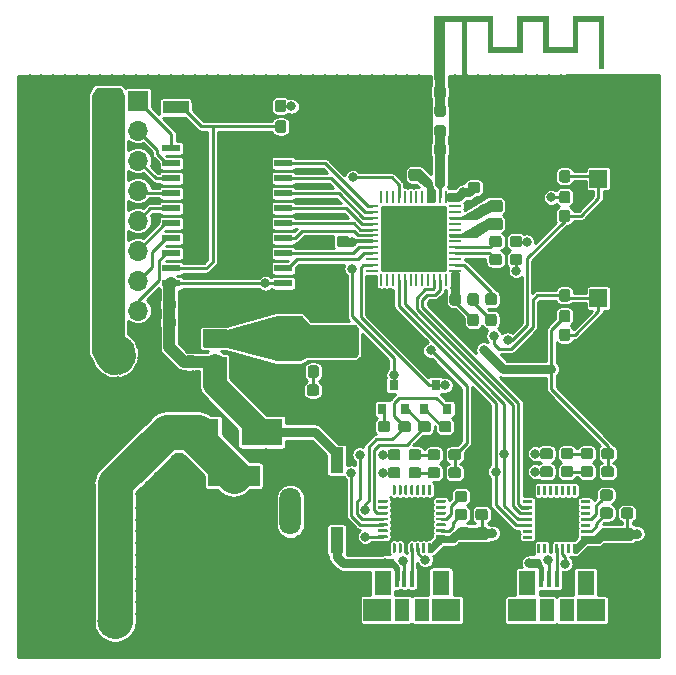
<source format=gbr>
G04 #@! TF.GenerationSoftware,KiCad,Pcbnew,5.1.1-8be2ce7~80~ubuntu18.04.1*
G04 #@! TF.CreationDate,2019-04-21T11:51:28+07:00*
G04 #@! TF.ProjectId,driver-servo-esp32,64726976-6572-42d7-9365-72766f2d6573,rev?*
G04 #@! TF.SameCoordinates,Original*
G04 #@! TF.FileFunction,Copper,L1,Top*
G04 #@! TF.FilePolarity,Positive*
%FSLAX46Y46*%
G04 Gerber Fmt 4.6, Leading zero omitted, Abs format (unit mm)*
G04 Created by KiCad (PCBNEW 5.1.1-8be2ce7~80~ubuntu18.04.1) date 2019-04-21 11:51:28*
%MOMM*%
%LPD*%
G04 APERTURE LIST*
%ADD10C,0.100000*%
%ADD11O,1.700000X1.700000*%
%ADD12R,1.700000X1.700000*%
%ADD13C,0.950000*%
%ADD14R,0.500000X0.500000*%
%ADD15R,0.900000X0.500000*%
%ADD16C,3.000000*%
%ADD17R,4.400000X1.800000*%
%ADD18O,4.000000X1.800000*%
%ADD19O,1.800000X4.000000*%
%ADD20R,3.500000X2.300000*%
%ADD21R,1.175000X1.900000*%
%ADD22R,2.375000X1.900000*%
%ADD23R,1.475000X2.100000*%
%ADD24R,0.450000X1.380000*%
%ADD25R,0.800000X0.900000*%
%ADD26R,1.500000X1.500000*%
%ADD27R,1.120000X2.160000*%
%ADD28R,2.160000X1.120000*%
%ADD29R,2.400000X2.400000*%
%ADD30R,1.200000X1.200000*%
%ADD31R,1.000000X0.250000*%
%ADD32R,0.250000X1.000000*%
%ADD33C,0.800000*%
%ADD34C,0.250000*%
%ADD35C,3.350000*%
%ADD36R,2.000000X1.500000*%
%ADD37R,2.000000X3.800000*%
%ADD38R,1.500000X0.600000*%
%ADD39C,0.800000*%
%ADD40C,0.250000*%
%ADD41C,0.350000*%
%ADD42C,0.860000*%
%ADD43C,1.000000*%
%ADD44C,2.000000*%
%ADD45C,3.000000*%
%ADD46C,0.450000*%
%ADD47C,0.254000*%
G04 APERTURE END LIST*
D10*
G36*
X132637700Y-95495900D02*
G01*
X134637700Y-95495900D01*
X134637700Y-92855900D01*
X137337700Y-92855900D01*
X137337700Y-95495900D01*
X139337700Y-95495900D01*
X139337700Y-92855900D01*
X142037700Y-92855900D01*
X142037700Y-97295900D01*
X141537700Y-97295900D01*
X141537700Y-93355900D01*
X139837700Y-93355900D01*
X139837700Y-95995900D01*
X136837700Y-95995900D01*
X136837700Y-93355900D01*
X135137700Y-93355900D01*
X135137700Y-95995900D01*
X132137700Y-95995900D01*
X132137700Y-93355900D01*
X130437700Y-93355900D01*
X130437700Y-98255900D01*
X129937700Y-98255900D01*
X129937700Y-93355900D01*
X128537700Y-93355900D01*
X128537700Y-98255900D01*
X127637700Y-98255900D01*
X127637700Y-98012685D01*
X127940117Y-98012685D01*
X127949958Y-98060295D01*
X127974026Y-98102697D01*
X128011969Y-98135481D01*
X128019881Y-98139835D01*
X128062544Y-98151943D01*
X128111063Y-98151200D01*
X128156578Y-98138300D01*
X128175189Y-98127687D01*
X128208832Y-98092453D01*
X128229391Y-98047268D01*
X128235922Y-97997742D01*
X128227482Y-97949483D01*
X128210588Y-97917257D01*
X128175328Y-97884587D01*
X128130018Y-97864492D01*
X128080433Y-97857918D01*
X128032347Y-97865808D01*
X127999455Y-97882714D01*
X127964515Y-97919484D01*
X127944853Y-97964278D01*
X127940117Y-98012685D01*
X127637700Y-98012685D01*
X127637700Y-92855900D01*
X132637700Y-92855900D01*
X132637700Y-95495900D01*
X132637700Y-95495900D01*
G37*
D11*
X100000000Y-117780000D03*
X100000000Y-115240000D03*
X100000000Y-112700000D03*
X100000000Y-110160000D03*
X100000000Y-107620000D03*
X100000000Y-105080000D03*
X100000000Y-102540000D03*
D12*
X100000000Y-100000000D03*
D10*
G36*
X134891379Y-108415944D02*
G01*
X134914434Y-108419363D01*
X134937043Y-108425027D01*
X134958987Y-108432879D01*
X134980057Y-108442844D01*
X135000048Y-108454826D01*
X135018768Y-108468710D01*
X135036038Y-108484362D01*
X135051690Y-108501632D01*
X135065574Y-108520352D01*
X135077556Y-108540343D01*
X135087521Y-108561413D01*
X135095373Y-108583357D01*
X135101037Y-108605966D01*
X135104456Y-108629021D01*
X135105600Y-108652300D01*
X135105600Y-109127300D01*
X135104456Y-109150579D01*
X135101037Y-109173634D01*
X135095373Y-109196243D01*
X135087521Y-109218187D01*
X135077556Y-109239257D01*
X135065574Y-109259248D01*
X135051690Y-109277968D01*
X135036038Y-109295238D01*
X135018768Y-109310890D01*
X135000048Y-109324774D01*
X134980057Y-109336756D01*
X134958987Y-109346721D01*
X134937043Y-109354573D01*
X134914434Y-109360237D01*
X134891379Y-109363656D01*
X134868100Y-109364800D01*
X134293100Y-109364800D01*
X134269821Y-109363656D01*
X134246766Y-109360237D01*
X134224157Y-109354573D01*
X134202213Y-109346721D01*
X134181143Y-109336756D01*
X134161152Y-109324774D01*
X134142432Y-109310890D01*
X134125162Y-109295238D01*
X134109510Y-109277968D01*
X134095626Y-109259248D01*
X134083644Y-109239257D01*
X134073679Y-109218187D01*
X134065827Y-109196243D01*
X134060163Y-109173634D01*
X134056744Y-109150579D01*
X134055600Y-109127300D01*
X134055600Y-108652300D01*
X134056744Y-108629021D01*
X134060163Y-108605966D01*
X134065827Y-108583357D01*
X134073679Y-108561413D01*
X134083644Y-108540343D01*
X134095626Y-108520352D01*
X134109510Y-108501632D01*
X134125162Y-108484362D01*
X134142432Y-108468710D01*
X134161152Y-108454826D01*
X134181143Y-108442844D01*
X134202213Y-108432879D01*
X134224157Y-108425027D01*
X134246766Y-108419363D01*
X134269821Y-108415944D01*
X134293100Y-108414800D01*
X134868100Y-108414800D01*
X134891379Y-108415944D01*
X134891379Y-108415944D01*
G37*
D13*
X134580600Y-108889800D03*
D10*
G36*
X133141379Y-108415944D02*
G01*
X133164434Y-108419363D01*
X133187043Y-108425027D01*
X133208987Y-108432879D01*
X133230057Y-108442844D01*
X133250048Y-108454826D01*
X133268768Y-108468710D01*
X133286038Y-108484362D01*
X133301690Y-108501632D01*
X133315574Y-108520352D01*
X133327556Y-108540343D01*
X133337521Y-108561413D01*
X133345373Y-108583357D01*
X133351037Y-108605966D01*
X133354456Y-108629021D01*
X133355600Y-108652300D01*
X133355600Y-109127300D01*
X133354456Y-109150579D01*
X133351037Y-109173634D01*
X133345373Y-109196243D01*
X133337521Y-109218187D01*
X133327556Y-109239257D01*
X133315574Y-109259248D01*
X133301690Y-109277968D01*
X133286038Y-109295238D01*
X133268768Y-109310890D01*
X133250048Y-109324774D01*
X133230057Y-109336756D01*
X133208987Y-109346721D01*
X133187043Y-109354573D01*
X133164434Y-109360237D01*
X133141379Y-109363656D01*
X133118100Y-109364800D01*
X132543100Y-109364800D01*
X132519821Y-109363656D01*
X132496766Y-109360237D01*
X132474157Y-109354573D01*
X132452213Y-109346721D01*
X132431143Y-109336756D01*
X132411152Y-109324774D01*
X132392432Y-109310890D01*
X132375162Y-109295238D01*
X132359510Y-109277968D01*
X132345626Y-109259248D01*
X132333644Y-109239257D01*
X132323679Y-109218187D01*
X132315827Y-109196243D01*
X132310163Y-109173634D01*
X132306744Y-109150579D01*
X132305600Y-109127300D01*
X132305600Y-108652300D01*
X132306744Y-108629021D01*
X132310163Y-108605966D01*
X132315827Y-108583357D01*
X132323679Y-108561413D01*
X132333644Y-108540343D01*
X132345626Y-108520352D01*
X132359510Y-108501632D01*
X132375162Y-108484362D01*
X132392432Y-108468710D01*
X132411152Y-108454826D01*
X132431143Y-108442844D01*
X132452213Y-108432879D01*
X132474157Y-108425027D01*
X132496766Y-108419363D01*
X132519821Y-108415944D01*
X132543100Y-108414800D01*
X133118100Y-108414800D01*
X133141379Y-108415944D01*
X133141379Y-108415944D01*
G37*
D13*
X132830600Y-108889800D03*
D14*
X130187700Y-98005900D03*
D15*
X128087700Y-98005900D03*
D16*
X100609400Y-144088200D03*
X100609400Y-121488200D03*
D17*
X110642400Y-131775200D03*
D18*
X110642400Y-137575200D03*
D19*
X115442400Y-134775200D03*
D10*
G36*
X119310579Y-117269944D02*
G01*
X119333634Y-117273363D01*
X119356243Y-117279027D01*
X119378187Y-117286879D01*
X119399257Y-117296844D01*
X119419248Y-117308826D01*
X119437968Y-117322710D01*
X119455238Y-117338362D01*
X119470890Y-117355632D01*
X119484774Y-117374352D01*
X119496756Y-117394343D01*
X119506721Y-117415413D01*
X119514573Y-117437357D01*
X119520237Y-117459966D01*
X119523656Y-117483021D01*
X119524800Y-117506300D01*
X119524800Y-118081300D01*
X119523656Y-118104579D01*
X119520237Y-118127634D01*
X119514573Y-118150243D01*
X119506721Y-118172187D01*
X119496756Y-118193257D01*
X119484774Y-118213248D01*
X119470890Y-118231968D01*
X119455238Y-118249238D01*
X119437968Y-118264890D01*
X119419248Y-118278774D01*
X119399257Y-118290756D01*
X119378187Y-118300721D01*
X119356243Y-118308573D01*
X119333634Y-118314237D01*
X119310579Y-118317656D01*
X119287300Y-118318800D01*
X118812300Y-118318800D01*
X118789021Y-118317656D01*
X118765966Y-118314237D01*
X118743357Y-118308573D01*
X118721413Y-118300721D01*
X118700343Y-118290756D01*
X118680352Y-118278774D01*
X118661632Y-118264890D01*
X118644362Y-118249238D01*
X118628710Y-118231968D01*
X118614826Y-118213248D01*
X118602844Y-118193257D01*
X118592879Y-118172187D01*
X118585027Y-118150243D01*
X118579363Y-118127634D01*
X118575944Y-118104579D01*
X118574800Y-118081300D01*
X118574800Y-117506300D01*
X118575944Y-117483021D01*
X118579363Y-117459966D01*
X118585027Y-117437357D01*
X118592879Y-117415413D01*
X118602844Y-117394343D01*
X118614826Y-117374352D01*
X118628710Y-117355632D01*
X118644362Y-117338362D01*
X118661632Y-117322710D01*
X118680352Y-117308826D01*
X118700343Y-117296844D01*
X118721413Y-117286879D01*
X118743357Y-117279027D01*
X118765966Y-117273363D01*
X118789021Y-117269944D01*
X118812300Y-117268800D01*
X119287300Y-117268800D01*
X119310579Y-117269944D01*
X119310579Y-117269944D01*
G37*
D13*
X119049800Y-117793800D03*
D10*
G36*
X119310579Y-119019944D02*
G01*
X119333634Y-119023363D01*
X119356243Y-119029027D01*
X119378187Y-119036879D01*
X119399257Y-119046844D01*
X119419248Y-119058826D01*
X119437968Y-119072710D01*
X119455238Y-119088362D01*
X119470890Y-119105632D01*
X119484774Y-119124352D01*
X119496756Y-119144343D01*
X119506721Y-119165413D01*
X119514573Y-119187357D01*
X119520237Y-119209966D01*
X119523656Y-119233021D01*
X119524800Y-119256300D01*
X119524800Y-119831300D01*
X119523656Y-119854579D01*
X119520237Y-119877634D01*
X119514573Y-119900243D01*
X119506721Y-119922187D01*
X119496756Y-119943257D01*
X119484774Y-119963248D01*
X119470890Y-119981968D01*
X119455238Y-119999238D01*
X119437968Y-120014890D01*
X119419248Y-120028774D01*
X119399257Y-120040756D01*
X119378187Y-120050721D01*
X119356243Y-120058573D01*
X119333634Y-120064237D01*
X119310579Y-120067656D01*
X119287300Y-120068800D01*
X118812300Y-120068800D01*
X118789021Y-120067656D01*
X118765966Y-120064237D01*
X118743357Y-120058573D01*
X118721413Y-120050721D01*
X118700343Y-120040756D01*
X118680352Y-120028774D01*
X118661632Y-120014890D01*
X118644362Y-119999238D01*
X118628710Y-119981968D01*
X118614826Y-119963248D01*
X118602844Y-119943257D01*
X118592879Y-119922187D01*
X118585027Y-119900243D01*
X118579363Y-119877634D01*
X118575944Y-119854579D01*
X118574800Y-119831300D01*
X118574800Y-119256300D01*
X118575944Y-119233021D01*
X118579363Y-119209966D01*
X118585027Y-119187357D01*
X118592879Y-119165413D01*
X118602844Y-119144343D01*
X118614826Y-119124352D01*
X118628710Y-119105632D01*
X118644362Y-119088362D01*
X118661632Y-119072710D01*
X118680352Y-119058826D01*
X118700343Y-119046844D01*
X118721413Y-119036879D01*
X118743357Y-119029027D01*
X118765966Y-119023363D01*
X118789021Y-119019944D01*
X118812300Y-119018800D01*
X119287300Y-119018800D01*
X119310579Y-119019944D01*
X119310579Y-119019944D01*
G37*
D13*
X119049800Y-119543800D03*
D10*
G36*
X138944779Y-121051944D02*
G01*
X138967834Y-121055363D01*
X138990443Y-121061027D01*
X139012387Y-121068879D01*
X139033457Y-121078844D01*
X139053448Y-121090826D01*
X139072168Y-121104710D01*
X139089438Y-121120362D01*
X139105090Y-121137632D01*
X139118974Y-121156352D01*
X139130956Y-121176343D01*
X139140921Y-121197413D01*
X139148773Y-121219357D01*
X139154437Y-121241966D01*
X139157856Y-121265021D01*
X139159000Y-121288300D01*
X139159000Y-121863300D01*
X139157856Y-121886579D01*
X139154437Y-121909634D01*
X139148773Y-121932243D01*
X139140921Y-121954187D01*
X139130956Y-121975257D01*
X139118974Y-121995248D01*
X139105090Y-122013968D01*
X139089438Y-122031238D01*
X139072168Y-122046890D01*
X139053448Y-122060774D01*
X139033457Y-122072756D01*
X139012387Y-122082721D01*
X138990443Y-122090573D01*
X138967834Y-122096237D01*
X138944779Y-122099656D01*
X138921500Y-122100800D01*
X138446500Y-122100800D01*
X138423221Y-122099656D01*
X138400166Y-122096237D01*
X138377557Y-122090573D01*
X138355613Y-122082721D01*
X138334543Y-122072756D01*
X138314552Y-122060774D01*
X138295832Y-122046890D01*
X138278562Y-122031238D01*
X138262910Y-122013968D01*
X138249026Y-121995248D01*
X138237044Y-121975257D01*
X138227079Y-121954187D01*
X138219227Y-121932243D01*
X138213563Y-121909634D01*
X138210144Y-121886579D01*
X138209000Y-121863300D01*
X138209000Y-121288300D01*
X138210144Y-121265021D01*
X138213563Y-121241966D01*
X138219227Y-121219357D01*
X138227079Y-121197413D01*
X138237044Y-121176343D01*
X138249026Y-121156352D01*
X138262910Y-121137632D01*
X138278562Y-121120362D01*
X138295832Y-121104710D01*
X138314552Y-121090826D01*
X138334543Y-121078844D01*
X138355613Y-121068879D01*
X138377557Y-121061027D01*
X138400166Y-121055363D01*
X138423221Y-121051944D01*
X138446500Y-121050800D01*
X138921500Y-121050800D01*
X138944779Y-121051944D01*
X138944779Y-121051944D01*
G37*
D13*
X138684000Y-121575800D03*
D10*
G36*
X138944779Y-119301944D02*
G01*
X138967834Y-119305363D01*
X138990443Y-119311027D01*
X139012387Y-119318879D01*
X139033457Y-119328844D01*
X139053448Y-119340826D01*
X139072168Y-119354710D01*
X139089438Y-119370362D01*
X139105090Y-119387632D01*
X139118974Y-119406352D01*
X139130956Y-119426343D01*
X139140921Y-119447413D01*
X139148773Y-119469357D01*
X139154437Y-119491966D01*
X139157856Y-119515021D01*
X139159000Y-119538300D01*
X139159000Y-120113300D01*
X139157856Y-120136579D01*
X139154437Y-120159634D01*
X139148773Y-120182243D01*
X139140921Y-120204187D01*
X139130956Y-120225257D01*
X139118974Y-120245248D01*
X139105090Y-120263968D01*
X139089438Y-120281238D01*
X139072168Y-120296890D01*
X139053448Y-120310774D01*
X139033457Y-120322756D01*
X139012387Y-120332721D01*
X138990443Y-120340573D01*
X138967834Y-120346237D01*
X138944779Y-120349656D01*
X138921500Y-120350800D01*
X138446500Y-120350800D01*
X138423221Y-120349656D01*
X138400166Y-120346237D01*
X138377557Y-120340573D01*
X138355613Y-120332721D01*
X138334543Y-120322756D01*
X138314552Y-120310774D01*
X138295832Y-120296890D01*
X138278562Y-120281238D01*
X138262910Y-120263968D01*
X138249026Y-120245248D01*
X138237044Y-120225257D01*
X138227079Y-120204187D01*
X138219227Y-120182243D01*
X138213563Y-120159634D01*
X138210144Y-120136579D01*
X138209000Y-120113300D01*
X138209000Y-119538300D01*
X138210144Y-119515021D01*
X138213563Y-119491966D01*
X138219227Y-119469357D01*
X138227079Y-119447413D01*
X138237044Y-119426343D01*
X138249026Y-119406352D01*
X138262910Y-119387632D01*
X138278562Y-119370362D01*
X138295832Y-119354710D01*
X138314552Y-119340826D01*
X138334543Y-119328844D01*
X138355613Y-119318879D01*
X138377557Y-119311027D01*
X138400166Y-119305363D01*
X138423221Y-119301944D01*
X138446500Y-119300800D01*
X138921500Y-119300800D01*
X138944779Y-119301944D01*
X138944779Y-119301944D01*
G37*
D13*
X138684000Y-119825800D03*
D10*
G36*
X130166979Y-98802044D02*
G01*
X130190034Y-98805463D01*
X130212643Y-98811127D01*
X130234587Y-98818979D01*
X130255657Y-98828944D01*
X130275648Y-98840926D01*
X130294368Y-98854810D01*
X130311638Y-98870462D01*
X130327290Y-98887732D01*
X130341174Y-98906452D01*
X130353156Y-98926443D01*
X130363121Y-98947513D01*
X130370973Y-98969457D01*
X130376637Y-98992066D01*
X130380056Y-99015121D01*
X130381200Y-99038400D01*
X130381200Y-99513400D01*
X130380056Y-99536679D01*
X130376637Y-99559734D01*
X130370973Y-99582343D01*
X130363121Y-99604287D01*
X130353156Y-99625357D01*
X130341174Y-99645348D01*
X130327290Y-99664068D01*
X130311638Y-99681338D01*
X130294368Y-99696990D01*
X130275648Y-99710874D01*
X130255657Y-99722856D01*
X130234587Y-99732821D01*
X130212643Y-99740673D01*
X130190034Y-99746337D01*
X130166979Y-99749756D01*
X130143700Y-99750900D01*
X129568700Y-99750900D01*
X129545421Y-99749756D01*
X129522366Y-99746337D01*
X129499757Y-99740673D01*
X129477813Y-99732821D01*
X129456743Y-99722856D01*
X129436752Y-99710874D01*
X129418032Y-99696990D01*
X129400762Y-99681338D01*
X129385110Y-99664068D01*
X129371226Y-99645348D01*
X129359244Y-99625357D01*
X129349279Y-99604287D01*
X129341427Y-99582343D01*
X129335763Y-99559734D01*
X129332344Y-99536679D01*
X129331200Y-99513400D01*
X129331200Y-99038400D01*
X129332344Y-99015121D01*
X129335763Y-98992066D01*
X129341427Y-98969457D01*
X129349279Y-98947513D01*
X129359244Y-98926443D01*
X129371226Y-98906452D01*
X129385110Y-98887732D01*
X129400762Y-98870462D01*
X129418032Y-98854810D01*
X129436752Y-98840926D01*
X129456743Y-98828944D01*
X129477813Y-98818979D01*
X129499757Y-98811127D01*
X129522366Y-98805463D01*
X129545421Y-98802044D01*
X129568700Y-98800900D01*
X130143700Y-98800900D01*
X130166979Y-98802044D01*
X130166979Y-98802044D01*
G37*
D13*
X129856200Y-99275900D03*
D10*
G36*
X128416979Y-98802044D02*
G01*
X128440034Y-98805463D01*
X128462643Y-98811127D01*
X128484587Y-98818979D01*
X128505657Y-98828944D01*
X128525648Y-98840926D01*
X128544368Y-98854810D01*
X128561638Y-98870462D01*
X128577290Y-98887732D01*
X128591174Y-98906452D01*
X128603156Y-98926443D01*
X128613121Y-98947513D01*
X128620973Y-98969457D01*
X128626637Y-98992066D01*
X128630056Y-99015121D01*
X128631200Y-99038400D01*
X128631200Y-99513400D01*
X128630056Y-99536679D01*
X128626637Y-99559734D01*
X128620973Y-99582343D01*
X128613121Y-99604287D01*
X128603156Y-99625357D01*
X128591174Y-99645348D01*
X128577290Y-99664068D01*
X128561638Y-99681338D01*
X128544368Y-99696990D01*
X128525648Y-99710874D01*
X128505657Y-99722856D01*
X128484587Y-99732821D01*
X128462643Y-99740673D01*
X128440034Y-99746337D01*
X128416979Y-99749756D01*
X128393700Y-99750900D01*
X127818700Y-99750900D01*
X127795421Y-99749756D01*
X127772366Y-99746337D01*
X127749757Y-99740673D01*
X127727813Y-99732821D01*
X127706743Y-99722856D01*
X127686752Y-99710874D01*
X127668032Y-99696990D01*
X127650762Y-99681338D01*
X127635110Y-99664068D01*
X127621226Y-99645348D01*
X127609244Y-99625357D01*
X127599279Y-99604287D01*
X127591427Y-99582343D01*
X127585763Y-99559734D01*
X127582344Y-99536679D01*
X127581200Y-99513400D01*
X127581200Y-99038400D01*
X127582344Y-99015121D01*
X127585763Y-98992066D01*
X127591427Y-98969457D01*
X127599279Y-98947513D01*
X127609244Y-98926443D01*
X127621226Y-98906452D01*
X127635110Y-98887732D01*
X127650762Y-98870462D01*
X127668032Y-98854810D01*
X127686752Y-98840926D01*
X127706743Y-98828944D01*
X127727813Y-98818979D01*
X127749757Y-98811127D01*
X127772366Y-98805463D01*
X127795421Y-98802044D01*
X127818700Y-98800900D01*
X128393700Y-98800900D01*
X128416979Y-98802044D01*
X128416979Y-98802044D01*
G37*
D13*
X128106200Y-99275900D03*
D10*
G36*
X126181279Y-104011144D02*
G01*
X126204334Y-104014563D01*
X126226943Y-104020227D01*
X126248887Y-104028079D01*
X126269957Y-104038044D01*
X126289948Y-104050026D01*
X126308668Y-104063910D01*
X126325938Y-104079562D01*
X126341590Y-104096832D01*
X126355474Y-104115552D01*
X126367456Y-104135543D01*
X126377421Y-104156613D01*
X126385273Y-104178557D01*
X126390937Y-104201166D01*
X126394356Y-104224221D01*
X126395500Y-104247500D01*
X126395500Y-104822500D01*
X126394356Y-104845779D01*
X126390937Y-104868834D01*
X126385273Y-104891443D01*
X126377421Y-104913387D01*
X126367456Y-104934457D01*
X126355474Y-104954448D01*
X126341590Y-104973168D01*
X126325938Y-104990438D01*
X126308668Y-105006090D01*
X126289948Y-105019974D01*
X126269957Y-105031956D01*
X126248887Y-105041921D01*
X126226943Y-105049773D01*
X126204334Y-105055437D01*
X126181279Y-105058856D01*
X126158000Y-105060000D01*
X125683000Y-105060000D01*
X125659721Y-105058856D01*
X125636666Y-105055437D01*
X125614057Y-105049773D01*
X125592113Y-105041921D01*
X125571043Y-105031956D01*
X125551052Y-105019974D01*
X125532332Y-105006090D01*
X125515062Y-104990438D01*
X125499410Y-104973168D01*
X125485526Y-104954448D01*
X125473544Y-104934457D01*
X125463579Y-104913387D01*
X125455727Y-104891443D01*
X125450063Y-104868834D01*
X125446644Y-104845779D01*
X125445500Y-104822500D01*
X125445500Y-104247500D01*
X125446644Y-104224221D01*
X125450063Y-104201166D01*
X125455727Y-104178557D01*
X125463579Y-104156613D01*
X125473544Y-104135543D01*
X125485526Y-104115552D01*
X125499410Y-104096832D01*
X125515062Y-104079562D01*
X125532332Y-104063910D01*
X125551052Y-104050026D01*
X125571043Y-104038044D01*
X125592113Y-104028079D01*
X125614057Y-104020227D01*
X125636666Y-104014563D01*
X125659721Y-104011144D01*
X125683000Y-104010000D01*
X126158000Y-104010000D01*
X126181279Y-104011144D01*
X126181279Y-104011144D01*
G37*
D13*
X125920500Y-104535000D03*
D10*
G36*
X126181279Y-105761144D02*
G01*
X126204334Y-105764563D01*
X126226943Y-105770227D01*
X126248887Y-105778079D01*
X126269957Y-105788044D01*
X126289948Y-105800026D01*
X126308668Y-105813910D01*
X126325938Y-105829562D01*
X126341590Y-105846832D01*
X126355474Y-105865552D01*
X126367456Y-105885543D01*
X126377421Y-105906613D01*
X126385273Y-105928557D01*
X126390937Y-105951166D01*
X126394356Y-105974221D01*
X126395500Y-105997500D01*
X126395500Y-106572500D01*
X126394356Y-106595779D01*
X126390937Y-106618834D01*
X126385273Y-106641443D01*
X126377421Y-106663387D01*
X126367456Y-106684457D01*
X126355474Y-106704448D01*
X126341590Y-106723168D01*
X126325938Y-106740438D01*
X126308668Y-106756090D01*
X126289948Y-106769974D01*
X126269957Y-106781956D01*
X126248887Y-106791921D01*
X126226943Y-106799773D01*
X126204334Y-106805437D01*
X126181279Y-106808856D01*
X126158000Y-106810000D01*
X125683000Y-106810000D01*
X125659721Y-106808856D01*
X125636666Y-106805437D01*
X125614057Y-106799773D01*
X125592113Y-106791921D01*
X125571043Y-106781956D01*
X125551052Y-106769974D01*
X125532332Y-106756090D01*
X125515062Y-106740438D01*
X125499410Y-106723168D01*
X125485526Y-106704448D01*
X125473544Y-106684457D01*
X125463579Y-106663387D01*
X125455727Y-106641443D01*
X125450063Y-106618834D01*
X125446644Y-106595779D01*
X125445500Y-106572500D01*
X125445500Y-105997500D01*
X125446644Y-105974221D01*
X125450063Y-105951166D01*
X125455727Y-105928557D01*
X125463579Y-105906613D01*
X125473544Y-105885543D01*
X125485526Y-105865552D01*
X125499410Y-105846832D01*
X125515062Y-105829562D01*
X125532332Y-105813910D01*
X125551052Y-105800026D01*
X125571043Y-105788044D01*
X125592113Y-105778079D01*
X125614057Y-105770227D01*
X125636666Y-105764563D01*
X125659721Y-105761144D01*
X125683000Y-105760000D01*
X126158000Y-105760000D01*
X126181279Y-105761144D01*
X126181279Y-105761144D01*
G37*
D13*
X125920500Y-106285000D03*
D10*
G36*
X130166979Y-103678844D02*
G01*
X130190034Y-103682263D01*
X130212643Y-103687927D01*
X130234587Y-103695779D01*
X130255657Y-103705744D01*
X130275648Y-103717726D01*
X130294368Y-103731610D01*
X130311638Y-103747262D01*
X130327290Y-103764532D01*
X130341174Y-103783252D01*
X130353156Y-103803243D01*
X130363121Y-103824313D01*
X130370973Y-103846257D01*
X130376637Y-103868866D01*
X130380056Y-103891921D01*
X130381200Y-103915200D01*
X130381200Y-104390200D01*
X130380056Y-104413479D01*
X130376637Y-104436534D01*
X130370973Y-104459143D01*
X130363121Y-104481087D01*
X130353156Y-104502157D01*
X130341174Y-104522148D01*
X130327290Y-104540868D01*
X130311638Y-104558138D01*
X130294368Y-104573790D01*
X130275648Y-104587674D01*
X130255657Y-104599656D01*
X130234587Y-104609621D01*
X130212643Y-104617473D01*
X130190034Y-104623137D01*
X130166979Y-104626556D01*
X130143700Y-104627700D01*
X129568700Y-104627700D01*
X129545421Y-104626556D01*
X129522366Y-104623137D01*
X129499757Y-104617473D01*
X129477813Y-104609621D01*
X129456743Y-104599656D01*
X129436752Y-104587674D01*
X129418032Y-104573790D01*
X129400762Y-104558138D01*
X129385110Y-104540868D01*
X129371226Y-104522148D01*
X129359244Y-104502157D01*
X129349279Y-104481087D01*
X129341427Y-104459143D01*
X129335763Y-104436534D01*
X129332344Y-104413479D01*
X129331200Y-104390200D01*
X129331200Y-103915200D01*
X129332344Y-103891921D01*
X129335763Y-103868866D01*
X129341427Y-103846257D01*
X129349279Y-103824313D01*
X129359244Y-103803243D01*
X129371226Y-103783252D01*
X129385110Y-103764532D01*
X129400762Y-103747262D01*
X129418032Y-103731610D01*
X129436752Y-103717726D01*
X129456743Y-103705744D01*
X129477813Y-103695779D01*
X129499757Y-103687927D01*
X129522366Y-103682263D01*
X129545421Y-103678844D01*
X129568700Y-103677700D01*
X130143700Y-103677700D01*
X130166979Y-103678844D01*
X130166979Y-103678844D01*
G37*
D13*
X129856200Y-104152700D03*
D10*
G36*
X128416979Y-103678844D02*
G01*
X128440034Y-103682263D01*
X128462643Y-103687927D01*
X128484587Y-103695779D01*
X128505657Y-103705744D01*
X128525648Y-103717726D01*
X128544368Y-103731610D01*
X128561638Y-103747262D01*
X128577290Y-103764532D01*
X128591174Y-103783252D01*
X128603156Y-103803243D01*
X128613121Y-103824313D01*
X128620973Y-103846257D01*
X128626637Y-103868866D01*
X128630056Y-103891921D01*
X128631200Y-103915200D01*
X128631200Y-104390200D01*
X128630056Y-104413479D01*
X128626637Y-104436534D01*
X128620973Y-104459143D01*
X128613121Y-104481087D01*
X128603156Y-104502157D01*
X128591174Y-104522148D01*
X128577290Y-104540868D01*
X128561638Y-104558138D01*
X128544368Y-104573790D01*
X128525648Y-104587674D01*
X128505657Y-104599656D01*
X128484587Y-104609621D01*
X128462643Y-104617473D01*
X128440034Y-104623137D01*
X128416979Y-104626556D01*
X128393700Y-104627700D01*
X127818700Y-104627700D01*
X127795421Y-104626556D01*
X127772366Y-104623137D01*
X127749757Y-104617473D01*
X127727813Y-104609621D01*
X127706743Y-104599656D01*
X127686752Y-104587674D01*
X127668032Y-104573790D01*
X127650762Y-104558138D01*
X127635110Y-104540868D01*
X127621226Y-104522148D01*
X127609244Y-104502157D01*
X127599279Y-104481087D01*
X127591427Y-104459143D01*
X127585763Y-104436534D01*
X127582344Y-104413479D01*
X127581200Y-104390200D01*
X127581200Y-103915200D01*
X127582344Y-103891921D01*
X127585763Y-103868866D01*
X127591427Y-103846257D01*
X127599279Y-103824313D01*
X127609244Y-103803243D01*
X127621226Y-103783252D01*
X127635110Y-103764532D01*
X127650762Y-103747262D01*
X127668032Y-103731610D01*
X127686752Y-103717726D01*
X127706743Y-103705744D01*
X127727813Y-103695779D01*
X127749757Y-103687927D01*
X127772366Y-103682263D01*
X127795421Y-103678844D01*
X127818700Y-103677700D01*
X128393700Y-103677700D01*
X128416979Y-103678844D01*
X128416979Y-103678844D01*
G37*
D13*
X128106200Y-104152700D03*
D10*
G36*
X138944779Y-110993544D02*
G01*
X138967834Y-110996963D01*
X138990443Y-111002627D01*
X139012387Y-111010479D01*
X139033457Y-111020444D01*
X139053448Y-111032426D01*
X139072168Y-111046310D01*
X139089438Y-111061962D01*
X139105090Y-111079232D01*
X139118974Y-111097952D01*
X139130956Y-111117943D01*
X139140921Y-111139013D01*
X139148773Y-111160957D01*
X139154437Y-111183566D01*
X139157856Y-111206621D01*
X139159000Y-111229900D01*
X139159000Y-111804900D01*
X139157856Y-111828179D01*
X139154437Y-111851234D01*
X139148773Y-111873843D01*
X139140921Y-111895787D01*
X139130956Y-111916857D01*
X139118974Y-111936848D01*
X139105090Y-111955568D01*
X139089438Y-111972838D01*
X139072168Y-111988490D01*
X139053448Y-112002374D01*
X139033457Y-112014356D01*
X139012387Y-112024321D01*
X138990443Y-112032173D01*
X138967834Y-112037837D01*
X138944779Y-112041256D01*
X138921500Y-112042400D01*
X138446500Y-112042400D01*
X138423221Y-112041256D01*
X138400166Y-112037837D01*
X138377557Y-112032173D01*
X138355613Y-112024321D01*
X138334543Y-112014356D01*
X138314552Y-112002374D01*
X138295832Y-111988490D01*
X138278562Y-111972838D01*
X138262910Y-111955568D01*
X138249026Y-111936848D01*
X138237044Y-111916857D01*
X138227079Y-111895787D01*
X138219227Y-111873843D01*
X138213563Y-111851234D01*
X138210144Y-111828179D01*
X138209000Y-111804900D01*
X138209000Y-111229900D01*
X138210144Y-111206621D01*
X138213563Y-111183566D01*
X138219227Y-111160957D01*
X138227079Y-111139013D01*
X138237044Y-111117943D01*
X138249026Y-111097952D01*
X138262910Y-111079232D01*
X138278562Y-111061962D01*
X138295832Y-111046310D01*
X138314552Y-111032426D01*
X138334543Y-111020444D01*
X138355613Y-111010479D01*
X138377557Y-111002627D01*
X138400166Y-110996963D01*
X138423221Y-110993544D01*
X138446500Y-110992400D01*
X138921500Y-110992400D01*
X138944779Y-110993544D01*
X138944779Y-110993544D01*
G37*
D13*
X138684000Y-111517400D03*
D10*
G36*
X138944779Y-109243544D02*
G01*
X138967834Y-109246963D01*
X138990443Y-109252627D01*
X139012387Y-109260479D01*
X139033457Y-109270444D01*
X139053448Y-109282426D01*
X139072168Y-109296310D01*
X139089438Y-109311962D01*
X139105090Y-109329232D01*
X139118974Y-109347952D01*
X139130956Y-109367943D01*
X139140921Y-109389013D01*
X139148773Y-109410957D01*
X139154437Y-109433566D01*
X139157856Y-109456621D01*
X139159000Y-109479900D01*
X139159000Y-110054900D01*
X139157856Y-110078179D01*
X139154437Y-110101234D01*
X139148773Y-110123843D01*
X139140921Y-110145787D01*
X139130956Y-110166857D01*
X139118974Y-110186848D01*
X139105090Y-110205568D01*
X139089438Y-110222838D01*
X139072168Y-110238490D01*
X139053448Y-110252374D01*
X139033457Y-110264356D01*
X139012387Y-110274321D01*
X138990443Y-110282173D01*
X138967834Y-110287837D01*
X138944779Y-110291256D01*
X138921500Y-110292400D01*
X138446500Y-110292400D01*
X138423221Y-110291256D01*
X138400166Y-110287837D01*
X138377557Y-110282173D01*
X138355613Y-110274321D01*
X138334543Y-110264356D01*
X138314552Y-110252374D01*
X138295832Y-110238490D01*
X138278562Y-110222838D01*
X138262910Y-110205568D01*
X138249026Y-110186848D01*
X138237044Y-110166857D01*
X138227079Y-110145787D01*
X138219227Y-110123843D01*
X138213563Y-110101234D01*
X138210144Y-110078179D01*
X138209000Y-110054900D01*
X138209000Y-109479900D01*
X138210144Y-109456621D01*
X138213563Y-109433566D01*
X138219227Y-109410957D01*
X138227079Y-109389013D01*
X138237044Y-109367943D01*
X138249026Y-109347952D01*
X138262910Y-109329232D01*
X138278562Y-109311962D01*
X138295832Y-109296310D01*
X138314552Y-109282426D01*
X138334543Y-109270444D01*
X138355613Y-109260479D01*
X138377557Y-109252627D01*
X138400166Y-109246963D01*
X138423221Y-109243544D01*
X138446500Y-109242400D01*
X138921500Y-109242400D01*
X138944779Y-109243544D01*
X138944779Y-109243544D01*
G37*
D13*
X138684000Y-109767400D03*
D10*
G36*
X133037179Y-106891944D02*
G01*
X133060234Y-106895363D01*
X133082843Y-106901027D01*
X133104787Y-106908879D01*
X133125857Y-106918844D01*
X133145848Y-106930826D01*
X133164568Y-106944710D01*
X133181838Y-106960362D01*
X133197490Y-106977632D01*
X133211374Y-106996352D01*
X133223356Y-107016343D01*
X133233321Y-107037413D01*
X133241173Y-107059357D01*
X133246837Y-107081966D01*
X133250256Y-107105021D01*
X133251400Y-107128300D01*
X133251400Y-107603300D01*
X133250256Y-107626579D01*
X133246837Y-107649634D01*
X133241173Y-107672243D01*
X133233321Y-107694187D01*
X133223356Y-107715257D01*
X133211374Y-107735248D01*
X133197490Y-107753968D01*
X133181838Y-107771238D01*
X133164568Y-107786890D01*
X133145848Y-107800774D01*
X133125857Y-107812756D01*
X133104787Y-107822721D01*
X133082843Y-107830573D01*
X133060234Y-107836237D01*
X133037179Y-107839656D01*
X133013900Y-107840800D01*
X132438900Y-107840800D01*
X132415621Y-107839656D01*
X132392566Y-107836237D01*
X132369957Y-107830573D01*
X132348013Y-107822721D01*
X132326943Y-107812756D01*
X132306952Y-107800774D01*
X132288232Y-107786890D01*
X132270962Y-107771238D01*
X132255310Y-107753968D01*
X132241426Y-107735248D01*
X132229444Y-107715257D01*
X132219479Y-107694187D01*
X132211627Y-107672243D01*
X132205963Y-107649634D01*
X132202544Y-107626579D01*
X132201400Y-107603300D01*
X132201400Y-107128300D01*
X132202544Y-107105021D01*
X132205963Y-107081966D01*
X132211627Y-107059357D01*
X132219479Y-107037413D01*
X132229444Y-107016343D01*
X132241426Y-106996352D01*
X132255310Y-106977632D01*
X132270962Y-106960362D01*
X132288232Y-106944710D01*
X132306952Y-106930826D01*
X132326943Y-106918844D01*
X132348013Y-106908879D01*
X132369957Y-106901027D01*
X132392566Y-106895363D01*
X132415621Y-106891944D01*
X132438900Y-106890800D01*
X133013900Y-106890800D01*
X133037179Y-106891944D01*
X133037179Y-106891944D01*
G37*
D13*
X132726400Y-107365800D03*
D10*
G36*
X131287179Y-106891944D02*
G01*
X131310234Y-106895363D01*
X131332843Y-106901027D01*
X131354787Y-106908879D01*
X131375857Y-106918844D01*
X131395848Y-106930826D01*
X131414568Y-106944710D01*
X131431838Y-106960362D01*
X131447490Y-106977632D01*
X131461374Y-106996352D01*
X131473356Y-107016343D01*
X131483321Y-107037413D01*
X131491173Y-107059357D01*
X131496837Y-107081966D01*
X131500256Y-107105021D01*
X131501400Y-107128300D01*
X131501400Y-107603300D01*
X131500256Y-107626579D01*
X131496837Y-107649634D01*
X131491173Y-107672243D01*
X131483321Y-107694187D01*
X131473356Y-107715257D01*
X131461374Y-107735248D01*
X131447490Y-107753968D01*
X131431838Y-107771238D01*
X131414568Y-107786890D01*
X131395848Y-107800774D01*
X131375857Y-107812756D01*
X131354787Y-107822721D01*
X131332843Y-107830573D01*
X131310234Y-107836237D01*
X131287179Y-107839656D01*
X131263900Y-107840800D01*
X130688900Y-107840800D01*
X130665621Y-107839656D01*
X130642566Y-107836237D01*
X130619957Y-107830573D01*
X130598013Y-107822721D01*
X130576943Y-107812756D01*
X130556952Y-107800774D01*
X130538232Y-107786890D01*
X130520962Y-107771238D01*
X130505310Y-107753968D01*
X130491426Y-107735248D01*
X130479444Y-107715257D01*
X130469479Y-107694187D01*
X130461627Y-107672243D01*
X130455963Y-107649634D01*
X130452544Y-107626579D01*
X130451400Y-107603300D01*
X130451400Y-107128300D01*
X130452544Y-107105021D01*
X130455963Y-107081966D01*
X130461627Y-107059357D01*
X130469479Y-107037413D01*
X130479444Y-107016343D01*
X130491426Y-106996352D01*
X130505310Y-106977632D01*
X130520962Y-106960362D01*
X130538232Y-106944710D01*
X130556952Y-106930826D01*
X130576943Y-106918844D01*
X130598013Y-106908879D01*
X130619957Y-106901027D01*
X130642566Y-106895363D01*
X130665621Y-106891944D01*
X130688900Y-106890800D01*
X131263900Y-106890800D01*
X131287179Y-106891944D01*
X131287179Y-106891944D01*
G37*
D13*
X130976400Y-107365800D03*
D10*
G36*
X118460179Y-111463944D02*
G01*
X118483234Y-111467363D01*
X118505843Y-111473027D01*
X118527787Y-111480879D01*
X118548857Y-111490844D01*
X118568848Y-111502826D01*
X118587568Y-111516710D01*
X118604838Y-111532362D01*
X118620490Y-111549632D01*
X118634374Y-111568352D01*
X118646356Y-111588343D01*
X118656321Y-111609413D01*
X118664173Y-111631357D01*
X118669837Y-111653966D01*
X118673256Y-111677021D01*
X118674400Y-111700300D01*
X118674400Y-112175300D01*
X118673256Y-112198579D01*
X118669837Y-112221634D01*
X118664173Y-112244243D01*
X118656321Y-112266187D01*
X118646356Y-112287257D01*
X118634374Y-112307248D01*
X118620490Y-112325968D01*
X118604838Y-112343238D01*
X118587568Y-112358890D01*
X118568848Y-112372774D01*
X118548857Y-112384756D01*
X118527787Y-112394721D01*
X118505843Y-112402573D01*
X118483234Y-112408237D01*
X118460179Y-112411656D01*
X118436900Y-112412800D01*
X117861900Y-112412800D01*
X117838621Y-112411656D01*
X117815566Y-112408237D01*
X117792957Y-112402573D01*
X117771013Y-112394721D01*
X117749943Y-112384756D01*
X117729952Y-112372774D01*
X117711232Y-112358890D01*
X117693962Y-112343238D01*
X117678310Y-112325968D01*
X117664426Y-112307248D01*
X117652444Y-112287257D01*
X117642479Y-112266187D01*
X117634627Y-112244243D01*
X117628963Y-112221634D01*
X117625544Y-112198579D01*
X117624400Y-112175300D01*
X117624400Y-111700300D01*
X117625544Y-111677021D01*
X117628963Y-111653966D01*
X117634627Y-111631357D01*
X117642479Y-111609413D01*
X117652444Y-111588343D01*
X117664426Y-111568352D01*
X117678310Y-111549632D01*
X117693962Y-111532362D01*
X117711232Y-111516710D01*
X117729952Y-111502826D01*
X117749943Y-111490844D01*
X117771013Y-111480879D01*
X117792957Y-111473027D01*
X117815566Y-111467363D01*
X117838621Y-111463944D01*
X117861900Y-111462800D01*
X118436900Y-111462800D01*
X118460179Y-111463944D01*
X118460179Y-111463944D01*
G37*
D13*
X118149400Y-111937800D03*
D10*
G36*
X120210179Y-111463944D02*
G01*
X120233234Y-111467363D01*
X120255843Y-111473027D01*
X120277787Y-111480879D01*
X120298857Y-111490844D01*
X120318848Y-111502826D01*
X120337568Y-111516710D01*
X120354838Y-111532362D01*
X120370490Y-111549632D01*
X120384374Y-111568352D01*
X120396356Y-111588343D01*
X120406321Y-111609413D01*
X120414173Y-111631357D01*
X120419837Y-111653966D01*
X120423256Y-111677021D01*
X120424400Y-111700300D01*
X120424400Y-112175300D01*
X120423256Y-112198579D01*
X120419837Y-112221634D01*
X120414173Y-112244243D01*
X120406321Y-112266187D01*
X120396356Y-112287257D01*
X120384374Y-112307248D01*
X120370490Y-112325968D01*
X120354838Y-112343238D01*
X120337568Y-112358890D01*
X120318848Y-112372774D01*
X120298857Y-112384756D01*
X120277787Y-112394721D01*
X120255843Y-112402573D01*
X120233234Y-112408237D01*
X120210179Y-112411656D01*
X120186900Y-112412800D01*
X119611900Y-112412800D01*
X119588621Y-112411656D01*
X119565566Y-112408237D01*
X119542957Y-112402573D01*
X119521013Y-112394721D01*
X119499943Y-112384756D01*
X119479952Y-112372774D01*
X119461232Y-112358890D01*
X119443962Y-112343238D01*
X119428310Y-112325968D01*
X119414426Y-112307248D01*
X119402444Y-112287257D01*
X119392479Y-112266187D01*
X119384627Y-112244243D01*
X119378963Y-112221634D01*
X119375544Y-112198579D01*
X119374400Y-112175300D01*
X119374400Y-111700300D01*
X119375544Y-111677021D01*
X119378963Y-111653966D01*
X119384627Y-111631357D01*
X119392479Y-111609413D01*
X119402444Y-111588343D01*
X119414426Y-111568352D01*
X119428310Y-111549632D01*
X119443962Y-111532362D01*
X119461232Y-111516710D01*
X119479952Y-111502826D01*
X119499943Y-111490844D01*
X119521013Y-111480879D01*
X119542957Y-111473027D01*
X119565566Y-111467363D01*
X119588621Y-111463944D01*
X119611900Y-111462800D01*
X120186900Y-111462800D01*
X120210179Y-111463944D01*
X120210179Y-111463944D01*
G37*
D13*
X119899400Y-111937800D03*
D10*
G36*
X129648379Y-118054744D02*
G01*
X129671434Y-118058163D01*
X129694043Y-118063827D01*
X129715987Y-118071679D01*
X129737057Y-118081644D01*
X129757048Y-118093626D01*
X129775768Y-118107510D01*
X129793038Y-118123162D01*
X129808690Y-118140432D01*
X129822574Y-118159152D01*
X129834556Y-118179143D01*
X129844521Y-118200213D01*
X129852373Y-118222157D01*
X129858037Y-118244766D01*
X129861456Y-118267821D01*
X129862600Y-118291100D01*
X129862600Y-118866100D01*
X129861456Y-118889379D01*
X129858037Y-118912434D01*
X129852373Y-118935043D01*
X129844521Y-118956987D01*
X129834556Y-118978057D01*
X129822574Y-118998048D01*
X129808690Y-119016768D01*
X129793038Y-119034038D01*
X129775768Y-119049690D01*
X129757048Y-119063574D01*
X129737057Y-119075556D01*
X129715987Y-119085521D01*
X129694043Y-119093373D01*
X129671434Y-119099037D01*
X129648379Y-119102456D01*
X129625100Y-119103600D01*
X129150100Y-119103600D01*
X129126821Y-119102456D01*
X129103766Y-119099037D01*
X129081157Y-119093373D01*
X129059213Y-119085521D01*
X129038143Y-119075556D01*
X129018152Y-119063574D01*
X128999432Y-119049690D01*
X128982162Y-119034038D01*
X128966510Y-119016768D01*
X128952626Y-118998048D01*
X128940644Y-118978057D01*
X128930679Y-118956987D01*
X128922827Y-118935043D01*
X128917163Y-118912434D01*
X128913744Y-118889379D01*
X128912600Y-118866100D01*
X128912600Y-118291100D01*
X128913744Y-118267821D01*
X128917163Y-118244766D01*
X128922827Y-118222157D01*
X128930679Y-118200213D01*
X128940644Y-118179143D01*
X128952626Y-118159152D01*
X128966510Y-118140432D01*
X128982162Y-118123162D01*
X128999432Y-118107510D01*
X129018152Y-118093626D01*
X129038143Y-118081644D01*
X129059213Y-118071679D01*
X129081157Y-118063827D01*
X129103766Y-118058163D01*
X129126821Y-118054744D01*
X129150100Y-118053600D01*
X129625100Y-118053600D01*
X129648379Y-118054744D01*
X129648379Y-118054744D01*
G37*
D13*
X129387600Y-118578600D03*
D10*
G36*
X129648379Y-116304744D02*
G01*
X129671434Y-116308163D01*
X129694043Y-116313827D01*
X129715987Y-116321679D01*
X129737057Y-116331644D01*
X129757048Y-116343626D01*
X129775768Y-116357510D01*
X129793038Y-116373162D01*
X129808690Y-116390432D01*
X129822574Y-116409152D01*
X129834556Y-116429143D01*
X129844521Y-116450213D01*
X129852373Y-116472157D01*
X129858037Y-116494766D01*
X129861456Y-116517821D01*
X129862600Y-116541100D01*
X129862600Y-117116100D01*
X129861456Y-117139379D01*
X129858037Y-117162434D01*
X129852373Y-117185043D01*
X129844521Y-117206987D01*
X129834556Y-117228057D01*
X129822574Y-117248048D01*
X129808690Y-117266768D01*
X129793038Y-117284038D01*
X129775768Y-117299690D01*
X129757048Y-117313574D01*
X129737057Y-117325556D01*
X129715987Y-117335521D01*
X129694043Y-117343373D01*
X129671434Y-117349037D01*
X129648379Y-117352456D01*
X129625100Y-117353600D01*
X129150100Y-117353600D01*
X129126821Y-117352456D01*
X129103766Y-117349037D01*
X129081157Y-117343373D01*
X129059213Y-117335521D01*
X129038143Y-117325556D01*
X129018152Y-117313574D01*
X128999432Y-117299690D01*
X128982162Y-117284038D01*
X128966510Y-117266768D01*
X128952626Y-117248048D01*
X128940644Y-117228057D01*
X128930679Y-117206987D01*
X128922827Y-117185043D01*
X128917163Y-117162434D01*
X128913744Y-117139379D01*
X128912600Y-117116100D01*
X128912600Y-116541100D01*
X128913744Y-116517821D01*
X128917163Y-116494766D01*
X128922827Y-116472157D01*
X128930679Y-116450213D01*
X128940644Y-116429143D01*
X128952626Y-116409152D01*
X128966510Y-116390432D01*
X128982162Y-116373162D01*
X128999432Y-116357510D01*
X129018152Y-116343626D01*
X129038143Y-116331644D01*
X129059213Y-116321679D01*
X129081157Y-116313827D01*
X129103766Y-116308163D01*
X129126821Y-116304744D01*
X129150100Y-116303600D01*
X129625100Y-116303600D01*
X129648379Y-116304744D01*
X129648379Y-116304744D01*
G37*
D13*
X129387600Y-116828600D03*
D10*
G36*
X134879979Y-109939944D02*
G01*
X134903034Y-109943363D01*
X134925643Y-109949027D01*
X134947587Y-109956879D01*
X134968657Y-109966844D01*
X134988648Y-109978826D01*
X135007368Y-109992710D01*
X135024638Y-110008362D01*
X135040290Y-110025632D01*
X135054174Y-110044352D01*
X135066156Y-110064343D01*
X135076121Y-110085413D01*
X135083973Y-110107357D01*
X135089637Y-110129966D01*
X135093056Y-110153021D01*
X135094200Y-110176300D01*
X135094200Y-110651300D01*
X135093056Y-110674579D01*
X135089637Y-110697634D01*
X135083973Y-110720243D01*
X135076121Y-110742187D01*
X135066156Y-110763257D01*
X135054174Y-110783248D01*
X135040290Y-110801968D01*
X135024638Y-110819238D01*
X135007368Y-110834890D01*
X134988648Y-110848774D01*
X134968657Y-110860756D01*
X134947587Y-110870721D01*
X134925643Y-110878573D01*
X134903034Y-110884237D01*
X134879979Y-110887656D01*
X134856700Y-110888800D01*
X134281700Y-110888800D01*
X134258421Y-110887656D01*
X134235366Y-110884237D01*
X134212757Y-110878573D01*
X134190813Y-110870721D01*
X134169743Y-110860756D01*
X134149752Y-110848774D01*
X134131032Y-110834890D01*
X134113762Y-110819238D01*
X134098110Y-110801968D01*
X134084226Y-110783248D01*
X134072244Y-110763257D01*
X134062279Y-110742187D01*
X134054427Y-110720243D01*
X134048763Y-110697634D01*
X134045344Y-110674579D01*
X134044200Y-110651300D01*
X134044200Y-110176300D01*
X134045344Y-110153021D01*
X134048763Y-110129966D01*
X134054427Y-110107357D01*
X134062279Y-110085413D01*
X134072244Y-110064343D01*
X134084226Y-110044352D01*
X134098110Y-110025632D01*
X134113762Y-110008362D01*
X134131032Y-109992710D01*
X134149752Y-109978826D01*
X134169743Y-109966844D01*
X134190813Y-109956879D01*
X134212757Y-109949027D01*
X134235366Y-109943363D01*
X134258421Y-109939944D01*
X134281700Y-109938800D01*
X134856700Y-109938800D01*
X134879979Y-109939944D01*
X134879979Y-109939944D01*
G37*
D13*
X134569200Y-110413800D03*
D10*
G36*
X133129979Y-109939944D02*
G01*
X133153034Y-109943363D01*
X133175643Y-109949027D01*
X133197587Y-109956879D01*
X133218657Y-109966844D01*
X133238648Y-109978826D01*
X133257368Y-109992710D01*
X133274638Y-110008362D01*
X133290290Y-110025632D01*
X133304174Y-110044352D01*
X133316156Y-110064343D01*
X133326121Y-110085413D01*
X133333973Y-110107357D01*
X133339637Y-110129966D01*
X133343056Y-110153021D01*
X133344200Y-110176300D01*
X133344200Y-110651300D01*
X133343056Y-110674579D01*
X133339637Y-110697634D01*
X133333973Y-110720243D01*
X133326121Y-110742187D01*
X133316156Y-110763257D01*
X133304174Y-110783248D01*
X133290290Y-110801968D01*
X133274638Y-110819238D01*
X133257368Y-110834890D01*
X133238648Y-110848774D01*
X133218657Y-110860756D01*
X133197587Y-110870721D01*
X133175643Y-110878573D01*
X133153034Y-110884237D01*
X133129979Y-110887656D01*
X133106700Y-110888800D01*
X132531700Y-110888800D01*
X132508421Y-110887656D01*
X132485366Y-110884237D01*
X132462757Y-110878573D01*
X132440813Y-110870721D01*
X132419743Y-110860756D01*
X132399752Y-110848774D01*
X132381032Y-110834890D01*
X132363762Y-110819238D01*
X132348110Y-110801968D01*
X132334226Y-110783248D01*
X132322244Y-110763257D01*
X132312279Y-110742187D01*
X132304427Y-110720243D01*
X132298763Y-110697634D01*
X132295344Y-110674579D01*
X132294200Y-110651300D01*
X132294200Y-110176300D01*
X132295344Y-110153021D01*
X132298763Y-110129966D01*
X132304427Y-110107357D01*
X132312279Y-110085413D01*
X132322244Y-110064343D01*
X132334226Y-110044352D01*
X132348110Y-110025632D01*
X132363762Y-110008362D01*
X132381032Y-109992710D01*
X132399752Y-109978826D01*
X132419743Y-109966844D01*
X132440813Y-109956879D01*
X132462757Y-109949027D01*
X132485366Y-109943363D01*
X132508421Y-109939944D01*
X132531700Y-109938800D01*
X133106700Y-109938800D01*
X133129979Y-109939944D01*
X133129979Y-109939944D01*
G37*
D13*
X132819200Y-110413800D03*
D10*
G36*
X144202579Y-137904844D02*
G01*
X144225634Y-137908263D01*
X144248243Y-137913927D01*
X144270187Y-137921779D01*
X144291257Y-137931744D01*
X144311248Y-137943726D01*
X144329968Y-137957610D01*
X144347238Y-137973262D01*
X144362890Y-137990532D01*
X144376774Y-138009252D01*
X144388756Y-138029243D01*
X144398721Y-138050313D01*
X144406573Y-138072257D01*
X144412237Y-138094866D01*
X144415656Y-138117921D01*
X144416800Y-138141200D01*
X144416800Y-138716200D01*
X144415656Y-138739479D01*
X144412237Y-138762534D01*
X144406573Y-138785143D01*
X144398721Y-138807087D01*
X144388756Y-138828157D01*
X144376774Y-138848148D01*
X144362890Y-138866868D01*
X144347238Y-138884138D01*
X144329968Y-138899790D01*
X144311248Y-138913674D01*
X144291257Y-138925656D01*
X144270187Y-138935621D01*
X144248243Y-138943473D01*
X144225634Y-138949137D01*
X144202579Y-138952556D01*
X144179300Y-138953700D01*
X143704300Y-138953700D01*
X143681021Y-138952556D01*
X143657966Y-138949137D01*
X143635357Y-138943473D01*
X143613413Y-138935621D01*
X143592343Y-138925656D01*
X143572352Y-138913674D01*
X143553632Y-138899790D01*
X143536362Y-138884138D01*
X143520710Y-138866868D01*
X143506826Y-138848148D01*
X143494844Y-138828157D01*
X143484879Y-138807087D01*
X143477027Y-138785143D01*
X143471363Y-138762534D01*
X143467944Y-138739479D01*
X143466800Y-138716200D01*
X143466800Y-138141200D01*
X143467944Y-138117921D01*
X143471363Y-138094866D01*
X143477027Y-138072257D01*
X143484879Y-138050313D01*
X143494844Y-138029243D01*
X143506826Y-138009252D01*
X143520710Y-137990532D01*
X143536362Y-137973262D01*
X143553632Y-137957610D01*
X143572352Y-137943726D01*
X143592343Y-137931744D01*
X143613413Y-137921779D01*
X143635357Y-137913927D01*
X143657966Y-137908263D01*
X143681021Y-137904844D01*
X143704300Y-137903700D01*
X144179300Y-137903700D01*
X144202579Y-137904844D01*
X144202579Y-137904844D01*
G37*
D13*
X143941800Y-138428700D03*
D10*
G36*
X144202579Y-136154844D02*
G01*
X144225634Y-136158263D01*
X144248243Y-136163927D01*
X144270187Y-136171779D01*
X144291257Y-136181744D01*
X144311248Y-136193726D01*
X144329968Y-136207610D01*
X144347238Y-136223262D01*
X144362890Y-136240532D01*
X144376774Y-136259252D01*
X144388756Y-136279243D01*
X144398721Y-136300313D01*
X144406573Y-136322257D01*
X144412237Y-136344866D01*
X144415656Y-136367921D01*
X144416800Y-136391200D01*
X144416800Y-136966200D01*
X144415656Y-136989479D01*
X144412237Y-137012534D01*
X144406573Y-137035143D01*
X144398721Y-137057087D01*
X144388756Y-137078157D01*
X144376774Y-137098148D01*
X144362890Y-137116868D01*
X144347238Y-137134138D01*
X144329968Y-137149790D01*
X144311248Y-137163674D01*
X144291257Y-137175656D01*
X144270187Y-137185621D01*
X144248243Y-137193473D01*
X144225634Y-137199137D01*
X144202579Y-137202556D01*
X144179300Y-137203700D01*
X143704300Y-137203700D01*
X143681021Y-137202556D01*
X143657966Y-137199137D01*
X143635357Y-137193473D01*
X143613413Y-137185621D01*
X143592343Y-137175656D01*
X143572352Y-137163674D01*
X143553632Y-137149790D01*
X143536362Y-137134138D01*
X143520710Y-137116868D01*
X143506826Y-137098148D01*
X143494844Y-137078157D01*
X143484879Y-137057087D01*
X143477027Y-137035143D01*
X143471363Y-137012534D01*
X143467944Y-136989479D01*
X143466800Y-136966200D01*
X143466800Y-136391200D01*
X143467944Y-136367921D01*
X143471363Y-136344866D01*
X143477027Y-136322257D01*
X143484879Y-136300313D01*
X143494844Y-136279243D01*
X143506826Y-136259252D01*
X143520710Y-136240532D01*
X143536362Y-136223262D01*
X143553632Y-136207610D01*
X143572352Y-136193726D01*
X143592343Y-136181744D01*
X143613413Y-136171779D01*
X143635357Y-136163927D01*
X143657966Y-136158263D01*
X143681021Y-136154844D01*
X143704300Y-136153700D01*
X144179300Y-136153700D01*
X144202579Y-136154844D01*
X144202579Y-136154844D01*
G37*
D13*
X143941800Y-136678700D03*
D10*
G36*
X142703979Y-137904844D02*
G01*
X142727034Y-137908263D01*
X142749643Y-137913927D01*
X142771587Y-137921779D01*
X142792657Y-137931744D01*
X142812648Y-137943726D01*
X142831368Y-137957610D01*
X142848638Y-137973262D01*
X142864290Y-137990532D01*
X142878174Y-138009252D01*
X142890156Y-138029243D01*
X142900121Y-138050313D01*
X142907973Y-138072257D01*
X142913637Y-138094866D01*
X142917056Y-138117921D01*
X142918200Y-138141200D01*
X142918200Y-138716200D01*
X142917056Y-138739479D01*
X142913637Y-138762534D01*
X142907973Y-138785143D01*
X142900121Y-138807087D01*
X142890156Y-138828157D01*
X142878174Y-138848148D01*
X142864290Y-138866868D01*
X142848638Y-138884138D01*
X142831368Y-138899790D01*
X142812648Y-138913674D01*
X142792657Y-138925656D01*
X142771587Y-138935621D01*
X142749643Y-138943473D01*
X142727034Y-138949137D01*
X142703979Y-138952556D01*
X142680700Y-138953700D01*
X142205700Y-138953700D01*
X142182421Y-138952556D01*
X142159366Y-138949137D01*
X142136757Y-138943473D01*
X142114813Y-138935621D01*
X142093743Y-138925656D01*
X142073752Y-138913674D01*
X142055032Y-138899790D01*
X142037762Y-138884138D01*
X142022110Y-138866868D01*
X142008226Y-138848148D01*
X141996244Y-138828157D01*
X141986279Y-138807087D01*
X141978427Y-138785143D01*
X141972763Y-138762534D01*
X141969344Y-138739479D01*
X141968200Y-138716200D01*
X141968200Y-138141200D01*
X141969344Y-138117921D01*
X141972763Y-138094866D01*
X141978427Y-138072257D01*
X141986279Y-138050313D01*
X141996244Y-138029243D01*
X142008226Y-138009252D01*
X142022110Y-137990532D01*
X142037762Y-137973262D01*
X142055032Y-137957610D01*
X142073752Y-137943726D01*
X142093743Y-137931744D01*
X142114813Y-137921779D01*
X142136757Y-137913927D01*
X142159366Y-137908263D01*
X142182421Y-137904844D01*
X142205700Y-137903700D01*
X142680700Y-137903700D01*
X142703979Y-137904844D01*
X142703979Y-137904844D01*
G37*
D13*
X142443200Y-138428700D03*
D10*
G36*
X142703979Y-136154844D02*
G01*
X142727034Y-136158263D01*
X142749643Y-136163927D01*
X142771587Y-136171779D01*
X142792657Y-136181744D01*
X142812648Y-136193726D01*
X142831368Y-136207610D01*
X142848638Y-136223262D01*
X142864290Y-136240532D01*
X142878174Y-136259252D01*
X142890156Y-136279243D01*
X142900121Y-136300313D01*
X142907973Y-136322257D01*
X142913637Y-136344866D01*
X142917056Y-136367921D01*
X142918200Y-136391200D01*
X142918200Y-136966200D01*
X142917056Y-136989479D01*
X142913637Y-137012534D01*
X142907973Y-137035143D01*
X142900121Y-137057087D01*
X142890156Y-137078157D01*
X142878174Y-137098148D01*
X142864290Y-137116868D01*
X142848638Y-137134138D01*
X142831368Y-137149790D01*
X142812648Y-137163674D01*
X142792657Y-137175656D01*
X142771587Y-137185621D01*
X142749643Y-137193473D01*
X142727034Y-137199137D01*
X142703979Y-137202556D01*
X142680700Y-137203700D01*
X142205700Y-137203700D01*
X142182421Y-137202556D01*
X142159366Y-137199137D01*
X142136757Y-137193473D01*
X142114813Y-137185621D01*
X142093743Y-137175656D01*
X142073752Y-137163674D01*
X142055032Y-137149790D01*
X142037762Y-137134138D01*
X142022110Y-137116868D01*
X142008226Y-137098148D01*
X141996244Y-137078157D01*
X141986279Y-137057087D01*
X141978427Y-137035143D01*
X141972763Y-137012534D01*
X141969344Y-136989479D01*
X141968200Y-136966200D01*
X141968200Y-136391200D01*
X141969344Y-136367921D01*
X141972763Y-136344866D01*
X141978427Y-136322257D01*
X141986279Y-136300313D01*
X141996244Y-136279243D01*
X142008226Y-136259252D01*
X142022110Y-136240532D01*
X142037762Y-136223262D01*
X142055032Y-136207610D01*
X142073752Y-136193726D01*
X142093743Y-136181744D01*
X142114813Y-136171779D01*
X142136757Y-136163927D01*
X142159366Y-136158263D01*
X142182421Y-136154844D01*
X142205700Y-136153700D01*
X142680700Y-136153700D01*
X142703979Y-136154844D01*
X142703979Y-136154844D01*
G37*
D13*
X142443200Y-136678700D03*
D10*
G36*
X131934379Y-137866744D02*
G01*
X131957434Y-137870163D01*
X131980043Y-137875827D01*
X132001987Y-137883679D01*
X132023057Y-137893644D01*
X132043048Y-137905626D01*
X132061768Y-137919510D01*
X132079038Y-137935162D01*
X132094690Y-137952432D01*
X132108574Y-137971152D01*
X132120556Y-137991143D01*
X132130521Y-138012213D01*
X132138373Y-138034157D01*
X132144037Y-138056766D01*
X132147456Y-138079821D01*
X132148600Y-138103100D01*
X132148600Y-138678100D01*
X132147456Y-138701379D01*
X132144037Y-138724434D01*
X132138373Y-138747043D01*
X132130521Y-138768987D01*
X132120556Y-138790057D01*
X132108574Y-138810048D01*
X132094690Y-138828768D01*
X132079038Y-138846038D01*
X132061768Y-138861690D01*
X132043048Y-138875574D01*
X132023057Y-138887556D01*
X132001987Y-138897521D01*
X131980043Y-138905373D01*
X131957434Y-138911037D01*
X131934379Y-138914456D01*
X131911100Y-138915600D01*
X131436100Y-138915600D01*
X131412821Y-138914456D01*
X131389766Y-138911037D01*
X131367157Y-138905373D01*
X131345213Y-138897521D01*
X131324143Y-138887556D01*
X131304152Y-138875574D01*
X131285432Y-138861690D01*
X131268162Y-138846038D01*
X131252510Y-138828768D01*
X131238626Y-138810048D01*
X131226644Y-138790057D01*
X131216679Y-138768987D01*
X131208827Y-138747043D01*
X131203163Y-138724434D01*
X131199744Y-138701379D01*
X131198600Y-138678100D01*
X131198600Y-138103100D01*
X131199744Y-138079821D01*
X131203163Y-138056766D01*
X131208827Y-138034157D01*
X131216679Y-138012213D01*
X131226644Y-137991143D01*
X131238626Y-137971152D01*
X131252510Y-137952432D01*
X131268162Y-137935162D01*
X131285432Y-137919510D01*
X131304152Y-137905626D01*
X131324143Y-137893644D01*
X131345213Y-137883679D01*
X131367157Y-137875827D01*
X131389766Y-137870163D01*
X131412821Y-137866744D01*
X131436100Y-137865600D01*
X131911100Y-137865600D01*
X131934379Y-137866744D01*
X131934379Y-137866744D01*
G37*
D13*
X131673600Y-138390600D03*
D10*
G36*
X131934379Y-136116744D02*
G01*
X131957434Y-136120163D01*
X131980043Y-136125827D01*
X132001987Y-136133679D01*
X132023057Y-136143644D01*
X132043048Y-136155626D01*
X132061768Y-136169510D01*
X132079038Y-136185162D01*
X132094690Y-136202432D01*
X132108574Y-136221152D01*
X132120556Y-136241143D01*
X132130521Y-136262213D01*
X132138373Y-136284157D01*
X132144037Y-136306766D01*
X132147456Y-136329821D01*
X132148600Y-136353100D01*
X132148600Y-136928100D01*
X132147456Y-136951379D01*
X132144037Y-136974434D01*
X132138373Y-136997043D01*
X132130521Y-137018987D01*
X132120556Y-137040057D01*
X132108574Y-137060048D01*
X132094690Y-137078768D01*
X132079038Y-137096038D01*
X132061768Y-137111690D01*
X132043048Y-137125574D01*
X132023057Y-137137556D01*
X132001987Y-137147521D01*
X131980043Y-137155373D01*
X131957434Y-137161037D01*
X131934379Y-137164456D01*
X131911100Y-137165600D01*
X131436100Y-137165600D01*
X131412821Y-137164456D01*
X131389766Y-137161037D01*
X131367157Y-137155373D01*
X131345213Y-137147521D01*
X131324143Y-137137556D01*
X131304152Y-137125574D01*
X131285432Y-137111690D01*
X131268162Y-137096038D01*
X131252510Y-137078768D01*
X131238626Y-137060048D01*
X131226644Y-137040057D01*
X131216679Y-137018987D01*
X131208827Y-136997043D01*
X131203163Y-136974434D01*
X131199744Y-136951379D01*
X131198600Y-136928100D01*
X131198600Y-136353100D01*
X131199744Y-136329821D01*
X131203163Y-136306766D01*
X131208827Y-136284157D01*
X131216679Y-136262213D01*
X131226644Y-136241143D01*
X131238626Y-136221152D01*
X131252510Y-136202432D01*
X131268162Y-136185162D01*
X131285432Y-136169510D01*
X131304152Y-136155626D01*
X131324143Y-136143644D01*
X131345213Y-136133679D01*
X131367157Y-136125827D01*
X131389766Y-136120163D01*
X131412821Y-136116744D01*
X131436100Y-136115600D01*
X131911100Y-136115600D01*
X131934379Y-136116744D01*
X131934379Y-136116744D01*
G37*
D13*
X131673600Y-136640600D03*
D10*
G36*
X107245579Y-119835344D02*
G01*
X107268634Y-119838763D01*
X107291243Y-119844427D01*
X107313187Y-119852279D01*
X107334257Y-119862244D01*
X107354248Y-119874226D01*
X107372968Y-119888110D01*
X107390238Y-119903762D01*
X107405890Y-119921032D01*
X107419774Y-119939752D01*
X107431756Y-119959743D01*
X107441721Y-119980813D01*
X107449573Y-120002757D01*
X107455237Y-120025366D01*
X107458656Y-120048421D01*
X107459800Y-120071700D01*
X107459800Y-120646700D01*
X107458656Y-120669979D01*
X107455237Y-120693034D01*
X107449573Y-120715643D01*
X107441721Y-120737587D01*
X107431756Y-120758657D01*
X107419774Y-120778648D01*
X107405890Y-120797368D01*
X107390238Y-120814638D01*
X107372968Y-120830290D01*
X107354248Y-120844174D01*
X107334257Y-120856156D01*
X107313187Y-120866121D01*
X107291243Y-120873973D01*
X107268634Y-120879637D01*
X107245579Y-120883056D01*
X107222300Y-120884200D01*
X106747300Y-120884200D01*
X106724021Y-120883056D01*
X106700966Y-120879637D01*
X106678357Y-120873973D01*
X106656413Y-120866121D01*
X106635343Y-120856156D01*
X106615352Y-120844174D01*
X106596632Y-120830290D01*
X106579362Y-120814638D01*
X106563710Y-120797368D01*
X106549826Y-120778648D01*
X106537844Y-120758657D01*
X106527879Y-120737587D01*
X106520027Y-120715643D01*
X106514363Y-120693034D01*
X106510944Y-120669979D01*
X106509800Y-120646700D01*
X106509800Y-120071700D01*
X106510944Y-120048421D01*
X106514363Y-120025366D01*
X106520027Y-120002757D01*
X106527879Y-119980813D01*
X106537844Y-119959743D01*
X106549826Y-119939752D01*
X106563710Y-119921032D01*
X106579362Y-119903762D01*
X106596632Y-119888110D01*
X106615352Y-119874226D01*
X106635343Y-119862244D01*
X106656413Y-119852279D01*
X106678357Y-119844427D01*
X106700966Y-119838763D01*
X106724021Y-119835344D01*
X106747300Y-119834200D01*
X107222300Y-119834200D01*
X107245579Y-119835344D01*
X107245579Y-119835344D01*
G37*
D13*
X106984800Y-120359200D03*
D10*
G36*
X107245579Y-121585344D02*
G01*
X107268634Y-121588763D01*
X107291243Y-121594427D01*
X107313187Y-121602279D01*
X107334257Y-121612244D01*
X107354248Y-121624226D01*
X107372968Y-121638110D01*
X107390238Y-121653762D01*
X107405890Y-121671032D01*
X107419774Y-121689752D01*
X107431756Y-121709743D01*
X107441721Y-121730813D01*
X107449573Y-121752757D01*
X107455237Y-121775366D01*
X107458656Y-121798421D01*
X107459800Y-121821700D01*
X107459800Y-122396700D01*
X107458656Y-122419979D01*
X107455237Y-122443034D01*
X107449573Y-122465643D01*
X107441721Y-122487587D01*
X107431756Y-122508657D01*
X107419774Y-122528648D01*
X107405890Y-122547368D01*
X107390238Y-122564638D01*
X107372968Y-122580290D01*
X107354248Y-122594174D01*
X107334257Y-122606156D01*
X107313187Y-122616121D01*
X107291243Y-122623973D01*
X107268634Y-122629637D01*
X107245579Y-122633056D01*
X107222300Y-122634200D01*
X106747300Y-122634200D01*
X106724021Y-122633056D01*
X106700966Y-122629637D01*
X106678357Y-122623973D01*
X106656413Y-122616121D01*
X106635343Y-122606156D01*
X106615352Y-122594174D01*
X106596632Y-122580290D01*
X106579362Y-122564638D01*
X106563710Y-122547368D01*
X106549826Y-122528648D01*
X106537844Y-122508657D01*
X106527879Y-122487587D01*
X106520027Y-122465643D01*
X106514363Y-122443034D01*
X106510944Y-122419979D01*
X106509800Y-122396700D01*
X106509800Y-121821700D01*
X106510944Y-121798421D01*
X106514363Y-121775366D01*
X106520027Y-121752757D01*
X106527879Y-121730813D01*
X106537844Y-121709743D01*
X106549826Y-121689752D01*
X106563710Y-121671032D01*
X106579362Y-121653762D01*
X106596632Y-121638110D01*
X106615352Y-121624226D01*
X106635343Y-121612244D01*
X106656413Y-121602279D01*
X106678357Y-121594427D01*
X106700966Y-121588763D01*
X106724021Y-121585344D01*
X106747300Y-121584200D01*
X107222300Y-121584200D01*
X107245579Y-121585344D01*
X107245579Y-121585344D01*
G37*
D13*
X106984800Y-122109200D03*
D10*
G36*
X130410379Y-137866744D02*
G01*
X130433434Y-137870163D01*
X130456043Y-137875827D01*
X130477987Y-137883679D01*
X130499057Y-137893644D01*
X130519048Y-137905626D01*
X130537768Y-137919510D01*
X130555038Y-137935162D01*
X130570690Y-137952432D01*
X130584574Y-137971152D01*
X130596556Y-137991143D01*
X130606521Y-138012213D01*
X130614373Y-138034157D01*
X130620037Y-138056766D01*
X130623456Y-138079821D01*
X130624600Y-138103100D01*
X130624600Y-138678100D01*
X130623456Y-138701379D01*
X130620037Y-138724434D01*
X130614373Y-138747043D01*
X130606521Y-138768987D01*
X130596556Y-138790057D01*
X130584574Y-138810048D01*
X130570690Y-138828768D01*
X130555038Y-138846038D01*
X130537768Y-138861690D01*
X130519048Y-138875574D01*
X130499057Y-138887556D01*
X130477987Y-138897521D01*
X130456043Y-138905373D01*
X130433434Y-138911037D01*
X130410379Y-138914456D01*
X130387100Y-138915600D01*
X129912100Y-138915600D01*
X129888821Y-138914456D01*
X129865766Y-138911037D01*
X129843157Y-138905373D01*
X129821213Y-138897521D01*
X129800143Y-138887556D01*
X129780152Y-138875574D01*
X129761432Y-138861690D01*
X129744162Y-138846038D01*
X129728510Y-138828768D01*
X129714626Y-138810048D01*
X129702644Y-138790057D01*
X129692679Y-138768987D01*
X129684827Y-138747043D01*
X129679163Y-138724434D01*
X129675744Y-138701379D01*
X129674600Y-138678100D01*
X129674600Y-138103100D01*
X129675744Y-138079821D01*
X129679163Y-138056766D01*
X129684827Y-138034157D01*
X129692679Y-138012213D01*
X129702644Y-137991143D01*
X129714626Y-137971152D01*
X129728510Y-137952432D01*
X129744162Y-137935162D01*
X129761432Y-137919510D01*
X129780152Y-137905626D01*
X129800143Y-137893644D01*
X129821213Y-137883679D01*
X129843157Y-137875827D01*
X129865766Y-137870163D01*
X129888821Y-137866744D01*
X129912100Y-137865600D01*
X130387100Y-137865600D01*
X130410379Y-137866744D01*
X130410379Y-137866744D01*
G37*
D13*
X130149600Y-138390600D03*
D10*
G36*
X130410379Y-136116744D02*
G01*
X130433434Y-136120163D01*
X130456043Y-136125827D01*
X130477987Y-136133679D01*
X130499057Y-136143644D01*
X130519048Y-136155626D01*
X130537768Y-136169510D01*
X130555038Y-136185162D01*
X130570690Y-136202432D01*
X130584574Y-136221152D01*
X130596556Y-136241143D01*
X130606521Y-136262213D01*
X130614373Y-136284157D01*
X130620037Y-136306766D01*
X130623456Y-136329821D01*
X130624600Y-136353100D01*
X130624600Y-136928100D01*
X130623456Y-136951379D01*
X130620037Y-136974434D01*
X130614373Y-136997043D01*
X130606521Y-137018987D01*
X130596556Y-137040057D01*
X130584574Y-137060048D01*
X130570690Y-137078768D01*
X130555038Y-137096038D01*
X130537768Y-137111690D01*
X130519048Y-137125574D01*
X130499057Y-137137556D01*
X130477987Y-137147521D01*
X130456043Y-137155373D01*
X130433434Y-137161037D01*
X130410379Y-137164456D01*
X130387100Y-137165600D01*
X129912100Y-137165600D01*
X129888821Y-137164456D01*
X129865766Y-137161037D01*
X129843157Y-137155373D01*
X129821213Y-137147521D01*
X129800143Y-137137556D01*
X129780152Y-137125574D01*
X129761432Y-137111690D01*
X129744162Y-137096038D01*
X129728510Y-137078768D01*
X129714626Y-137060048D01*
X129702644Y-137040057D01*
X129692679Y-137018987D01*
X129684827Y-136997043D01*
X129679163Y-136974434D01*
X129675744Y-136951379D01*
X129674600Y-136928100D01*
X129674600Y-136353100D01*
X129675744Y-136329821D01*
X129679163Y-136306766D01*
X129684827Y-136284157D01*
X129692679Y-136262213D01*
X129702644Y-136241143D01*
X129714626Y-136221152D01*
X129728510Y-136202432D01*
X129744162Y-136185162D01*
X129761432Y-136169510D01*
X129780152Y-136155626D01*
X129800143Y-136143644D01*
X129821213Y-136133679D01*
X129843157Y-136125827D01*
X129865766Y-136120163D01*
X129888821Y-136116744D01*
X129912100Y-136115600D01*
X130387100Y-136115600D01*
X130410379Y-136116744D01*
X130410379Y-136116744D01*
G37*
D13*
X130149600Y-136640600D03*
D10*
G36*
X117634179Y-117295344D02*
G01*
X117657234Y-117298763D01*
X117679843Y-117304427D01*
X117701787Y-117312279D01*
X117722857Y-117322244D01*
X117742848Y-117334226D01*
X117761568Y-117348110D01*
X117778838Y-117363762D01*
X117794490Y-117381032D01*
X117808374Y-117399752D01*
X117820356Y-117419743D01*
X117830321Y-117440813D01*
X117838173Y-117462757D01*
X117843837Y-117485366D01*
X117847256Y-117508421D01*
X117848400Y-117531700D01*
X117848400Y-118106700D01*
X117847256Y-118129979D01*
X117843837Y-118153034D01*
X117838173Y-118175643D01*
X117830321Y-118197587D01*
X117820356Y-118218657D01*
X117808374Y-118238648D01*
X117794490Y-118257368D01*
X117778838Y-118274638D01*
X117761568Y-118290290D01*
X117742848Y-118304174D01*
X117722857Y-118316156D01*
X117701787Y-118326121D01*
X117679843Y-118333973D01*
X117657234Y-118339637D01*
X117634179Y-118343056D01*
X117610900Y-118344200D01*
X117135900Y-118344200D01*
X117112621Y-118343056D01*
X117089566Y-118339637D01*
X117066957Y-118333973D01*
X117045013Y-118326121D01*
X117023943Y-118316156D01*
X117003952Y-118304174D01*
X116985232Y-118290290D01*
X116967962Y-118274638D01*
X116952310Y-118257368D01*
X116938426Y-118238648D01*
X116926444Y-118218657D01*
X116916479Y-118197587D01*
X116908627Y-118175643D01*
X116902963Y-118153034D01*
X116899544Y-118129979D01*
X116898400Y-118106700D01*
X116898400Y-117531700D01*
X116899544Y-117508421D01*
X116902963Y-117485366D01*
X116908627Y-117462757D01*
X116916479Y-117440813D01*
X116926444Y-117419743D01*
X116938426Y-117399752D01*
X116952310Y-117381032D01*
X116967962Y-117363762D01*
X116985232Y-117348110D01*
X117003952Y-117334226D01*
X117023943Y-117322244D01*
X117045013Y-117312279D01*
X117066957Y-117304427D01*
X117089566Y-117298763D01*
X117112621Y-117295344D01*
X117135900Y-117294200D01*
X117610900Y-117294200D01*
X117634179Y-117295344D01*
X117634179Y-117295344D01*
G37*
D13*
X117373400Y-117819200D03*
D10*
G36*
X117634179Y-119045344D02*
G01*
X117657234Y-119048763D01*
X117679843Y-119054427D01*
X117701787Y-119062279D01*
X117722857Y-119072244D01*
X117742848Y-119084226D01*
X117761568Y-119098110D01*
X117778838Y-119113762D01*
X117794490Y-119131032D01*
X117808374Y-119149752D01*
X117820356Y-119169743D01*
X117830321Y-119190813D01*
X117838173Y-119212757D01*
X117843837Y-119235366D01*
X117847256Y-119258421D01*
X117848400Y-119281700D01*
X117848400Y-119856700D01*
X117847256Y-119879979D01*
X117843837Y-119903034D01*
X117838173Y-119925643D01*
X117830321Y-119947587D01*
X117820356Y-119968657D01*
X117808374Y-119988648D01*
X117794490Y-120007368D01*
X117778838Y-120024638D01*
X117761568Y-120040290D01*
X117742848Y-120054174D01*
X117722857Y-120066156D01*
X117701787Y-120076121D01*
X117679843Y-120083973D01*
X117657234Y-120089637D01*
X117634179Y-120093056D01*
X117610900Y-120094200D01*
X117135900Y-120094200D01*
X117112621Y-120093056D01*
X117089566Y-120089637D01*
X117066957Y-120083973D01*
X117045013Y-120076121D01*
X117023943Y-120066156D01*
X117003952Y-120054174D01*
X116985232Y-120040290D01*
X116967962Y-120024638D01*
X116952310Y-120007368D01*
X116938426Y-119988648D01*
X116926444Y-119968657D01*
X116916479Y-119947587D01*
X116908627Y-119925643D01*
X116902963Y-119903034D01*
X116899544Y-119879979D01*
X116898400Y-119856700D01*
X116898400Y-119281700D01*
X116899544Y-119258421D01*
X116902963Y-119235366D01*
X116908627Y-119212757D01*
X116916479Y-119190813D01*
X116926444Y-119169743D01*
X116938426Y-119149752D01*
X116952310Y-119131032D01*
X116967962Y-119113762D01*
X116985232Y-119098110D01*
X117003952Y-119084226D01*
X117023943Y-119072244D01*
X117045013Y-119062279D01*
X117066957Y-119054427D01*
X117089566Y-119048763D01*
X117112621Y-119045344D01*
X117135900Y-119044200D01*
X117610900Y-119044200D01*
X117634179Y-119045344D01*
X117634179Y-119045344D01*
G37*
D13*
X117373400Y-119569200D03*
D10*
G36*
X107256179Y-118296544D02*
G01*
X107279234Y-118299963D01*
X107301843Y-118305627D01*
X107323787Y-118313479D01*
X107344857Y-118323444D01*
X107364848Y-118335426D01*
X107383568Y-118349310D01*
X107400838Y-118364962D01*
X107416490Y-118382232D01*
X107430374Y-118400952D01*
X107442356Y-118420943D01*
X107452321Y-118442013D01*
X107460173Y-118463957D01*
X107465837Y-118486566D01*
X107469256Y-118509621D01*
X107470400Y-118532900D01*
X107470400Y-119007900D01*
X107469256Y-119031179D01*
X107465837Y-119054234D01*
X107460173Y-119076843D01*
X107452321Y-119098787D01*
X107442356Y-119119857D01*
X107430374Y-119139848D01*
X107416490Y-119158568D01*
X107400838Y-119175838D01*
X107383568Y-119191490D01*
X107364848Y-119205374D01*
X107344857Y-119217356D01*
X107323787Y-119227321D01*
X107301843Y-119235173D01*
X107279234Y-119240837D01*
X107256179Y-119244256D01*
X107232900Y-119245400D01*
X106657900Y-119245400D01*
X106634621Y-119244256D01*
X106611566Y-119240837D01*
X106588957Y-119235173D01*
X106567013Y-119227321D01*
X106545943Y-119217356D01*
X106525952Y-119205374D01*
X106507232Y-119191490D01*
X106489962Y-119175838D01*
X106474310Y-119158568D01*
X106460426Y-119139848D01*
X106448444Y-119119857D01*
X106438479Y-119098787D01*
X106430627Y-119076843D01*
X106424963Y-119054234D01*
X106421544Y-119031179D01*
X106420400Y-119007900D01*
X106420400Y-118532900D01*
X106421544Y-118509621D01*
X106424963Y-118486566D01*
X106430627Y-118463957D01*
X106438479Y-118442013D01*
X106448444Y-118420943D01*
X106460426Y-118400952D01*
X106474310Y-118382232D01*
X106489962Y-118364962D01*
X106507232Y-118349310D01*
X106525952Y-118335426D01*
X106545943Y-118323444D01*
X106567013Y-118313479D01*
X106588957Y-118305627D01*
X106611566Y-118299963D01*
X106634621Y-118296544D01*
X106657900Y-118295400D01*
X107232900Y-118295400D01*
X107256179Y-118296544D01*
X107256179Y-118296544D01*
G37*
D13*
X106945400Y-118770400D03*
D10*
G36*
X105506179Y-118296544D02*
G01*
X105529234Y-118299963D01*
X105551843Y-118305627D01*
X105573787Y-118313479D01*
X105594857Y-118323444D01*
X105614848Y-118335426D01*
X105633568Y-118349310D01*
X105650838Y-118364962D01*
X105666490Y-118382232D01*
X105680374Y-118400952D01*
X105692356Y-118420943D01*
X105702321Y-118442013D01*
X105710173Y-118463957D01*
X105715837Y-118486566D01*
X105719256Y-118509621D01*
X105720400Y-118532900D01*
X105720400Y-119007900D01*
X105719256Y-119031179D01*
X105715837Y-119054234D01*
X105710173Y-119076843D01*
X105702321Y-119098787D01*
X105692356Y-119119857D01*
X105680374Y-119139848D01*
X105666490Y-119158568D01*
X105650838Y-119175838D01*
X105633568Y-119191490D01*
X105614848Y-119205374D01*
X105594857Y-119217356D01*
X105573787Y-119227321D01*
X105551843Y-119235173D01*
X105529234Y-119240837D01*
X105506179Y-119244256D01*
X105482900Y-119245400D01*
X104907900Y-119245400D01*
X104884621Y-119244256D01*
X104861566Y-119240837D01*
X104838957Y-119235173D01*
X104817013Y-119227321D01*
X104795943Y-119217356D01*
X104775952Y-119205374D01*
X104757232Y-119191490D01*
X104739962Y-119175838D01*
X104724310Y-119158568D01*
X104710426Y-119139848D01*
X104698444Y-119119857D01*
X104688479Y-119098787D01*
X104680627Y-119076843D01*
X104674963Y-119054234D01*
X104671544Y-119031179D01*
X104670400Y-119007900D01*
X104670400Y-118532900D01*
X104671544Y-118509621D01*
X104674963Y-118486566D01*
X104680627Y-118463957D01*
X104688479Y-118442013D01*
X104698444Y-118420943D01*
X104710426Y-118400952D01*
X104724310Y-118382232D01*
X104739962Y-118364962D01*
X104757232Y-118349310D01*
X104775952Y-118335426D01*
X104795943Y-118323444D01*
X104817013Y-118313479D01*
X104838957Y-118305627D01*
X104861566Y-118299963D01*
X104884621Y-118296544D01*
X104907900Y-118295400D01*
X105482900Y-118295400D01*
X105506179Y-118296544D01*
X105506179Y-118296544D01*
G37*
D13*
X105195400Y-118770400D03*
D10*
G36*
X107256179Y-116772544D02*
G01*
X107279234Y-116775963D01*
X107301843Y-116781627D01*
X107323787Y-116789479D01*
X107344857Y-116799444D01*
X107364848Y-116811426D01*
X107383568Y-116825310D01*
X107400838Y-116840962D01*
X107416490Y-116858232D01*
X107430374Y-116876952D01*
X107442356Y-116896943D01*
X107452321Y-116918013D01*
X107460173Y-116939957D01*
X107465837Y-116962566D01*
X107469256Y-116985621D01*
X107470400Y-117008900D01*
X107470400Y-117483900D01*
X107469256Y-117507179D01*
X107465837Y-117530234D01*
X107460173Y-117552843D01*
X107452321Y-117574787D01*
X107442356Y-117595857D01*
X107430374Y-117615848D01*
X107416490Y-117634568D01*
X107400838Y-117651838D01*
X107383568Y-117667490D01*
X107364848Y-117681374D01*
X107344857Y-117693356D01*
X107323787Y-117703321D01*
X107301843Y-117711173D01*
X107279234Y-117716837D01*
X107256179Y-117720256D01*
X107232900Y-117721400D01*
X106657900Y-117721400D01*
X106634621Y-117720256D01*
X106611566Y-117716837D01*
X106588957Y-117711173D01*
X106567013Y-117703321D01*
X106545943Y-117693356D01*
X106525952Y-117681374D01*
X106507232Y-117667490D01*
X106489962Y-117651838D01*
X106474310Y-117634568D01*
X106460426Y-117615848D01*
X106448444Y-117595857D01*
X106438479Y-117574787D01*
X106430627Y-117552843D01*
X106424963Y-117530234D01*
X106421544Y-117507179D01*
X106420400Y-117483900D01*
X106420400Y-117008900D01*
X106421544Y-116985621D01*
X106424963Y-116962566D01*
X106430627Y-116939957D01*
X106438479Y-116918013D01*
X106448444Y-116896943D01*
X106460426Y-116876952D01*
X106474310Y-116858232D01*
X106489962Y-116840962D01*
X106507232Y-116825310D01*
X106525952Y-116811426D01*
X106545943Y-116799444D01*
X106567013Y-116789479D01*
X106588957Y-116781627D01*
X106611566Y-116775963D01*
X106634621Y-116772544D01*
X106657900Y-116771400D01*
X107232900Y-116771400D01*
X107256179Y-116772544D01*
X107256179Y-116772544D01*
G37*
D13*
X106945400Y-117246400D03*
D10*
G36*
X105506179Y-116772544D02*
G01*
X105529234Y-116775963D01*
X105551843Y-116781627D01*
X105573787Y-116789479D01*
X105594857Y-116799444D01*
X105614848Y-116811426D01*
X105633568Y-116825310D01*
X105650838Y-116840962D01*
X105666490Y-116858232D01*
X105680374Y-116876952D01*
X105692356Y-116896943D01*
X105702321Y-116918013D01*
X105710173Y-116939957D01*
X105715837Y-116962566D01*
X105719256Y-116985621D01*
X105720400Y-117008900D01*
X105720400Y-117483900D01*
X105719256Y-117507179D01*
X105715837Y-117530234D01*
X105710173Y-117552843D01*
X105702321Y-117574787D01*
X105692356Y-117595857D01*
X105680374Y-117615848D01*
X105666490Y-117634568D01*
X105650838Y-117651838D01*
X105633568Y-117667490D01*
X105614848Y-117681374D01*
X105594857Y-117693356D01*
X105573787Y-117703321D01*
X105551843Y-117711173D01*
X105529234Y-117716837D01*
X105506179Y-117720256D01*
X105482900Y-117721400D01*
X104907900Y-117721400D01*
X104884621Y-117720256D01*
X104861566Y-117716837D01*
X104838957Y-117711173D01*
X104817013Y-117703321D01*
X104795943Y-117693356D01*
X104775952Y-117681374D01*
X104757232Y-117667490D01*
X104739962Y-117651838D01*
X104724310Y-117634568D01*
X104710426Y-117615848D01*
X104698444Y-117595857D01*
X104688479Y-117574787D01*
X104680627Y-117552843D01*
X104674963Y-117530234D01*
X104671544Y-117507179D01*
X104670400Y-117483900D01*
X104670400Y-117008900D01*
X104671544Y-116985621D01*
X104674963Y-116962566D01*
X104680627Y-116939957D01*
X104688479Y-116918013D01*
X104698444Y-116896943D01*
X104710426Y-116876952D01*
X104724310Y-116858232D01*
X104739962Y-116840962D01*
X104757232Y-116825310D01*
X104775952Y-116811426D01*
X104795943Y-116799444D01*
X104817013Y-116789479D01*
X104838957Y-116781627D01*
X104861566Y-116775963D01*
X104884621Y-116772544D01*
X104907900Y-116771400D01*
X105482900Y-116771400D01*
X105506179Y-116772544D01*
X105506179Y-116772544D01*
G37*
D13*
X105195400Y-117246400D03*
D10*
G36*
X132695578Y-118049745D02*
G01*
X132718633Y-118053164D01*
X132741242Y-118058828D01*
X132763186Y-118066680D01*
X132784256Y-118076645D01*
X132804247Y-118088627D01*
X132822967Y-118102511D01*
X132840237Y-118118163D01*
X132855889Y-118135433D01*
X132869773Y-118154153D01*
X132881755Y-118174144D01*
X132891720Y-118195214D01*
X132899572Y-118217158D01*
X132905236Y-118239767D01*
X132908655Y-118262822D01*
X132909799Y-118286101D01*
X132909799Y-118861101D01*
X132908655Y-118884380D01*
X132905236Y-118907435D01*
X132899572Y-118930044D01*
X132891720Y-118951988D01*
X132881755Y-118973058D01*
X132869773Y-118993049D01*
X132855889Y-119011769D01*
X132840237Y-119029039D01*
X132822967Y-119044691D01*
X132804247Y-119058575D01*
X132784256Y-119070557D01*
X132763186Y-119080522D01*
X132741242Y-119088374D01*
X132718633Y-119094038D01*
X132695578Y-119097457D01*
X132672299Y-119098601D01*
X132197299Y-119098601D01*
X132174020Y-119097457D01*
X132150965Y-119094038D01*
X132128356Y-119088374D01*
X132106412Y-119080522D01*
X132085342Y-119070557D01*
X132065351Y-119058575D01*
X132046631Y-119044691D01*
X132029361Y-119029039D01*
X132013709Y-119011769D01*
X131999825Y-118993049D01*
X131987843Y-118973058D01*
X131977878Y-118951988D01*
X131970026Y-118930044D01*
X131964362Y-118907435D01*
X131960943Y-118884380D01*
X131959799Y-118861101D01*
X131959799Y-118286101D01*
X131960943Y-118262822D01*
X131964362Y-118239767D01*
X131970026Y-118217158D01*
X131977878Y-118195214D01*
X131987843Y-118174144D01*
X131999825Y-118154153D01*
X132013709Y-118135433D01*
X132029361Y-118118163D01*
X132046631Y-118102511D01*
X132065351Y-118088627D01*
X132085342Y-118076645D01*
X132106412Y-118066680D01*
X132128356Y-118058828D01*
X132150965Y-118053164D01*
X132174020Y-118049745D01*
X132197299Y-118048601D01*
X132672299Y-118048601D01*
X132695578Y-118049745D01*
X132695578Y-118049745D01*
G37*
D13*
X132434799Y-118573601D03*
D10*
G36*
X132695578Y-116299745D02*
G01*
X132718633Y-116303164D01*
X132741242Y-116308828D01*
X132763186Y-116316680D01*
X132784256Y-116326645D01*
X132804247Y-116338627D01*
X132822967Y-116352511D01*
X132840237Y-116368163D01*
X132855889Y-116385433D01*
X132869773Y-116404153D01*
X132881755Y-116424144D01*
X132891720Y-116445214D01*
X132899572Y-116467158D01*
X132905236Y-116489767D01*
X132908655Y-116512822D01*
X132909799Y-116536101D01*
X132909799Y-117111101D01*
X132908655Y-117134380D01*
X132905236Y-117157435D01*
X132899572Y-117180044D01*
X132891720Y-117201988D01*
X132881755Y-117223058D01*
X132869773Y-117243049D01*
X132855889Y-117261769D01*
X132840237Y-117279039D01*
X132822967Y-117294691D01*
X132804247Y-117308575D01*
X132784256Y-117320557D01*
X132763186Y-117330522D01*
X132741242Y-117338374D01*
X132718633Y-117344038D01*
X132695578Y-117347457D01*
X132672299Y-117348601D01*
X132197299Y-117348601D01*
X132174020Y-117347457D01*
X132150965Y-117344038D01*
X132128356Y-117338374D01*
X132106412Y-117330522D01*
X132085342Y-117320557D01*
X132065351Y-117308575D01*
X132046631Y-117294691D01*
X132029361Y-117279039D01*
X132013709Y-117261769D01*
X131999825Y-117243049D01*
X131987843Y-117223058D01*
X131977878Y-117201988D01*
X131970026Y-117180044D01*
X131964362Y-117157435D01*
X131960943Y-117134380D01*
X131959799Y-117111101D01*
X131959799Y-116536101D01*
X131960943Y-116512822D01*
X131964362Y-116489767D01*
X131970026Y-116467158D01*
X131977878Y-116445214D01*
X131987843Y-116424144D01*
X131999825Y-116404153D01*
X132013709Y-116385433D01*
X132029361Y-116368163D01*
X132046631Y-116352511D01*
X132065351Y-116338627D01*
X132085342Y-116326645D01*
X132106412Y-116316680D01*
X132128356Y-116308828D01*
X132150965Y-116303164D01*
X132174020Y-116299745D01*
X132197299Y-116298601D01*
X132672299Y-116298601D01*
X132695578Y-116299745D01*
X132695578Y-116299745D01*
G37*
D13*
X132434799Y-116823601D03*
D10*
G36*
X139183979Y-130945744D02*
G01*
X139207034Y-130949163D01*
X139229643Y-130954827D01*
X139251587Y-130962679D01*
X139272657Y-130972644D01*
X139292648Y-130984626D01*
X139311368Y-130998510D01*
X139328638Y-131014162D01*
X139344290Y-131031432D01*
X139358174Y-131050152D01*
X139370156Y-131070143D01*
X139380121Y-131091213D01*
X139387973Y-131113157D01*
X139393637Y-131135766D01*
X139397056Y-131158821D01*
X139398200Y-131182100D01*
X139398200Y-131657100D01*
X139397056Y-131680379D01*
X139393637Y-131703434D01*
X139387973Y-131726043D01*
X139380121Y-131747987D01*
X139370156Y-131769057D01*
X139358174Y-131789048D01*
X139344290Y-131807768D01*
X139328638Y-131825038D01*
X139311368Y-131840690D01*
X139292648Y-131854574D01*
X139272657Y-131866556D01*
X139251587Y-131876521D01*
X139229643Y-131884373D01*
X139207034Y-131890037D01*
X139183979Y-131893456D01*
X139160700Y-131894600D01*
X138585700Y-131894600D01*
X138562421Y-131893456D01*
X138539366Y-131890037D01*
X138516757Y-131884373D01*
X138494813Y-131876521D01*
X138473743Y-131866556D01*
X138453752Y-131854574D01*
X138435032Y-131840690D01*
X138417762Y-131825038D01*
X138402110Y-131807768D01*
X138388226Y-131789048D01*
X138376244Y-131769057D01*
X138366279Y-131747987D01*
X138358427Y-131726043D01*
X138352763Y-131703434D01*
X138349344Y-131680379D01*
X138348200Y-131657100D01*
X138348200Y-131182100D01*
X138349344Y-131158821D01*
X138352763Y-131135766D01*
X138358427Y-131113157D01*
X138366279Y-131091213D01*
X138376244Y-131070143D01*
X138388226Y-131050152D01*
X138402110Y-131031432D01*
X138417762Y-131014162D01*
X138435032Y-130998510D01*
X138453752Y-130984626D01*
X138473743Y-130972644D01*
X138494813Y-130962679D01*
X138516757Y-130954827D01*
X138539366Y-130949163D01*
X138562421Y-130945744D01*
X138585700Y-130944600D01*
X139160700Y-130944600D01*
X139183979Y-130945744D01*
X139183979Y-130945744D01*
G37*
D13*
X138873200Y-131419600D03*
D10*
G36*
X137433979Y-130945744D02*
G01*
X137457034Y-130949163D01*
X137479643Y-130954827D01*
X137501587Y-130962679D01*
X137522657Y-130972644D01*
X137542648Y-130984626D01*
X137561368Y-130998510D01*
X137578638Y-131014162D01*
X137594290Y-131031432D01*
X137608174Y-131050152D01*
X137620156Y-131070143D01*
X137630121Y-131091213D01*
X137637973Y-131113157D01*
X137643637Y-131135766D01*
X137647056Y-131158821D01*
X137648200Y-131182100D01*
X137648200Y-131657100D01*
X137647056Y-131680379D01*
X137643637Y-131703434D01*
X137637973Y-131726043D01*
X137630121Y-131747987D01*
X137620156Y-131769057D01*
X137608174Y-131789048D01*
X137594290Y-131807768D01*
X137578638Y-131825038D01*
X137561368Y-131840690D01*
X137542648Y-131854574D01*
X137522657Y-131866556D01*
X137501587Y-131876521D01*
X137479643Y-131884373D01*
X137457034Y-131890037D01*
X137433979Y-131893456D01*
X137410700Y-131894600D01*
X136835700Y-131894600D01*
X136812421Y-131893456D01*
X136789366Y-131890037D01*
X136766757Y-131884373D01*
X136744813Y-131876521D01*
X136723743Y-131866556D01*
X136703752Y-131854574D01*
X136685032Y-131840690D01*
X136667762Y-131825038D01*
X136652110Y-131807768D01*
X136638226Y-131789048D01*
X136626244Y-131769057D01*
X136616279Y-131747987D01*
X136608427Y-131726043D01*
X136602763Y-131703434D01*
X136599344Y-131680379D01*
X136598200Y-131657100D01*
X136598200Y-131182100D01*
X136599344Y-131158821D01*
X136602763Y-131135766D01*
X136608427Y-131113157D01*
X136616279Y-131091213D01*
X136626244Y-131070143D01*
X136638226Y-131050152D01*
X136652110Y-131031432D01*
X136667762Y-131014162D01*
X136685032Y-130998510D01*
X136703752Y-130984626D01*
X136723743Y-130972644D01*
X136744813Y-130962679D01*
X136766757Y-130954827D01*
X136789366Y-130949163D01*
X136812421Y-130945744D01*
X136835700Y-130944600D01*
X137410700Y-130944600D01*
X137433979Y-130945744D01*
X137433979Y-130945744D01*
G37*
D13*
X137123200Y-131419600D03*
D10*
G36*
X139183979Y-129421744D02*
G01*
X139207034Y-129425163D01*
X139229643Y-129430827D01*
X139251587Y-129438679D01*
X139272657Y-129448644D01*
X139292648Y-129460626D01*
X139311368Y-129474510D01*
X139328638Y-129490162D01*
X139344290Y-129507432D01*
X139358174Y-129526152D01*
X139370156Y-129546143D01*
X139380121Y-129567213D01*
X139387973Y-129589157D01*
X139393637Y-129611766D01*
X139397056Y-129634821D01*
X139398200Y-129658100D01*
X139398200Y-130133100D01*
X139397056Y-130156379D01*
X139393637Y-130179434D01*
X139387973Y-130202043D01*
X139380121Y-130223987D01*
X139370156Y-130245057D01*
X139358174Y-130265048D01*
X139344290Y-130283768D01*
X139328638Y-130301038D01*
X139311368Y-130316690D01*
X139292648Y-130330574D01*
X139272657Y-130342556D01*
X139251587Y-130352521D01*
X139229643Y-130360373D01*
X139207034Y-130366037D01*
X139183979Y-130369456D01*
X139160700Y-130370600D01*
X138585700Y-130370600D01*
X138562421Y-130369456D01*
X138539366Y-130366037D01*
X138516757Y-130360373D01*
X138494813Y-130352521D01*
X138473743Y-130342556D01*
X138453752Y-130330574D01*
X138435032Y-130316690D01*
X138417762Y-130301038D01*
X138402110Y-130283768D01*
X138388226Y-130265048D01*
X138376244Y-130245057D01*
X138366279Y-130223987D01*
X138358427Y-130202043D01*
X138352763Y-130179434D01*
X138349344Y-130156379D01*
X138348200Y-130133100D01*
X138348200Y-129658100D01*
X138349344Y-129634821D01*
X138352763Y-129611766D01*
X138358427Y-129589157D01*
X138366279Y-129567213D01*
X138376244Y-129546143D01*
X138388226Y-129526152D01*
X138402110Y-129507432D01*
X138417762Y-129490162D01*
X138435032Y-129474510D01*
X138453752Y-129460626D01*
X138473743Y-129448644D01*
X138494813Y-129438679D01*
X138516757Y-129430827D01*
X138539366Y-129425163D01*
X138562421Y-129421744D01*
X138585700Y-129420600D01*
X139160700Y-129420600D01*
X139183979Y-129421744D01*
X139183979Y-129421744D01*
G37*
D13*
X138873200Y-129895600D03*
D10*
G36*
X137433979Y-129421744D02*
G01*
X137457034Y-129425163D01*
X137479643Y-129430827D01*
X137501587Y-129438679D01*
X137522657Y-129448644D01*
X137542648Y-129460626D01*
X137561368Y-129474510D01*
X137578638Y-129490162D01*
X137594290Y-129507432D01*
X137608174Y-129526152D01*
X137620156Y-129546143D01*
X137630121Y-129567213D01*
X137637973Y-129589157D01*
X137643637Y-129611766D01*
X137647056Y-129634821D01*
X137648200Y-129658100D01*
X137648200Y-130133100D01*
X137647056Y-130156379D01*
X137643637Y-130179434D01*
X137637973Y-130202043D01*
X137630121Y-130223987D01*
X137620156Y-130245057D01*
X137608174Y-130265048D01*
X137594290Y-130283768D01*
X137578638Y-130301038D01*
X137561368Y-130316690D01*
X137542648Y-130330574D01*
X137522657Y-130342556D01*
X137501587Y-130352521D01*
X137479643Y-130360373D01*
X137457034Y-130366037D01*
X137433979Y-130369456D01*
X137410700Y-130370600D01*
X136835700Y-130370600D01*
X136812421Y-130369456D01*
X136789366Y-130366037D01*
X136766757Y-130360373D01*
X136744813Y-130352521D01*
X136723743Y-130342556D01*
X136703752Y-130330574D01*
X136685032Y-130316690D01*
X136667762Y-130301038D01*
X136652110Y-130283768D01*
X136638226Y-130265048D01*
X136626244Y-130245057D01*
X136616279Y-130223987D01*
X136608427Y-130202043D01*
X136602763Y-130179434D01*
X136599344Y-130156379D01*
X136598200Y-130133100D01*
X136598200Y-129658100D01*
X136599344Y-129634821D01*
X136602763Y-129611766D01*
X136608427Y-129589157D01*
X136616279Y-129567213D01*
X136626244Y-129546143D01*
X136638226Y-129526152D01*
X136652110Y-129507432D01*
X136667762Y-129490162D01*
X136685032Y-129474510D01*
X136703752Y-129460626D01*
X136723743Y-129448644D01*
X136744813Y-129438679D01*
X136766757Y-129430827D01*
X136789366Y-129425163D01*
X136812421Y-129421744D01*
X136835700Y-129420600D01*
X137410700Y-129420600D01*
X137433979Y-129421744D01*
X137433979Y-129421744D01*
G37*
D13*
X137123200Y-129895600D03*
D20*
X107637600Y-128066800D03*
X113037600Y-128066800D03*
D10*
G36*
X117658779Y-124036944D02*
G01*
X117681834Y-124040363D01*
X117704443Y-124046027D01*
X117726387Y-124053879D01*
X117747457Y-124063844D01*
X117767448Y-124075826D01*
X117786168Y-124089710D01*
X117803438Y-124105362D01*
X117819090Y-124122632D01*
X117832974Y-124141352D01*
X117844956Y-124161343D01*
X117854921Y-124182413D01*
X117862773Y-124204357D01*
X117868437Y-124226966D01*
X117871856Y-124250021D01*
X117873000Y-124273300D01*
X117873000Y-124748300D01*
X117871856Y-124771579D01*
X117868437Y-124794634D01*
X117862773Y-124817243D01*
X117854921Y-124839187D01*
X117844956Y-124860257D01*
X117832974Y-124880248D01*
X117819090Y-124898968D01*
X117803438Y-124916238D01*
X117786168Y-124931890D01*
X117767448Y-124945774D01*
X117747457Y-124957756D01*
X117726387Y-124967721D01*
X117704443Y-124975573D01*
X117681834Y-124981237D01*
X117658779Y-124984656D01*
X117635500Y-124985800D01*
X117060500Y-124985800D01*
X117037221Y-124984656D01*
X117014166Y-124981237D01*
X116991557Y-124975573D01*
X116969613Y-124967721D01*
X116948543Y-124957756D01*
X116928552Y-124945774D01*
X116909832Y-124931890D01*
X116892562Y-124916238D01*
X116876910Y-124898968D01*
X116863026Y-124880248D01*
X116851044Y-124860257D01*
X116841079Y-124839187D01*
X116833227Y-124817243D01*
X116827563Y-124794634D01*
X116824144Y-124771579D01*
X116823000Y-124748300D01*
X116823000Y-124273300D01*
X116824144Y-124250021D01*
X116827563Y-124226966D01*
X116833227Y-124204357D01*
X116841079Y-124182413D01*
X116851044Y-124161343D01*
X116863026Y-124141352D01*
X116876910Y-124122632D01*
X116892562Y-124105362D01*
X116909832Y-124089710D01*
X116928552Y-124075826D01*
X116948543Y-124063844D01*
X116969613Y-124053879D01*
X116991557Y-124046027D01*
X117014166Y-124040363D01*
X117037221Y-124036944D01*
X117060500Y-124035800D01*
X117635500Y-124035800D01*
X117658779Y-124036944D01*
X117658779Y-124036944D01*
G37*
D13*
X117348000Y-124510800D03*
D10*
G36*
X115908779Y-124036944D02*
G01*
X115931834Y-124040363D01*
X115954443Y-124046027D01*
X115976387Y-124053879D01*
X115997457Y-124063844D01*
X116017448Y-124075826D01*
X116036168Y-124089710D01*
X116053438Y-124105362D01*
X116069090Y-124122632D01*
X116082974Y-124141352D01*
X116094956Y-124161343D01*
X116104921Y-124182413D01*
X116112773Y-124204357D01*
X116118437Y-124226966D01*
X116121856Y-124250021D01*
X116123000Y-124273300D01*
X116123000Y-124748300D01*
X116121856Y-124771579D01*
X116118437Y-124794634D01*
X116112773Y-124817243D01*
X116104921Y-124839187D01*
X116094956Y-124860257D01*
X116082974Y-124880248D01*
X116069090Y-124898968D01*
X116053438Y-124916238D01*
X116036168Y-124931890D01*
X116017448Y-124945774D01*
X115997457Y-124957756D01*
X115976387Y-124967721D01*
X115954443Y-124975573D01*
X115931834Y-124981237D01*
X115908779Y-124984656D01*
X115885500Y-124985800D01*
X115310500Y-124985800D01*
X115287221Y-124984656D01*
X115264166Y-124981237D01*
X115241557Y-124975573D01*
X115219613Y-124967721D01*
X115198543Y-124957756D01*
X115178552Y-124945774D01*
X115159832Y-124931890D01*
X115142562Y-124916238D01*
X115126910Y-124898968D01*
X115113026Y-124880248D01*
X115101044Y-124860257D01*
X115091079Y-124839187D01*
X115083227Y-124817243D01*
X115077563Y-124794634D01*
X115074144Y-124771579D01*
X115073000Y-124748300D01*
X115073000Y-124273300D01*
X115074144Y-124250021D01*
X115077563Y-124226966D01*
X115083227Y-124204357D01*
X115091079Y-124182413D01*
X115101044Y-124161343D01*
X115113026Y-124141352D01*
X115126910Y-124122632D01*
X115142562Y-124105362D01*
X115159832Y-124089710D01*
X115178552Y-124075826D01*
X115198543Y-124063844D01*
X115219613Y-124053879D01*
X115241557Y-124046027D01*
X115264166Y-124040363D01*
X115287221Y-124036944D01*
X115310500Y-124035800D01*
X115885500Y-124035800D01*
X115908779Y-124036944D01*
X115908779Y-124036944D01*
G37*
D13*
X115598000Y-124510800D03*
D10*
G36*
X126293479Y-131047344D02*
G01*
X126316534Y-131050763D01*
X126339143Y-131056427D01*
X126361087Y-131064279D01*
X126382157Y-131074244D01*
X126402148Y-131086226D01*
X126420868Y-131100110D01*
X126438138Y-131115762D01*
X126453790Y-131133032D01*
X126467674Y-131151752D01*
X126479656Y-131171743D01*
X126489621Y-131192813D01*
X126497473Y-131214757D01*
X126503137Y-131237366D01*
X126506556Y-131260421D01*
X126507700Y-131283700D01*
X126507700Y-131758700D01*
X126506556Y-131781979D01*
X126503137Y-131805034D01*
X126497473Y-131827643D01*
X126489621Y-131849587D01*
X126479656Y-131870657D01*
X126467674Y-131890648D01*
X126453790Y-131909368D01*
X126438138Y-131926638D01*
X126420868Y-131942290D01*
X126402148Y-131956174D01*
X126382157Y-131968156D01*
X126361087Y-131978121D01*
X126339143Y-131985973D01*
X126316534Y-131991637D01*
X126293479Y-131995056D01*
X126270200Y-131996200D01*
X125695200Y-131996200D01*
X125671921Y-131995056D01*
X125648866Y-131991637D01*
X125626257Y-131985973D01*
X125604313Y-131978121D01*
X125583243Y-131968156D01*
X125563252Y-131956174D01*
X125544532Y-131942290D01*
X125527262Y-131926638D01*
X125511610Y-131909368D01*
X125497726Y-131890648D01*
X125485744Y-131870657D01*
X125475779Y-131849587D01*
X125467927Y-131827643D01*
X125462263Y-131805034D01*
X125458844Y-131781979D01*
X125457700Y-131758700D01*
X125457700Y-131283700D01*
X125458844Y-131260421D01*
X125462263Y-131237366D01*
X125467927Y-131214757D01*
X125475779Y-131192813D01*
X125485744Y-131171743D01*
X125497726Y-131151752D01*
X125511610Y-131133032D01*
X125527262Y-131115762D01*
X125544532Y-131100110D01*
X125563252Y-131086226D01*
X125583243Y-131074244D01*
X125604313Y-131064279D01*
X125626257Y-131056427D01*
X125648866Y-131050763D01*
X125671921Y-131047344D01*
X125695200Y-131046200D01*
X126270200Y-131046200D01*
X126293479Y-131047344D01*
X126293479Y-131047344D01*
G37*
D13*
X125982700Y-131521200D03*
D10*
G36*
X124543479Y-131047344D02*
G01*
X124566534Y-131050763D01*
X124589143Y-131056427D01*
X124611087Y-131064279D01*
X124632157Y-131074244D01*
X124652148Y-131086226D01*
X124670868Y-131100110D01*
X124688138Y-131115762D01*
X124703790Y-131133032D01*
X124717674Y-131151752D01*
X124729656Y-131171743D01*
X124739621Y-131192813D01*
X124747473Y-131214757D01*
X124753137Y-131237366D01*
X124756556Y-131260421D01*
X124757700Y-131283700D01*
X124757700Y-131758700D01*
X124756556Y-131781979D01*
X124753137Y-131805034D01*
X124747473Y-131827643D01*
X124739621Y-131849587D01*
X124729656Y-131870657D01*
X124717674Y-131890648D01*
X124703790Y-131909368D01*
X124688138Y-131926638D01*
X124670868Y-131942290D01*
X124652148Y-131956174D01*
X124632157Y-131968156D01*
X124611087Y-131978121D01*
X124589143Y-131985973D01*
X124566534Y-131991637D01*
X124543479Y-131995056D01*
X124520200Y-131996200D01*
X123945200Y-131996200D01*
X123921921Y-131995056D01*
X123898866Y-131991637D01*
X123876257Y-131985973D01*
X123854313Y-131978121D01*
X123833243Y-131968156D01*
X123813252Y-131956174D01*
X123794532Y-131942290D01*
X123777262Y-131926638D01*
X123761610Y-131909368D01*
X123747726Y-131890648D01*
X123735744Y-131870657D01*
X123725779Y-131849587D01*
X123717927Y-131827643D01*
X123712263Y-131805034D01*
X123708844Y-131781979D01*
X123707700Y-131758700D01*
X123707700Y-131283700D01*
X123708844Y-131260421D01*
X123712263Y-131237366D01*
X123717927Y-131214757D01*
X123725779Y-131192813D01*
X123735744Y-131171743D01*
X123747726Y-131151752D01*
X123761610Y-131133032D01*
X123777262Y-131115762D01*
X123794532Y-131100110D01*
X123813252Y-131086226D01*
X123833243Y-131074244D01*
X123854313Y-131064279D01*
X123876257Y-131056427D01*
X123898866Y-131050763D01*
X123921921Y-131047344D01*
X123945200Y-131046200D01*
X124520200Y-131046200D01*
X124543479Y-131047344D01*
X124543479Y-131047344D01*
G37*
D13*
X124232700Y-131521200D03*
D10*
G36*
X126293479Y-129523344D02*
G01*
X126316534Y-129526763D01*
X126339143Y-129532427D01*
X126361087Y-129540279D01*
X126382157Y-129550244D01*
X126402148Y-129562226D01*
X126420868Y-129576110D01*
X126438138Y-129591762D01*
X126453790Y-129609032D01*
X126467674Y-129627752D01*
X126479656Y-129647743D01*
X126489621Y-129668813D01*
X126497473Y-129690757D01*
X126503137Y-129713366D01*
X126506556Y-129736421D01*
X126507700Y-129759700D01*
X126507700Y-130234700D01*
X126506556Y-130257979D01*
X126503137Y-130281034D01*
X126497473Y-130303643D01*
X126489621Y-130325587D01*
X126479656Y-130346657D01*
X126467674Y-130366648D01*
X126453790Y-130385368D01*
X126438138Y-130402638D01*
X126420868Y-130418290D01*
X126402148Y-130432174D01*
X126382157Y-130444156D01*
X126361087Y-130454121D01*
X126339143Y-130461973D01*
X126316534Y-130467637D01*
X126293479Y-130471056D01*
X126270200Y-130472200D01*
X125695200Y-130472200D01*
X125671921Y-130471056D01*
X125648866Y-130467637D01*
X125626257Y-130461973D01*
X125604313Y-130454121D01*
X125583243Y-130444156D01*
X125563252Y-130432174D01*
X125544532Y-130418290D01*
X125527262Y-130402638D01*
X125511610Y-130385368D01*
X125497726Y-130366648D01*
X125485744Y-130346657D01*
X125475779Y-130325587D01*
X125467927Y-130303643D01*
X125462263Y-130281034D01*
X125458844Y-130257979D01*
X125457700Y-130234700D01*
X125457700Y-129759700D01*
X125458844Y-129736421D01*
X125462263Y-129713366D01*
X125467927Y-129690757D01*
X125475779Y-129668813D01*
X125485744Y-129647743D01*
X125497726Y-129627752D01*
X125511610Y-129609032D01*
X125527262Y-129591762D01*
X125544532Y-129576110D01*
X125563252Y-129562226D01*
X125583243Y-129550244D01*
X125604313Y-129540279D01*
X125626257Y-129532427D01*
X125648866Y-129526763D01*
X125671921Y-129523344D01*
X125695200Y-129522200D01*
X126270200Y-129522200D01*
X126293479Y-129523344D01*
X126293479Y-129523344D01*
G37*
D13*
X125982700Y-129997200D03*
D10*
G36*
X124543479Y-129523344D02*
G01*
X124566534Y-129526763D01*
X124589143Y-129532427D01*
X124611087Y-129540279D01*
X124632157Y-129550244D01*
X124652148Y-129562226D01*
X124670868Y-129576110D01*
X124688138Y-129591762D01*
X124703790Y-129609032D01*
X124717674Y-129627752D01*
X124729656Y-129647743D01*
X124739621Y-129668813D01*
X124747473Y-129690757D01*
X124753137Y-129713366D01*
X124756556Y-129736421D01*
X124757700Y-129759700D01*
X124757700Y-130234700D01*
X124756556Y-130257979D01*
X124753137Y-130281034D01*
X124747473Y-130303643D01*
X124739621Y-130325587D01*
X124729656Y-130346657D01*
X124717674Y-130366648D01*
X124703790Y-130385368D01*
X124688138Y-130402638D01*
X124670868Y-130418290D01*
X124652148Y-130432174D01*
X124632157Y-130444156D01*
X124611087Y-130454121D01*
X124589143Y-130461973D01*
X124566534Y-130467637D01*
X124543479Y-130471056D01*
X124520200Y-130472200D01*
X123945200Y-130472200D01*
X123921921Y-130471056D01*
X123898866Y-130467637D01*
X123876257Y-130461973D01*
X123854313Y-130454121D01*
X123833243Y-130444156D01*
X123813252Y-130432174D01*
X123794532Y-130418290D01*
X123777262Y-130402638D01*
X123761610Y-130385368D01*
X123747726Y-130366648D01*
X123735744Y-130346657D01*
X123725779Y-130325587D01*
X123717927Y-130303643D01*
X123712263Y-130281034D01*
X123708844Y-130257979D01*
X123707700Y-130234700D01*
X123707700Y-129759700D01*
X123708844Y-129736421D01*
X123712263Y-129713366D01*
X123717927Y-129690757D01*
X123725779Y-129668813D01*
X123735744Y-129647743D01*
X123747726Y-129627752D01*
X123761610Y-129609032D01*
X123777262Y-129591762D01*
X123794532Y-129576110D01*
X123813252Y-129562226D01*
X123833243Y-129550244D01*
X123854313Y-129540279D01*
X123876257Y-129532427D01*
X123898866Y-129526763D01*
X123921921Y-129523344D01*
X123945200Y-129522200D01*
X124520200Y-129522200D01*
X124543479Y-129523344D01*
X124543479Y-129523344D01*
G37*
D13*
X124232700Y-129997200D03*
D21*
X138823200Y-143159800D03*
X137143200Y-143159800D03*
D22*
X140893200Y-143159800D03*
X135073200Y-143159800D03*
D23*
X140445700Y-140859800D03*
X135520700Y-140859800D03*
D24*
X139283200Y-140499800D03*
X138633200Y-140499800D03*
X137983200Y-140499800D03*
X137333200Y-140499800D03*
X136683200Y-140499800D03*
D11*
X97460000Y-117780000D03*
X97460000Y-115240000D03*
X97460000Y-112700000D03*
X97460000Y-110160000D03*
X97460000Y-107620000D03*
X97460000Y-105080000D03*
X97460000Y-102540000D03*
D12*
X97460000Y-100000000D03*
D21*
X126569800Y-143128400D03*
X124889800Y-143128400D03*
D22*
X128639800Y-143128400D03*
X122819800Y-143128400D03*
D23*
X128192300Y-140828400D03*
X123267300Y-140828400D03*
D24*
X127029800Y-140468400D03*
X126379800Y-140468400D03*
X125729800Y-140468400D03*
X125079800Y-140468400D03*
X124429800Y-140468400D03*
D11*
X102540000Y-117780000D03*
X102540000Y-115240000D03*
X102540000Y-112700000D03*
X102540000Y-110160000D03*
X102540000Y-107620000D03*
X102540000Y-105080000D03*
X102540000Y-102540000D03*
D12*
X102540000Y-100000000D03*
D10*
G36*
X128378379Y-102065444D02*
G01*
X128401434Y-102068863D01*
X128424043Y-102074527D01*
X128445987Y-102082379D01*
X128467057Y-102092344D01*
X128487048Y-102104326D01*
X128505768Y-102118210D01*
X128523038Y-102133862D01*
X128538690Y-102151132D01*
X128552574Y-102169852D01*
X128564556Y-102189843D01*
X128574521Y-102210913D01*
X128582373Y-102232857D01*
X128588037Y-102255466D01*
X128591456Y-102278521D01*
X128592600Y-102301800D01*
X128592600Y-102876800D01*
X128591456Y-102900079D01*
X128588037Y-102923134D01*
X128582373Y-102945743D01*
X128574521Y-102967687D01*
X128564556Y-102988757D01*
X128552574Y-103008748D01*
X128538690Y-103027468D01*
X128523038Y-103044738D01*
X128505768Y-103060390D01*
X128487048Y-103074274D01*
X128467057Y-103086256D01*
X128445987Y-103096221D01*
X128424043Y-103104073D01*
X128401434Y-103109737D01*
X128378379Y-103113156D01*
X128355100Y-103114300D01*
X127880100Y-103114300D01*
X127856821Y-103113156D01*
X127833766Y-103109737D01*
X127811157Y-103104073D01*
X127789213Y-103096221D01*
X127768143Y-103086256D01*
X127748152Y-103074274D01*
X127729432Y-103060390D01*
X127712162Y-103044738D01*
X127696510Y-103027468D01*
X127682626Y-103008748D01*
X127670644Y-102988757D01*
X127660679Y-102967687D01*
X127652827Y-102945743D01*
X127647163Y-102923134D01*
X127643744Y-102900079D01*
X127642600Y-102876800D01*
X127642600Y-102301800D01*
X127643744Y-102278521D01*
X127647163Y-102255466D01*
X127652827Y-102232857D01*
X127660679Y-102210913D01*
X127670644Y-102189843D01*
X127682626Y-102169852D01*
X127696510Y-102151132D01*
X127712162Y-102133862D01*
X127729432Y-102118210D01*
X127748152Y-102104326D01*
X127768143Y-102092344D01*
X127789213Y-102082379D01*
X127811157Y-102074527D01*
X127833766Y-102068863D01*
X127856821Y-102065444D01*
X127880100Y-102064300D01*
X128355100Y-102064300D01*
X128378379Y-102065444D01*
X128378379Y-102065444D01*
G37*
D13*
X128117600Y-102589300D03*
D10*
G36*
X128378379Y-100315444D02*
G01*
X128401434Y-100318863D01*
X128424043Y-100324527D01*
X128445987Y-100332379D01*
X128467057Y-100342344D01*
X128487048Y-100354326D01*
X128505768Y-100368210D01*
X128523038Y-100383862D01*
X128538690Y-100401132D01*
X128552574Y-100419852D01*
X128564556Y-100439843D01*
X128574521Y-100460913D01*
X128582373Y-100482857D01*
X128588037Y-100505466D01*
X128591456Y-100528521D01*
X128592600Y-100551800D01*
X128592600Y-101126800D01*
X128591456Y-101150079D01*
X128588037Y-101173134D01*
X128582373Y-101195743D01*
X128574521Y-101217687D01*
X128564556Y-101238757D01*
X128552574Y-101258748D01*
X128538690Y-101277468D01*
X128523038Y-101294738D01*
X128505768Y-101310390D01*
X128487048Y-101324274D01*
X128467057Y-101336256D01*
X128445987Y-101346221D01*
X128424043Y-101354073D01*
X128401434Y-101359737D01*
X128378379Y-101363156D01*
X128355100Y-101364300D01*
X127880100Y-101364300D01*
X127856821Y-101363156D01*
X127833766Y-101359737D01*
X127811157Y-101354073D01*
X127789213Y-101346221D01*
X127768143Y-101336256D01*
X127748152Y-101324274D01*
X127729432Y-101310390D01*
X127712162Y-101294738D01*
X127696510Y-101277468D01*
X127682626Y-101258748D01*
X127670644Y-101238757D01*
X127660679Y-101217687D01*
X127652827Y-101195743D01*
X127647163Y-101173134D01*
X127643744Y-101150079D01*
X127642600Y-101126800D01*
X127642600Y-100551800D01*
X127643744Y-100528521D01*
X127647163Y-100505466D01*
X127652827Y-100482857D01*
X127660679Y-100460913D01*
X127670644Y-100439843D01*
X127682626Y-100419852D01*
X127696510Y-100401132D01*
X127712162Y-100383862D01*
X127729432Y-100368210D01*
X127748152Y-100354326D01*
X127768143Y-100342344D01*
X127789213Y-100332379D01*
X127811157Y-100324527D01*
X127833766Y-100318863D01*
X127856821Y-100315444D01*
X127880100Y-100314300D01*
X128355100Y-100314300D01*
X128378379Y-100315444D01*
X128378379Y-100315444D01*
G37*
D13*
X128117600Y-100839300D03*
D25*
X124193300Y-124107700D03*
X125143300Y-126107700D03*
X123243300Y-126107700D03*
X127749300Y-124107700D03*
X128699300Y-126107700D03*
X126799300Y-126107700D03*
D10*
G36*
X142513979Y-134450944D02*
G01*
X142537034Y-134454363D01*
X142559643Y-134460027D01*
X142581587Y-134467879D01*
X142602657Y-134477844D01*
X142622648Y-134489826D01*
X142641368Y-134503710D01*
X142658638Y-134519362D01*
X142674290Y-134536632D01*
X142688174Y-134555352D01*
X142700156Y-134575343D01*
X142710121Y-134596413D01*
X142717973Y-134618357D01*
X142723637Y-134640966D01*
X142727056Y-134664021D01*
X142728200Y-134687300D01*
X142728200Y-135162300D01*
X142727056Y-135185579D01*
X142723637Y-135208634D01*
X142717973Y-135231243D01*
X142710121Y-135253187D01*
X142700156Y-135274257D01*
X142688174Y-135294248D01*
X142674290Y-135312968D01*
X142658638Y-135330238D01*
X142641368Y-135345890D01*
X142622648Y-135359774D01*
X142602657Y-135371756D01*
X142581587Y-135381721D01*
X142559643Y-135389573D01*
X142537034Y-135395237D01*
X142513979Y-135398656D01*
X142490700Y-135399800D01*
X141915700Y-135399800D01*
X141892421Y-135398656D01*
X141869366Y-135395237D01*
X141846757Y-135389573D01*
X141824813Y-135381721D01*
X141803743Y-135371756D01*
X141783752Y-135359774D01*
X141765032Y-135345890D01*
X141747762Y-135330238D01*
X141732110Y-135312968D01*
X141718226Y-135294248D01*
X141706244Y-135274257D01*
X141696279Y-135253187D01*
X141688427Y-135231243D01*
X141682763Y-135208634D01*
X141679344Y-135185579D01*
X141678200Y-135162300D01*
X141678200Y-134687300D01*
X141679344Y-134664021D01*
X141682763Y-134640966D01*
X141688427Y-134618357D01*
X141696279Y-134596413D01*
X141706244Y-134575343D01*
X141718226Y-134555352D01*
X141732110Y-134536632D01*
X141747762Y-134519362D01*
X141765032Y-134503710D01*
X141783752Y-134489826D01*
X141803743Y-134477844D01*
X141824813Y-134467879D01*
X141846757Y-134460027D01*
X141869366Y-134454363D01*
X141892421Y-134450944D01*
X141915700Y-134449800D01*
X142490700Y-134449800D01*
X142513979Y-134450944D01*
X142513979Y-134450944D01*
G37*
D13*
X142203200Y-134924800D03*
D10*
G36*
X144263979Y-134450944D02*
G01*
X144287034Y-134454363D01*
X144309643Y-134460027D01*
X144331587Y-134467879D01*
X144352657Y-134477844D01*
X144372648Y-134489826D01*
X144391368Y-134503710D01*
X144408638Y-134519362D01*
X144424290Y-134536632D01*
X144438174Y-134555352D01*
X144450156Y-134575343D01*
X144460121Y-134596413D01*
X144467973Y-134618357D01*
X144473637Y-134640966D01*
X144477056Y-134664021D01*
X144478200Y-134687300D01*
X144478200Y-135162300D01*
X144477056Y-135185579D01*
X144473637Y-135208634D01*
X144467973Y-135231243D01*
X144460121Y-135253187D01*
X144450156Y-135274257D01*
X144438174Y-135294248D01*
X144424290Y-135312968D01*
X144408638Y-135330238D01*
X144391368Y-135345890D01*
X144372648Y-135359774D01*
X144352657Y-135371756D01*
X144331587Y-135381721D01*
X144309643Y-135389573D01*
X144287034Y-135395237D01*
X144263979Y-135398656D01*
X144240700Y-135399800D01*
X143665700Y-135399800D01*
X143642421Y-135398656D01*
X143619366Y-135395237D01*
X143596757Y-135389573D01*
X143574813Y-135381721D01*
X143553743Y-135371756D01*
X143533752Y-135359774D01*
X143515032Y-135345890D01*
X143497762Y-135330238D01*
X143482110Y-135312968D01*
X143468226Y-135294248D01*
X143456244Y-135274257D01*
X143446279Y-135253187D01*
X143438427Y-135231243D01*
X143432763Y-135208634D01*
X143429344Y-135185579D01*
X143428200Y-135162300D01*
X143428200Y-134687300D01*
X143429344Y-134664021D01*
X143432763Y-134640966D01*
X143438427Y-134618357D01*
X143446279Y-134596413D01*
X143456244Y-134575343D01*
X143468226Y-134555352D01*
X143482110Y-134536632D01*
X143497762Y-134519362D01*
X143515032Y-134503710D01*
X143533752Y-134489826D01*
X143553743Y-134477844D01*
X143574813Y-134467879D01*
X143596757Y-134460027D01*
X143619366Y-134454363D01*
X143642421Y-134450944D01*
X143665700Y-134449800D01*
X144240700Y-134449800D01*
X144263979Y-134450944D01*
X144263979Y-134450944D01*
G37*
D13*
X143953200Y-134924800D03*
D10*
G36*
X142513979Y-132926944D02*
G01*
X142537034Y-132930363D01*
X142559643Y-132936027D01*
X142581587Y-132943879D01*
X142602657Y-132953844D01*
X142622648Y-132965826D01*
X142641368Y-132979710D01*
X142658638Y-132995362D01*
X142674290Y-133012632D01*
X142688174Y-133031352D01*
X142700156Y-133051343D01*
X142710121Y-133072413D01*
X142717973Y-133094357D01*
X142723637Y-133116966D01*
X142727056Y-133140021D01*
X142728200Y-133163300D01*
X142728200Y-133638300D01*
X142727056Y-133661579D01*
X142723637Y-133684634D01*
X142717973Y-133707243D01*
X142710121Y-133729187D01*
X142700156Y-133750257D01*
X142688174Y-133770248D01*
X142674290Y-133788968D01*
X142658638Y-133806238D01*
X142641368Y-133821890D01*
X142622648Y-133835774D01*
X142602657Y-133847756D01*
X142581587Y-133857721D01*
X142559643Y-133865573D01*
X142537034Y-133871237D01*
X142513979Y-133874656D01*
X142490700Y-133875800D01*
X141915700Y-133875800D01*
X141892421Y-133874656D01*
X141869366Y-133871237D01*
X141846757Y-133865573D01*
X141824813Y-133857721D01*
X141803743Y-133847756D01*
X141783752Y-133835774D01*
X141765032Y-133821890D01*
X141747762Y-133806238D01*
X141732110Y-133788968D01*
X141718226Y-133770248D01*
X141706244Y-133750257D01*
X141696279Y-133729187D01*
X141688427Y-133707243D01*
X141682763Y-133684634D01*
X141679344Y-133661579D01*
X141678200Y-133638300D01*
X141678200Y-133163300D01*
X141679344Y-133140021D01*
X141682763Y-133116966D01*
X141688427Y-133094357D01*
X141696279Y-133072413D01*
X141706244Y-133051343D01*
X141718226Y-133031352D01*
X141732110Y-133012632D01*
X141747762Y-132995362D01*
X141765032Y-132979710D01*
X141783752Y-132965826D01*
X141803743Y-132953844D01*
X141824813Y-132943879D01*
X141846757Y-132936027D01*
X141869366Y-132930363D01*
X141892421Y-132926944D01*
X141915700Y-132925800D01*
X142490700Y-132925800D01*
X142513979Y-132926944D01*
X142513979Y-132926944D01*
G37*
D13*
X142203200Y-133400800D03*
D10*
G36*
X144263979Y-132926944D02*
G01*
X144287034Y-132930363D01*
X144309643Y-132936027D01*
X144331587Y-132943879D01*
X144352657Y-132953844D01*
X144372648Y-132965826D01*
X144391368Y-132979710D01*
X144408638Y-132995362D01*
X144424290Y-133012632D01*
X144438174Y-133031352D01*
X144450156Y-133051343D01*
X144460121Y-133072413D01*
X144467973Y-133094357D01*
X144473637Y-133116966D01*
X144477056Y-133140021D01*
X144478200Y-133163300D01*
X144478200Y-133638300D01*
X144477056Y-133661579D01*
X144473637Y-133684634D01*
X144467973Y-133707243D01*
X144460121Y-133729187D01*
X144450156Y-133750257D01*
X144438174Y-133770248D01*
X144424290Y-133788968D01*
X144408638Y-133806238D01*
X144391368Y-133821890D01*
X144372648Y-133835774D01*
X144352657Y-133847756D01*
X144331587Y-133857721D01*
X144309643Y-133865573D01*
X144287034Y-133871237D01*
X144263979Y-133874656D01*
X144240700Y-133875800D01*
X143665700Y-133875800D01*
X143642421Y-133874656D01*
X143619366Y-133871237D01*
X143596757Y-133865573D01*
X143574813Y-133857721D01*
X143553743Y-133847756D01*
X143533752Y-133835774D01*
X143515032Y-133821890D01*
X143497762Y-133806238D01*
X143482110Y-133788968D01*
X143468226Y-133770248D01*
X143456244Y-133750257D01*
X143446279Y-133729187D01*
X143438427Y-133707243D01*
X143432763Y-133684634D01*
X143429344Y-133661579D01*
X143428200Y-133638300D01*
X143428200Y-133163300D01*
X143429344Y-133140021D01*
X143432763Y-133116966D01*
X143438427Y-133094357D01*
X143446279Y-133072413D01*
X143456244Y-133051343D01*
X143468226Y-133031352D01*
X143482110Y-133012632D01*
X143497762Y-132995362D01*
X143515032Y-132979710D01*
X143533752Y-132965826D01*
X143553743Y-132953844D01*
X143574813Y-132943879D01*
X143596757Y-132936027D01*
X143619366Y-132930363D01*
X143642421Y-132926944D01*
X143665700Y-132925800D01*
X144240700Y-132925800D01*
X144263979Y-132926944D01*
X144263979Y-132926944D01*
G37*
D13*
X143953200Y-133400800D03*
D10*
G36*
X138944779Y-115974544D02*
G01*
X138967834Y-115977963D01*
X138990443Y-115983627D01*
X139012387Y-115991479D01*
X139033457Y-116001444D01*
X139053448Y-116013426D01*
X139072168Y-116027310D01*
X139089438Y-116042962D01*
X139105090Y-116060232D01*
X139118974Y-116078952D01*
X139130956Y-116098943D01*
X139140921Y-116120013D01*
X139148773Y-116141957D01*
X139154437Y-116164566D01*
X139157856Y-116187621D01*
X139159000Y-116210900D01*
X139159000Y-116785900D01*
X139157856Y-116809179D01*
X139154437Y-116832234D01*
X139148773Y-116854843D01*
X139140921Y-116876787D01*
X139130956Y-116897857D01*
X139118974Y-116917848D01*
X139105090Y-116936568D01*
X139089438Y-116953838D01*
X139072168Y-116969490D01*
X139053448Y-116983374D01*
X139033457Y-116995356D01*
X139012387Y-117005321D01*
X138990443Y-117013173D01*
X138967834Y-117018837D01*
X138944779Y-117022256D01*
X138921500Y-117023400D01*
X138446500Y-117023400D01*
X138423221Y-117022256D01*
X138400166Y-117018837D01*
X138377557Y-117013173D01*
X138355613Y-117005321D01*
X138334543Y-116995356D01*
X138314552Y-116983374D01*
X138295832Y-116969490D01*
X138278562Y-116953838D01*
X138262910Y-116936568D01*
X138249026Y-116917848D01*
X138237044Y-116897857D01*
X138227079Y-116876787D01*
X138219227Y-116854843D01*
X138213563Y-116832234D01*
X138210144Y-116809179D01*
X138209000Y-116785900D01*
X138209000Y-116210900D01*
X138210144Y-116187621D01*
X138213563Y-116164566D01*
X138219227Y-116141957D01*
X138227079Y-116120013D01*
X138237044Y-116098943D01*
X138249026Y-116078952D01*
X138262910Y-116060232D01*
X138278562Y-116042962D01*
X138295832Y-116027310D01*
X138314552Y-116013426D01*
X138334543Y-116001444D01*
X138355613Y-115991479D01*
X138377557Y-115983627D01*
X138400166Y-115977963D01*
X138423221Y-115974544D01*
X138446500Y-115973400D01*
X138921500Y-115973400D01*
X138944779Y-115974544D01*
X138944779Y-115974544D01*
G37*
D13*
X138684000Y-116498400D03*
D10*
G36*
X138944779Y-117724544D02*
G01*
X138967834Y-117727963D01*
X138990443Y-117733627D01*
X139012387Y-117741479D01*
X139033457Y-117751444D01*
X139053448Y-117763426D01*
X139072168Y-117777310D01*
X139089438Y-117792962D01*
X139105090Y-117810232D01*
X139118974Y-117828952D01*
X139130956Y-117848943D01*
X139140921Y-117870013D01*
X139148773Y-117891957D01*
X139154437Y-117914566D01*
X139157856Y-117937621D01*
X139159000Y-117960900D01*
X139159000Y-118535900D01*
X139157856Y-118559179D01*
X139154437Y-118582234D01*
X139148773Y-118604843D01*
X139140921Y-118626787D01*
X139130956Y-118647857D01*
X139118974Y-118667848D01*
X139105090Y-118686568D01*
X139089438Y-118703838D01*
X139072168Y-118719490D01*
X139053448Y-118733374D01*
X139033457Y-118745356D01*
X139012387Y-118755321D01*
X138990443Y-118763173D01*
X138967834Y-118768837D01*
X138944779Y-118772256D01*
X138921500Y-118773400D01*
X138446500Y-118773400D01*
X138423221Y-118772256D01*
X138400166Y-118768837D01*
X138377557Y-118763173D01*
X138355613Y-118755321D01*
X138334543Y-118745356D01*
X138314552Y-118733374D01*
X138295832Y-118719490D01*
X138278562Y-118703838D01*
X138262910Y-118686568D01*
X138249026Y-118667848D01*
X138237044Y-118647857D01*
X138227079Y-118626787D01*
X138219227Y-118604843D01*
X138213563Y-118582234D01*
X138210144Y-118559179D01*
X138209000Y-118535900D01*
X138209000Y-117960900D01*
X138210144Y-117937621D01*
X138213563Y-117914566D01*
X138219227Y-117891957D01*
X138227079Y-117870013D01*
X138237044Y-117848943D01*
X138249026Y-117828952D01*
X138262910Y-117810232D01*
X138278562Y-117792962D01*
X138295832Y-117777310D01*
X138314552Y-117763426D01*
X138334543Y-117751444D01*
X138355613Y-117741479D01*
X138377557Y-117733627D01*
X138400166Y-117727963D01*
X138423221Y-117724544D01*
X138446500Y-117723400D01*
X138921500Y-117723400D01*
X138944779Y-117724544D01*
X138944779Y-117724544D01*
G37*
D13*
X138684000Y-118248400D03*
D10*
G36*
X140862979Y-130945744D02*
G01*
X140886034Y-130949163D01*
X140908643Y-130954827D01*
X140930587Y-130962679D01*
X140951657Y-130972644D01*
X140971648Y-130984626D01*
X140990368Y-130998510D01*
X141007638Y-131014162D01*
X141023290Y-131031432D01*
X141037174Y-131050152D01*
X141049156Y-131070143D01*
X141059121Y-131091213D01*
X141066973Y-131113157D01*
X141072637Y-131135766D01*
X141076056Y-131158821D01*
X141077200Y-131182100D01*
X141077200Y-131657100D01*
X141076056Y-131680379D01*
X141072637Y-131703434D01*
X141066973Y-131726043D01*
X141059121Y-131747987D01*
X141049156Y-131769057D01*
X141037174Y-131789048D01*
X141023290Y-131807768D01*
X141007638Y-131825038D01*
X140990368Y-131840690D01*
X140971648Y-131854574D01*
X140951657Y-131866556D01*
X140930587Y-131876521D01*
X140908643Y-131884373D01*
X140886034Y-131890037D01*
X140862979Y-131893456D01*
X140839700Y-131894600D01*
X140264700Y-131894600D01*
X140241421Y-131893456D01*
X140218366Y-131890037D01*
X140195757Y-131884373D01*
X140173813Y-131876521D01*
X140152743Y-131866556D01*
X140132752Y-131854574D01*
X140114032Y-131840690D01*
X140096762Y-131825038D01*
X140081110Y-131807768D01*
X140067226Y-131789048D01*
X140055244Y-131769057D01*
X140045279Y-131747987D01*
X140037427Y-131726043D01*
X140031763Y-131703434D01*
X140028344Y-131680379D01*
X140027200Y-131657100D01*
X140027200Y-131182100D01*
X140028344Y-131158821D01*
X140031763Y-131135766D01*
X140037427Y-131113157D01*
X140045279Y-131091213D01*
X140055244Y-131070143D01*
X140067226Y-131050152D01*
X140081110Y-131031432D01*
X140096762Y-131014162D01*
X140114032Y-130998510D01*
X140132752Y-130984626D01*
X140152743Y-130972644D01*
X140173813Y-130962679D01*
X140195757Y-130954827D01*
X140218366Y-130949163D01*
X140241421Y-130945744D01*
X140264700Y-130944600D01*
X140839700Y-130944600D01*
X140862979Y-130945744D01*
X140862979Y-130945744D01*
G37*
D13*
X140552200Y-131419600D03*
D10*
G36*
X142612979Y-130945744D02*
G01*
X142636034Y-130949163D01*
X142658643Y-130954827D01*
X142680587Y-130962679D01*
X142701657Y-130972644D01*
X142721648Y-130984626D01*
X142740368Y-130998510D01*
X142757638Y-131014162D01*
X142773290Y-131031432D01*
X142787174Y-131050152D01*
X142799156Y-131070143D01*
X142809121Y-131091213D01*
X142816973Y-131113157D01*
X142822637Y-131135766D01*
X142826056Y-131158821D01*
X142827200Y-131182100D01*
X142827200Y-131657100D01*
X142826056Y-131680379D01*
X142822637Y-131703434D01*
X142816973Y-131726043D01*
X142809121Y-131747987D01*
X142799156Y-131769057D01*
X142787174Y-131789048D01*
X142773290Y-131807768D01*
X142757638Y-131825038D01*
X142740368Y-131840690D01*
X142721648Y-131854574D01*
X142701657Y-131866556D01*
X142680587Y-131876521D01*
X142658643Y-131884373D01*
X142636034Y-131890037D01*
X142612979Y-131893456D01*
X142589700Y-131894600D01*
X142014700Y-131894600D01*
X141991421Y-131893456D01*
X141968366Y-131890037D01*
X141945757Y-131884373D01*
X141923813Y-131876521D01*
X141902743Y-131866556D01*
X141882752Y-131854574D01*
X141864032Y-131840690D01*
X141846762Y-131825038D01*
X141831110Y-131807768D01*
X141817226Y-131789048D01*
X141805244Y-131769057D01*
X141795279Y-131747987D01*
X141787427Y-131726043D01*
X141781763Y-131703434D01*
X141778344Y-131680379D01*
X141777200Y-131657100D01*
X141777200Y-131182100D01*
X141778344Y-131158821D01*
X141781763Y-131135766D01*
X141787427Y-131113157D01*
X141795279Y-131091213D01*
X141805244Y-131070143D01*
X141817226Y-131050152D01*
X141831110Y-131031432D01*
X141846762Y-131014162D01*
X141864032Y-130998510D01*
X141882752Y-130984626D01*
X141902743Y-130972644D01*
X141923813Y-130962679D01*
X141945757Y-130954827D01*
X141968366Y-130949163D01*
X141991421Y-130945744D01*
X142014700Y-130944600D01*
X142589700Y-130944600D01*
X142612979Y-130945744D01*
X142612979Y-130945744D01*
G37*
D13*
X142302200Y-131419600D03*
D10*
G36*
X140862979Y-129421744D02*
G01*
X140886034Y-129425163D01*
X140908643Y-129430827D01*
X140930587Y-129438679D01*
X140951657Y-129448644D01*
X140971648Y-129460626D01*
X140990368Y-129474510D01*
X141007638Y-129490162D01*
X141023290Y-129507432D01*
X141037174Y-129526152D01*
X141049156Y-129546143D01*
X141059121Y-129567213D01*
X141066973Y-129589157D01*
X141072637Y-129611766D01*
X141076056Y-129634821D01*
X141077200Y-129658100D01*
X141077200Y-130133100D01*
X141076056Y-130156379D01*
X141072637Y-130179434D01*
X141066973Y-130202043D01*
X141059121Y-130223987D01*
X141049156Y-130245057D01*
X141037174Y-130265048D01*
X141023290Y-130283768D01*
X141007638Y-130301038D01*
X140990368Y-130316690D01*
X140971648Y-130330574D01*
X140951657Y-130342556D01*
X140930587Y-130352521D01*
X140908643Y-130360373D01*
X140886034Y-130366037D01*
X140862979Y-130369456D01*
X140839700Y-130370600D01*
X140264700Y-130370600D01*
X140241421Y-130369456D01*
X140218366Y-130366037D01*
X140195757Y-130360373D01*
X140173813Y-130352521D01*
X140152743Y-130342556D01*
X140132752Y-130330574D01*
X140114032Y-130316690D01*
X140096762Y-130301038D01*
X140081110Y-130283768D01*
X140067226Y-130265048D01*
X140055244Y-130245057D01*
X140045279Y-130223987D01*
X140037427Y-130202043D01*
X140031763Y-130179434D01*
X140028344Y-130156379D01*
X140027200Y-130133100D01*
X140027200Y-129658100D01*
X140028344Y-129634821D01*
X140031763Y-129611766D01*
X140037427Y-129589157D01*
X140045279Y-129567213D01*
X140055244Y-129546143D01*
X140067226Y-129526152D01*
X140081110Y-129507432D01*
X140096762Y-129490162D01*
X140114032Y-129474510D01*
X140132752Y-129460626D01*
X140152743Y-129448644D01*
X140173813Y-129438679D01*
X140195757Y-129430827D01*
X140218366Y-129425163D01*
X140241421Y-129421744D01*
X140264700Y-129420600D01*
X140839700Y-129420600D01*
X140862979Y-129421744D01*
X140862979Y-129421744D01*
G37*
D13*
X140552200Y-129895600D03*
D10*
G36*
X142612979Y-129421744D02*
G01*
X142636034Y-129425163D01*
X142658643Y-129430827D01*
X142680587Y-129438679D01*
X142701657Y-129448644D01*
X142721648Y-129460626D01*
X142740368Y-129474510D01*
X142757638Y-129490162D01*
X142773290Y-129507432D01*
X142787174Y-129526152D01*
X142799156Y-129546143D01*
X142809121Y-129567213D01*
X142816973Y-129589157D01*
X142822637Y-129611766D01*
X142826056Y-129634821D01*
X142827200Y-129658100D01*
X142827200Y-130133100D01*
X142826056Y-130156379D01*
X142822637Y-130179434D01*
X142816973Y-130202043D01*
X142809121Y-130223987D01*
X142799156Y-130245057D01*
X142787174Y-130265048D01*
X142773290Y-130283768D01*
X142757638Y-130301038D01*
X142740368Y-130316690D01*
X142721648Y-130330574D01*
X142701657Y-130342556D01*
X142680587Y-130352521D01*
X142658643Y-130360373D01*
X142636034Y-130366037D01*
X142612979Y-130369456D01*
X142589700Y-130370600D01*
X142014700Y-130370600D01*
X141991421Y-130369456D01*
X141968366Y-130366037D01*
X141945757Y-130360373D01*
X141923813Y-130352521D01*
X141902743Y-130342556D01*
X141882752Y-130330574D01*
X141864032Y-130316690D01*
X141846762Y-130301038D01*
X141831110Y-130283768D01*
X141817226Y-130265048D01*
X141805244Y-130245057D01*
X141795279Y-130223987D01*
X141787427Y-130202043D01*
X141781763Y-130179434D01*
X141778344Y-130156379D01*
X141777200Y-130133100D01*
X141777200Y-129658100D01*
X141778344Y-129634821D01*
X141781763Y-129611766D01*
X141787427Y-129589157D01*
X141795279Y-129567213D01*
X141805244Y-129546143D01*
X141817226Y-129526152D01*
X141831110Y-129507432D01*
X141846762Y-129490162D01*
X141864032Y-129474510D01*
X141882752Y-129460626D01*
X141902743Y-129448644D01*
X141923813Y-129438679D01*
X141945757Y-129430827D01*
X141968366Y-129425163D01*
X141991421Y-129421744D01*
X142014700Y-129420600D01*
X142589700Y-129420600D01*
X142612979Y-129421744D01*
X142612979Y-129421744D01*
G37*
D13*
X142302200Y-129895600D03*
D10*
G36*
X130194979Y-134565244D02*
G01*
X130218034Y-134568663D01*
X130240643Y-134574327D01*
X130262587Y-134582179D01*
X130283657Y-134592144D01*
X130303648Y-134604126D01*
X130322368Y-134618010D01*
X130339638Y-134633662D01*
X130355290Y-134650932D01*
X130369174Y-134669652D01*
X130381156Y-134689643D01*
X130391121Y-134710713D01*
X130398973Y-134732657D01*
X130404637Y-134755266D01*
X130408056Y-134778321D01*
X130409200Y-134801600D01*
X130409200Y-135276600D01*
X130408056Y-135299879D01*
X130404637Y-135322934D01*
X130398973Y-135345543D01*
X130391121Y-135367487D01*
X130381156Y-135388557D01*
X130369174Y-135408548D01*
X130355290Y-135427268D01*
X130339638Y-135444538D01*
X130322368Y-135460190D01*
X130303648Y-135474074D01*
X130283657Y-135486056D01*
X130262587Y-135496021D01*
X130240643Y-135503873D01*
X130218034Y-135509537D01*
X130194979Y-135512956D01*
X130171700Y-135514100D01*
X129596700Y-135514100D01*
X129573421Y-135512956D01*
X129550366Y-135509537D01*
X129527757Y-135503873D01*
X129505813Y-135496021D01*
X129484743Y-135486056D01*
X129464752Y-135474074D01*
X129446032Y-135460190D01*
X129428762Y-135444538D01*
X129413110Y-135427268D01*
X129399226Y-135408548D01*
X129387244Y-135388557D01*
X129377279Y-135367487D01*
X129369427Y-135345543D01*
X129363763Y-135322934D01*
X129360344Y-135299879D01*
X129359200Y-135276600D01*
X129359200Y-134801600D01*
X129360344Y-134778321D01*
X129363763Y-134755266D01*
X129369427Y-134732657D01*
X129377279Y-134710713D01*
X129387244Y-134689643D01*
X129399226Y-134669652D01*
X129413110Y-134650932D01*
X129428762Y-134633662D01*
X129446032Y-134618010D01*
X129464752Y-134604126D01*
X129484743Y-134592144D01*
X129505813Y-134582179D01*
X129527757Y-134574327D01*
X129550366Y-134568663D01*
X129573421Y-134565244D01*
X129596700Y-134564100D01*
X130171700Y-134564100D01*
X130194979Y-134565244D01*
X130194979Y-134565244D01*
G37*
D13*
X129884200Y-135039100D03*
D10*
G36*
X131944979Y-134565244D02*
G01*
X131968034Y-134568663D01*
X131990643Y-134574327D01*
X132012587Y-134582179D01*
X132033657Y-134592144D01*
X132053648Y-134604126D01*
X132072368Y-134618010D01*
X132089638Y-134633662D01*
X132105290Y-134650932D01*
X132119174Y-134669652D01*
X132131156Y-134689643D01*
X132141121Y-134710713D01*
X132148973Y-134732657D01*
X132154637Y-134755266D01*
X132158056Y-134778321D01*
X132159200Y-134801600D01*
X132159200Y-135276600D01*
X132158056Y-135299879D01*
X132154637Y-135322934D01*
X132148973Y-135345543D01*
X132141121Y-135367487D01*
X132131156Y-135388557D01*
X132119174Y-135408548D01*
X132105290Y-135427268D01*
X132089638Y-135444538D01*
X132072368Y-135460190D01*
X132053648Y-135474074D01*
X132033657Y-135486056D01*
X132012587Y-135496021D01*
X131990643Y-135503873D01*
X131968034Y-135509537D01*
X131944979Y-135512956D01*
X131921700Y-135514100D01*
X131346700Y-135514100D01*
X131323421Y-135512956D01*
X131300366Y-135509537D01*
X131277757Y-135503873D01*
X131255813Y-135496021D01*
X131234743Y-135486056D01*
X131214752Y-135474074D01*
X131196032Y-135460190D01*
X131178762Y-135444538D01*
X131163110Y-135427268D01*
X131149226Y-135408548D01*
X131137244Y-135388557D01*
X131127279Y-135367487D01*
X131119427Y-135345543D01*
X131113763Y-135322934D01*
X131110344Y-135299879D01*
X131109200Y-135276600D01*
X131109200Y-134801600D01*
X131110344Y-134778321D01*
X131113763Y-134755266D01*
X131119427Y-134732657D01*
X131127279Y-134710713D01*
X131137244Y-134689643D01*
X131149226Y-134669652D01*
X131163110Y-134650932D01*
X131178762Y-134633662D01*
X131196032Y-134618010D01*
X131214752Y-134604126D01*
X131234743Y-134592144D01*
X131255813Y-134582179D01*
X131277757Y-134574327D01*
X131300366Y-134568663D01*
X131323421Y-134565244D01*
X131346700Y-134564100D01*
X131921700Y-134564100D01*
X131944979Y-134565244D01*
X131944979Y-134565244D01*
G37*
D13*
X131634200Y-135039100D03*
D10*
G36*
X131172379Y-116304744D02*
G01*
X131195434Y-116308163D01*
X131218043Y-116313827D01*
X131239987Y-116321679D01*
X131261057Y-116331644D01*
X131281048Y-116343626D01*
X131299768Y-116357510D01*
X131317038Y-116373162D01*
X131332690Y-116390432D01*
X131346574Y-116409152D01*
X131358556Y-116429143D01*
X131368521Y-116450213D01*
X131376373Y-116472157D01*
X131382037Y-116494766D01*
X131385456Y-116517821D01*
X131386600Y-116541100D01*
X131386600Y-117116100D01*
X131385456Y-117139379D01*
X131382037Y-117162434D01*
X131376373Y-117185043D01*
X131368521Y-117206987D01*
X131358556Y-117228057D01*
X131346574Y-117248048D01*
X131332690Y-117266768D01*
X131317038Y-117284038D01*
X131299768Y-117299690D01*
X131281048Y-117313574D01*
X131261057Y-117325556D01*
X131239987Y-117335521D01*
X131218043Y-117343373D01*
X131195434Y-117349037D01*
X131172379Y-117352456D01*
X131149100Y-117353600D01*
X130674100Y-117353600D01*
X130650821Y-117352456D01*
X130627766Y-117349037D01*
X130605157Y-117343373D01*
X130583213Y-117335521D01*
X130562143Y-117325556D01*
X130542152Y-117313574D01*
X130523432Y-117299690D01*
X130506162Y-117284038D01*
X130490510Y-117266768D01*
X130476626Y-117248048D01*
X130464644Y-117228057D01*
X130454679Y-117206987D01*
X130446827Y-117185043D01*
X130441163Y-117162434D01*
X130437744Y-117139379D01*
X130436600Y-117116100D01*
X130436600Y-116541100D01*
X130437744Y-116517821D01*
X130441163Y-116494766D01*
X130446827Y-116472157D01*
X130454679Y-116450213D01*
X130464644Y-116429143D01*
X130476626Y-116409152D01*
X130490510Y-116390432D01*
X130506162Y-116373162D01*
X130523432Y-116357510D01*
X130542152Y-116343626D01*
X130562143Y-116331644D01*
X130583213Y-116321679D01*
X130605157Y-116313827D01*
X130627766Y-116308163D01*
X130650821Y-116304744D01*
X130674100Y-116303600D01*
X131149100Y-116303600D01*
X131172379Y-116304744D01*
X131172379Y-116304744D01*
G37*
D13*
X130911600Y-116828600D03*
D10*
G36*
X131172379Y-118054744D02*
G01*
X131195434Y-118058163D01*
X131218043Y-118063827D01*
X131239987Y-118071679D01*
X131261057Y-118081644D01*
X131281048Y-118093626D01*
X131299768Y-118107510D01*
X131317038Y-118123162D01*
X131332690Y-118140432D01*
X131346574Y-118159152D01*
X131358556Y-118179143D01*
X131368521Y-118200213D01*
X131376373Y-118222157D01*
X131382037Y-118244766D01*
X131385456Y-118267821D01*
X131386600Y-118291100D01*
X131386600Y-118866100D01*
X131385456Y-118889379D01*
X131382037Y-118912434D01*
X131376373Y-118935043D01*
X131368521Y-118956987D01*
X131358556Y-118978057D01*
X131346574Y-118998048D01*
X131332690Y-119016768D01*
X131317038Y-119034038D01*
X131299768Y-119049690D01*
X131281048Y-119063574D01*
X131261057Y-119075556D01*
X131239987Y-119085521D01*
X131218043Y-119093373D01*
X131195434Y-119099037D01*
X131172379Y-119102456D01*
X131149100Y-119103600D01*
X130674100Y-119103600D01*
X130650821Y-119102456D01*
X130627766Y-119099037D01*
X130605157Y-119093373D01*
X130583213Y-119085521D01*
X130562143Y-119075556D01*
X130542152Y-119063574D01*
X130523432Y-119049690D01*
X130506162Y-119034038D01*
X130490510Y-119016768D01*
X130476626Y-118998048D01*
X130464644Y-118978057D01*
X130454679Y-118956987D01*
X130446827Y-118935043D01*
X130441163Y-118912434D01*
X130437744Y-118889379D01*
X130436600Y-118866100D01*
X130436600Y-118291100D01*
X130437744Y-118267821D01*
X130441163Y-118244766D01*
X130446827Y-118222157D01*
X130454679Y-118200213D01*
X130464644Y-118179143D01*
X130476626Y-118159152D01*
X130490510Y-118140432D01*
X130506162Y-118123162D01*
X130523432Y-118107510D01*
X130542152Y-118093626D01*
X130562143Y-118081644D01*
X130583213Y-118071679D01*
X130605157Y-118063827D01*
X130627766Y-118058163D01*
X130650821Y-118054744D01*
X130674100Y-118053600D01*
X131149100Y-118053600D01*
X131172379Y-118054744D01*
X131172379Y-118054744D01*
G37*
D13*
X130911600Y-118578600D03*
D10*
G36*
X117634179Y-122423544D02*
G01*
X117657234Y-122426963D01*
X117679843Y-122432627D01*
X117701787Y-122440479D01*
X117722857Y-122450444D01*
X117742848Y-122462426D01*
X117761568Y-122476310D01*
X117778838Y-122491962D01*
X117794490Y-122509232D01*
X117808374Y-122527952D01*
X117820356Y-122547943D01*
X117830321Y-122569013D01*
X117838173Y-122590957D01*
X117843837Y-122613566D01*
X117847256Y-122636621D01*
X117848400Y-122659900D01*
X117848400Y-123234900D01*
X117847256Y-123258179D01*
X117843837Y-123281234D01*
X117838173Y-123303843D01*
X117830321Y-123325787D01*
X117820356Y-123346857D01*
X117808374Y-123366848D01*
X117794490Y-123385568D01*
X117778838Y-123402838D01*
X117761568Y-123418490D01*
X117742848Y-123432374D01*
X117722857Y-123444356D01*
X117701787Y-123454321D01*
X117679843Y-123462173D01*
X117657234Y-123467837D01*
X117634179Y-123471256D01*
X117610900Y-123472400D01*
X117135900Y-123472400D01*
X117112621Y-123471256D01*
X117089566Y-123467837D01*
X117066957Y-123462173D01*
X117045013Y-123454321D01*
X117023943Y-123444356D01*
X117003952Y-123432374D01*
X116985232Y-123418490D01*
X116967962Y-123402838D01*
X116952310Y-123385568D01*
X116938426Y-123366848D01*
X116926444Y-123346857D01*
X116916479Y-123325787D01*
X116908627Y-123303843D01*
X116902963Y-123281234D01*
X116899544Y-123258179D01*
X116898400Y-123234900D01*
X116898400Y-122659900D01*
X116899544Y-122636621D01*
X116902963Y-122613566D01*
X116908627Y-122590957D01*
X116916479Y-122569013D01*
X116926444Y-122547943D01*
X116938426Y-122527952D01*
X116952310Y-122509232D01*
X116967962Y-122491962D01*
X116985232Y-122476310D01*
X117003952Y-122462426D01*
X117023943Y-122450444D01*
X117045013Y-122440479D01*
X117066957Y-122432627D01*
X117089566Y-122426963D01*
X117112621Y-122423544D01*
X117135900Y-122422400D01*
X117610900Y-122422400D01*
X117634179Y-122423544D01*
X117634179Y-122423544D01*
G37*
D13*
X117373400Y-122947400D03*
D10*
G36*
X117634179Y-120673544D02*
G01*
X117657234Y-120676963D01*
X117679843Y-120682627D01*
X117701787Y-120690479D01*
X117722857Y-120700444D01*
X117742848Y-120712426D01*
X117761568Y-120726310D01*
X117778838Y-120741962D01*
X117794490Y-120759232D01*
X117808374Y-120777952D01*
X117820356Y-120797943D01*
X117830321Y-120819013D01*
X117838173Y-120840957D01*
X117843837Y-120863566D01*
X117847256Y-120886621D01*
X117848400Y-120909900D01*
X117848400Y-121484900D01*
X117847256Y-121508179D01*
X117843837Y-121531234D01*
X117838173Y-121553843D01*
X117830321Y-121575787D01*
X117820356Y-121596857D01*
X117808374Y-121616848D01*
X117794490Y-121635568D01*
X117778838Y-121652838D01*
X117761568Y-121668490D01*
X117742848Y-121682374D01*
X117722857Y-121694356D01*
X117701787Y-121704321D01*
X117679843Y-121712173D01*
X117657234Y-121717837D01*
X117634179Y-121721256D01*
X117610900Y-121722400D01*
X117135900Y-121722400D01*
X117112621Y-121721256D01*
X117089566Y-121717837D01*
X117066957Y-121712173D01*
X117045013Y-121704321D01*
X117023943Y-121694356D01*
X117003952Y-121682374D01*
X116985232Y-121668490D01*
X116967962Y-121652838D01*
X116952310Y-121635568D01*
X116938426Y-121616848D01*
X116926444Y-121596857D01*
X116916479Y-121575787D01*
X116908627Y-121553843D01*
X116902963Y-121531234D01*
X116899544Y-121508179D01*
X116898400Y-121484900D01*
X116898400Y-120909900D01*
X116899544Y-120886621D01*
X116902963Y-120863566D01*
X116908627Y-120840957D01*
X116916479Y-120819013D01*
X116926444Y-120797943D01*
X116938426Y-120777952D01*
X116952310Y-120759232D01*
X116967962Y-120741962D01*
X116985232Y-120726310D01*
X117003952Y-120712426D01*
X117023943Y-120700444D01*
X117045013Y-120690479D01*
X117066957Y-120682627D01*
X117089566Y-120676963D01*
X117112621Y-120673544D01*
X117135900Y-120672400D01*
X117610900Y-120672400D01*
X117634179Y-120673544D01*
X117634179Y-120673544D01*
G37*
D13*
X117373400Y-121197400D03*
D10*
G36*
X133128679Y-112975244D02*
G01*
X133151734Y-112978663D01*
X133174343Y-112984327D01*
X133196287Y-112992179D01*
X133217357Y-113002144D01*
X133237348Y-113014126D01*
X133256068Y-113028010D01*
X133273338Y-113043662D01*
X133288990Y-113060932D01*
X133302874Y-113079652D01*
X133314856Y-113099643D01*
X133324821Y-113120713D01*
X133332673Y-113142657D01*
X133338337Y-113165266D01*
X133341756Y-113188321D01*
X133342900Y-113211600D01*
X133342900Y-113686600D01*
X133341756Y-113709879D01*
X133338337Y-113732934D01*
X133332673Y-113755543D01*
X133324821Y-113777487D01*
X133314856Y-113798557D01*
X133302874Y-113818548D01*
X133288990Y-113837268D01*
X133273338Y-113854538D01*
X133256068Y-113870190D01*
X133237348Y-113884074D01*
X133217357Y-113896056D01*
X133196287Y-113906021D01*
X133174343Y-113913873D01*
X133151734Y-113919537D01*
X133128679Y-113922956D01*
X133105400Y-113924100D01*
X132530400Y-113924100D01*
X132507121Y-113922956D01*
X132484066Y-113919537D01*
X132461457Y-113913873D01*
X132439513Y-113906021D01*
X132418443Y-113896056D01*
X132398452Y-113884074D01*
X132379732Y-113870190D01*
X132362462Y-113854538D01*
X132346810Y-113837268D01*
X132332926Y-113818548D01*
X132320944Y-113798557D01*
X132310979Y-113777487D01*
X132303127Y-113755543D01*
X132297463Y-113732934D01*
X132294044Y-113709879D01*
X132292900Y-113686600D01*
X132292900Y-113211600D01*
X132294044Y-113188321D01*
X132297463Y-113165266D01*
X132303127Y-113142657D01*
X132310979Y-113120713D01*
X132320944Y-113099643D01*
X132332926Y-113079652D01*
X132346810Y-113060932D01*
X132362462Y-113043662D01*
X132379732Y-113028010D01*
X132398452Y-113014126D01*
X132418443Y-113002144D01*
X132439513Y-112992179D01*
X132461457Y-112984327D01*
X132484066Y-112978663D01*
X132507121Y-112975244D01*
X132530400Y-112974100D01*
X133105400Y-112974100D01*
X133128679Y-112975244D01*
X133128679Y-112975244D01*
G37*
D13*
X132817900Y-113449100D03*
D10*
G36*
X134878679Y-112975244D02*
G01*
X134901734Y-112978663D01*
X134924343Y-112984327D01*
X134946287Y-112992179D01*
X134967357Y-113002144D01*
X134987348Y-113014126D01*
X135006068Y-113028010D01*
X135023338Y-113043662D01*
X135038990Y-113060932D01*
X135052874Y-113079652D01*
X135064856Y-113099643D01*
X135074821Y-113120713D01*
X135082673Y-113142657D01*
X135088337Y-113165266D01*
X135091756Y-113188321D01*
X135092900Y-113211600D01*
X135092900Y-113686600D01*
X135091756Y-113709879D01*
X135088337Y-113732934D01*
X135082673Y-113755543D01*
X135074821Y-113777487D01*
X135064856Y-113798557D01*
X135052874Y-113818548D01*
X135038990Y-113837268D01*
X135023338Y-113854538D01*
X135006068Y-113870190D01*
X134987348Y-113884074D01*
X134967357Y-113896056D01*
X134946287Y-113906021D01*
X134924343Y-113913873D01*
X134901734Y-113919537D01*
X134878679Y-113922956D01*
X134855400Y-113924100D01*
X134280400Y-113924100D01*
X134257121Y-113922956D01*
X134234066Y-113919537D01*
X134211457Y-113913873D01*
X134189513Y-113906021D01*
X134168443Y-113896056D01*
X134148452Y-113884074D01*
X134129732Y-113870190D01*
X134112462Y-113854538D01*
X134096810Y-113837268D01*
X134082926Y-113818548D01*
X134070944Y-113798557D01*
X134060979Y-113777487D01*
X134053127Y-113755543D01*
X134047463Y-113732934D01*
X134044044Y-113709879D01*
X134042900Y-113686600D01*
X134042900Y-113211600D01*
X134044044Y-113188321D01*
X134047463Y-113165266D01*
X134053127Y-113142657D01*
X134060979Y-113120713D01*
X134070944Y-113099643D01*
X134082926Y-113079652D01*
X134096810Y-113060932D01*
X134112462Y-113043662D01*
X134129732Y-113028010D01*
X134148452Y-113014126D01*
X134168443Y-113002144D01*
X134189513Y-112992179D01*
X134211457Y-112984327D01*
X134234066Y-112978663D01*
X134257121Y-112975244D01*
X134280400Y-112974100D01*
X134855400Y-112974100D01*
X134878679Y-112975244D01*
X134878679Y-112975244D01*
G37*
D13*
X134567900Y-113449100D03*
D10*
G36*
X133128679Y-111451244D02*
G01*
X133151734Y-111454663D01*
X133174343Y-111460327D01*
X133196287Y-111468179D01*
X133217357Y-111478144D01*
X133237348Y-111490126D01*
X133256068Y-111504010D01*
X133273338Y-111519662D01*
X133288990Y-111536932D01*
X133302874Y-111555652D01*
X133314856Y-111575643D01*
X133324821Y-111596713D01*
X133332673Y-111618657D01*
X133338337Y-111641266D01*
X133341756Y-111664321D01*
X133342900Y-111687600D01*
X133342900Y-112162600D01*
X133341756Y-112185879D01*
X133338337Y-112208934D01*
X133332673Y-112231543D01*
X133324821Y-112253487D01*
X133314856Y-112274557D01*
X133302874Y-112294548D01*
X133288990Y-112313268D01*
X133273338Y-112330538D01*
X133256068Y-112346190D01*
X133237348Y-112360074D01*
X133217357Y-112372056D01*
X133196287Y-112382021D01*
X133174343Y-112389873D01*
X133151734Y-112395537D01*
X133128679Y-112398956D01*
X133105400Y-112400100D01*
X132530400Y-112400100D01*
X132507121Y-112398956D01*
X132484066Y-112395537D01*
X132461457Y-112389873D01*
X132439513Y-112382021D01*
X132418443Y-112372056D01*
X132398452Y-112360074D01*
X132379732Y-112346190D01*
X132362462Y-112330538D01*
X132346810Y-112313268D01*
X132332926Y-112294548D01*
X132320944Y-112274557D01*
X132310979Y-112253487D01*
X132303127Y-112231543D01*
X132297463Y-112208934D01*
X132294044Y-112185879D01*
X132292900Y-112162600D01*
X132292900Y-111687600D01*
X132294044Y-111664321D01*
X132297463Y-111641266D01*
X132303127Y-111618657D01*
X132310979Y-111596713D01*
X132320944Y-111575643D01*
X132332926Y-111555652D01*
X132346810Y-111536932D01*
X132362462Y-111519662D01*
X132379732Y-111504010D01*
X132398452Y-111490126D01*
X132418443Y-111478144D01*
X132439513Y-111468179D01*
X132461457Y-111460327D01*
X132484066Y-111454663D01*
X132507121Y-111451244D01*
X132530400Y-111450100D01*
X133105400Y-111450100D01*
X133128679Y-111451244D01*
X133128679Y-111451244D01*
G37*
D13*
X132817900Y-111925100D03*
D10*
G36*
X134878679Y-111451244D02*
G01*
X134901734Y-111454663D01*
X134924343Y-111460327D01*
X134946287Y-111468179D01*
X134967357Y-111478144D01*
X134987348Y-111490126D01*
X135006068Y-111504010D01*
X135023338Y-111519662D01*
X135038990Y-111536932D01*
X135052874Y-111555652D01*
X135064856Y-111575643D01*
X135074821Y-111596713D01*
X135082673Y-111618657D01*
X135088337Y-111641266D01*
X135091756Y-111664321D01*
X135092900Y-111687600D01*
X135092900Y-112162600D01*
X135091756Y-112185879D01*
X135088337Y-112208934D01*
X135082673Y-112231543D01*
X135074821Y-112253487D01*
X135064856Y-112274557D01*
X135052874Y-112294548D01*
X135038990Y-112313268D01*
X135023338Y-112330538D01*
X135006068Y-112346190D01*
X134987348Y-112360074D01*
X134967357Y-112372056D01*
X134946287Y-112382021D01*
X134924343Y-112389873D01*
X134901734Y-112395537D01*
X134878679Y-112398956D01*
X134855400Y-112400100D01*
X134280400Y-112400100D01*
X134257121Y-112398956D01*
X134234066Y-112395537D01*
X134211457Y-112389873D01*
X134189513Y-112382021D01*
X134168443Y-112372056D01*
X134148452Y-112360074D01*
X134129732Y-112346190D01*
X134112462Y-112330538D01*
X134096810Y-112313268D01*
X134082926Y-112294548D01*
X134070944Y-112274557D01*
X134060979Y-112253487D01*
X134053127Y-112231543D01*
X134047463Y-112208934D01*
X134044044Y-112185879D01*
X134042900Y-112162600D01*
X134042900Y-111687600D01*
X134044044Y-111664321D01*
X134047463Y-111641266D01*
X134053127Y-111618657D01*
X134060979Y-111596713D01*
X134070944Y-111575643D01*
X134082926Y-111555652D01*
X134096810Y-111536932D01*
X134112462Y-111519662D01*
X134129732Y-111504010D01*
X134148452Y-111490126D01*
X134168443Y-111478144D01*
X134189513Y-111468179D01*
X134211457Y-111460327D01*
X134234066Y-111454663D01*
X134257121Y-111451244D01*
X134280400Y-111450100D01*
X134855400Y-111450100D01*
X134878679Y-111451244D01*
X134878679Y-111451244D01*
G37*
D13*
X134567900Y-111925100D03*
D10*
G36*
X138944779Y-105890744D02*
G01*
X138967834Y-105894163D01*
X138990443Y-105899827D01*
X139012387Y-105907679D01*
X139033457Y-105917644D01*
X139053448Y-105929626D01*
X139072168Y-105943510D01*
X139089438Y-105959162D01*
X139105090Y-105976432D01*
X139118974Y-105995152D01*
X139130956Y-106015143D01*
X139140921Y-106036213D01*
X139148773Y-106058157D01*
X139154437Y-106080766D01*
X139157856Y-106103821D01*
X139159000Y-106127100D01*
X139159000Y-106702100D01*
X139157856Y-106725379D01*
X139154437Y-106748434D01*
X139148773Y-106771043D01*
X139140921Y-106792987D01*
X139130956Y-106814057D01*
X139118974Y-106834048D01*
X139105090Y-106852768D01*
X139089438Y-106870038D01*
X139072168Y-106885690D01*
X139053448Y-106899574D01*
X139033457Y-106911556D01*
X139012387Y-106921521D01*
X138990443Y-106929373D01*
X138967834Y-106935037D01*
X138944779Y-106938456D01*
X138921500Y-106939600D01*
X138446500Y-106939600D01*
X138423221Y-106938456D01*
X138400166Y-106935037D01*
X138377557Y-106929373D01*
X138355613Y-106921521D01*
X138334543Y-106911556D01*
X138314552Y-106899574D01*
X138295832Y-106885690D01*
X138278562Y-106870038D01*
X138262910Y-106852768D01*
X138249026Y-106834048D01*
X138237044Y-106814057D01*
X138227079Y-106792987D01*
X138219227Y-106771043D01*
X138213563Y-106748434D01*
X138210144Y-106725379D01*
X138209000Y-106702100D01*
X138209000Y-106127100D01*
X138210144Y-106103821D01*
X138213563Y-106080766D01*
X138219227Y-106058157D01*
X138227079Y-106036213D01*
X138237044Y-106015143D01*
X138249026Y-105995152D01*
X138262910Y-105976432D01*
X138278562Y-105959162D01*
X138295832Y-105943510D01*
X138314552Y-105929626D01*
X138334543Y-105917644D01*
X138355613Y-105907679D01*
X138377557Y-105899827D01*
X138400166Y-105894163D01*
X138423221Y-105890744D01*
X138446500Y-105889600D01*
X138921500Y-105889600D01*
X138944779Y-105890744D01*
X138944779Y-105890744D01*
G37*
D13*
X138684000Y-106414600D03*
D10*
G36*
X138944779Y-107640744D02*
G01*
X138967834Y-107644163D01*
X138990443Y-107649827D01*
X139012387Y-107657679D01*
X139033457Y-107667644D01*
X139053448Y-107679626D01*
X139072168Y-107693510D01*
X139089438Y-107709162D01*
X139105090Y-107726432D01*
X139118974Y-107745152D01*
X139130956Y-107765143D01*
X139140921Y-107786213D01*
X139148773Y-107808157D01*
X139154437Y-107830766D01*
X139157856Y-107853821D01*
X139159000Y-107877100D01*
X139159000Y-108452100D01*
X139157856Y-108475379D01*
X139154437Y-108498434D01*
X139148773Y-108521043D01*
X139140921Y-108542987D01*
X139130956Y-108564057D01*
X139118974Y-108584048D01*
X139105090Y-108602768D01*
X139089438Y-108620038D01*
X139072168Y-108635690D01*
X139053448Y-108649574D01*
X139033457Y-108661556D01*
X139012387Y-108671521D01*
X138990443Y-108679373D01*
X138967834Y-108685037D01*
X138944779Y-108688456D01*
X138921500Y-108689600D01*
X138446500Y-108689600D01*
X138423221Y-108688456D01*
X138400166Y-108685037D01*
X138377557Y-108679373D01*
X138355613Y-108671521D01*
X138334543Y-108661556D01*
X138314552Y-108649574D01*
X138295832Y-108635690D01*
X138278562Y-108620038D01*
X138262910Y-108602768D01*
X138249026Y-108584048D01*
X138237044Y-108564057D01*
X138227079Y-108542987D01*
X138219227Y-108521043D01*
X138213563Y-108498434D01*
X138210144Y-108475379D01*
X138209000Y-108452100D01*
X138209000Y-107877100D01*
X138210144Y-107853821D01*
X138213563Y-107830766D01*
X138219227Y-107808157D01*
X138227079Y-107786213D01*
X138237044Y-107765143D01*
X138249026Y-107745152D01*
X138262910Y-107726432D01*
X138278562Y-107709162D01*
X138295832Y-107693510D01*
X138314552Y-107679626D01*
X138334543Y-107667644D01*
X138355613Y-107657679D01*
X138377557Y-107649827D01*
X138400166Y-107644163D01*
X138423221Y-107640744D01*
X138446500Y-107639600D01*
X138921500Y-107639600D01*
X138944779Y-107640744D01*
X138944779Y-107640744D01*
G37*
D13*
X138684000Y-108164600D03*
D10*
G36*
X130194979Y-133041244D02*
G01*
X130218034Y-133044663D01*
X130240643Y-133050327D01*
X130262587Y-133058179D01*
X130283657Y-133068144D01*
X130303648Y-133080126D01*
X130322368Y-133094010D01*
X130339638Y-133109662D01*
X130355290Y-133126932D01*
X130369174Y-133145652D01*
X130381156Y-133165643D01*
X130391121Y-133186713D01*
X130398973Y-133208657D01*
X130404637Y-133231266D01*
X130408056Y-133254321D01*
X130409200Y-133277600D01*
X130409200Y-133752600D01*
X130408056Y-133775879D01*
X130404637Y-133798934D01*
X130398973Y-133821543D01*
X130391121Y-133843487D01*
X130381156Y-133864557D01*
X130369174Y-133884548D01*
X130355290Y-133903268D01*
X130339638Y-133920538D01*
X130322368Y-133936190D01*
X130303648Y-133950074D01*
X130283657Y-133962056D01*
X130262587Y-133972021D01*
X130240643Y-133979873D01*
X130218034Y-133985537D01*
X130194979Y-133988956D01*
X130171700Y-133990100D01*
X129596700Y-133990100D01*
X129573421Y-133988956D01*
X129550366Y-133985537D01*
X129527757Y-133979873D01*
X129505813Y-133972021D01*
X129484743Y-133962056D01*
X129464752Y-133950074D01*
X129446032Y-133936190D01*
X129428762Y-133920538D01*
X129413110Y-133903268D01*
X129399226Y-133884548D01*
X129387244Y-133864557D01*
X129377279Y-133843487D01*
X129369427Y-133821543D01*
X129363763Y-133798934D01*
X129360344Y-133775879D01*
X129359200Y-133752600D01*
X129359200Y-133277600D01*
X129360344Y-133254321D01*
X129363763Y-133231266D01*
X129369427Y-133208657D01*
X129377279Y-133186713D01*
X129387244Y-133165643D01*
X129399226Y-133145652D01*
X129413110Y-133126932D01*
X129428762Y-133109662D01*
X129446032Y-133094010D01*
X129464752Y-133080126D01*
X129484743Y-133068144D01*
X129505813Y-133058179D01*
X129527757Y-133050327D01*
X129550366Y-133044663D01*
X129573421Y-133041244D01*
X129596700Y-133040100D01*
X130171700Y-133040100D01*
X130194979Y-133041244D01*
X130194979Y-133041244D01*
G37*
D13*
X129884200Y-133515100D03*
D10*
G36*
X131944979Y-133041244D02*
G01*
X131968034Y-133044663D01*
X131990643Y-133050327D01*
X132012587Y-133058179D01*
X132033657Y-133068144D01*
X132053648Y-133080126D01*
X132072368Y-133094010D01*
X132089638Y-133109662D01*
X132105290Y-133126932D01*
X132119174Y-133145652D01*
X132131156Y-133165643D01*
X132141121Y-133186713D01*
X132148973Y-133208657D01*
X132154637Y-133231266D01*
X132158056Y-133254321D01*
X132159200Y-133277600D01*
X132159200Y-133752600D01*
X132158056Y-133775879D01*
X132154637Y-133798934D01*
X132148973Y-133821543D01*
X132141121Y-133843487D01*
X132131156Y-133864557D01*
X132119174Y-133884548D01*
X132105290Y-133903268D01*
X132089638Y-133920538D01*
X132072368Y-133936190D01*
X132053648Y-133950074D01*
X132033657Y-133962056D01*
X132012587Y-133972021D01*
X131990643Y-133979873D01*
X131968034Y-133985537D01*
X131944979Y-133988956D01*
X131921700Y-133990100D01*
X131346700Y-133990100D01*
X131323421Y-133988956D01*
X131300366Y-133985537D01*
X131277757Y-133979873D01*
X131255813Y-133972021D01*
X131234743Y-133962056D01*
X131214752Y-133950074D01*
X131196032Y-133936190D01*
X131178762Y-133920538D01*
X131163110Y-133903268D01*
X131149226Y-133884548D01*
X131137244Y-133864557D01*
X131127279Y-133843487D01*
X131119427Y-133821543D01*
X131113763Y-133798934D01*
X131110344Y-133775879D01*
X131109200Y-133752600D01*
X131109200Y-133277600D01*
X131110344Y-133254321D01*
X131113763Y-133231266D01*
X131119427Y-133208657D01*
X131127279Y-133186713D01*
X131137244Y-133165643D01*
X131149226Y-133145652D01*
X131163110Y-133126932D01*
X131178762Y-133109662D01*
X131196032Y-133094010D01*
X131214752Y-133080126D01*
X131234743Y-133068144D01*
X131255813Y-133058179D01*
X131277757Y-133050327D01*
X131300366Y-133044663D01*
X131323421Y-133041244D01*
X131346700Y-133040100D01*
X131921700Y-133040100D01*
X131944979Y-133041244D01*
X131944979Y-133041244D01*
G37*
D13*
X131634200Y-133515100D03*
D10*
G36*
X114890979Y-101671744D02*
G01*
X114914034Y-101675163D01*
X114936643Y-101680827D01*
X114958587Y-101688679D01*
X114979657Y-101698644D01*
X114999648Y-101710626D01*
X115018368Y-101724510D01*
X115035638Y-101740162D01*
X115051290Y-101757432D01*
X115065174Y-101776152D01*
X115077156Y-101796143D01*
X115087121Y-101817213D01*
X115094973Y-101839157D01*
X115100637Y-101861766D01*
X115104056Y-101884821D01*
X115105200Y-101908100D01*
X115105200Y-102483100D01*
X115104056Y-102506379D01*
X115100637Y-102529434D01*
X115094973Y-102552043D01*
X115087121Y-102573987D01*
X115077156Y-102595057D01*
X115065174Y-102615048D01*
X115051290Y-102633768D01*
X115035638Y-102651038D01*
X115018368Y-102666690D01*
X114999648Y-102680574D01*
X114979657Y-102692556D01*
X114958587Y-102702521D01*
X114936643Y-102710373D01*
X114914034Y-102716037D01*
X114890979Y-102719456D01*
X114867700Y-102720600D01*
X114392700Y-102720600D01*
X114369421Y-102719456D01*
X114346366Y-102716037D01*
X114323757Y-102710373D01*
X114301813Y-102702521D01*
X114280743Y-102692556D01*
X114260752Y-102680574D01*
X114242032Y-102666690D01*
X114224762Y-102651038D01*
X114209110Y-102633768D01*
X114195226Y-102615048D01*
X114183244Y-102595057D01*
X114173279Y-102573987D01*
X114165427Y-102552043D01*
X114159763Y-102529434D01*
X114156344Y-102506379D01*
X114155200Y-102483100D01*
X114155200Y-101908100D01*
X114156344Y-101884821D01*
X114159763Y-101861766D01*
X114165427Y-101839157D01*
X114173279Y-101817213D01*
X114183244Y-101796143D01*
X114195226Y-101776152D01*
X114209110Y-101757432D01*
X114224762Y-101740162D01*
X114242032Y-101724510D01*
X114260752Y-101710626D01*
X114280743Y-101698644D01*
X114301813Y-101688679D01*
X114323757Y-101680827D01*
X114346366Y-101675163D01*
X114369421Y-101671744D01*
X114392700Y-101670600D01*
X114867700Y-101670600D01*
X114890979Y-101671744D01*
X114890979Y-101671744D01*
G37*
D13*
X114630200Y-102195600D03*
D10*
G36*
X114890979Y-99921744D02*
G01*
X114914034Y-99925163D01*
X114936643Y-99930827D01*
X114958587Y-99938679D01*
X114979657Y-99948644D01*
X114999648Y-99960626D01*
X115018368Y-99974510D01*
X115035638Y-99990162D01*
X115051290Y-100007432D01*
X115065174Y-100026152D01*
X115077156Y-100046143D01*
X115087121Y-100067213D01*
X115094973Y-100089157D01*
X115100637Y-100111766D01*
X115104056Y-100134821D01*
X115105200Y-100158100D01*
X115105200Y-100733100D01*
X115104056Y-100756379D01*
X115100637Y-100779434D01*
X115094973Y-100802043D01*
X115087121Y-100823987D01*
X115077156Y-100845057D01*
X115065174Y-100865048D01*
X115051290Y-100883768D01*
X115035638Y-100901038D01*
X115018368Y-100916690D01*
X114999648Y-100930574D01*
X114979657Y-100942556D01*
X114958587Y-100952521D01*
X114936643Y-100960373D01*
X114914034Y-100966037D01*
X114890979Y-100969456D01*
X114867700Y-100970600D01*
X114392700Y-100970600D01*
X114369421Y-100969456D01*
X114346366Y-100966037D01*
X114323757Y-100960373D01*
X114301813Y-100952521D01*
X114280743Y-100942556D01*
X114260752Y-100930574D01*
X114242032Y-100916690D01*
X114224762Y-100901038D01*
X114209110Y-100883768D01*
X114195226Y-100865048D01*
X114183244Y-100845057D01*
X114173279Y-100823987D01*
X114165427Y-100802043D01*
X114159763Y-100779434D01*
X114156344Y-100756379D01*
X114155200Y-100733100D01*
X114155200Y-100158100D01*
X114156344Y-100134821D01*
X114159763Y-100111766D01*
X114165427Y-100089157D01*
X114173279Y-100067213D01*
X114183244Y-100046143D01*
X114195226Y-100026152D01*
X114209110Y-100007432D01*
X114224762Y-99990162D01*
X114242032Y-99974510D01*
X114260752Y-99960626D01*
X114280743Y-99948644D01*
X114301813Y-99938679D01*
X114323757Y-99930827D01*
X114346366Y-99925163D01*
X114369421Y-99921744D01*
X114392700Y-99920600D01*
X114867700Y-99920600D01*
X114890979Y-99921744D01*
X114890979Y-99921744D01*
G37*
D13*
X114630200Y-100445600D03*
D10*
G36*
X127908979Y-131047344D02*
G01*
X127932034Y-131050763D01*
X127954643Y-131056427D01*
X127976587Y-131064279D01*
X127997657Y-131074244D01*
X128017648Y-131086226D01*
X128036368Y-131100110D01*
X128053638Y-131115762D01*
X128069290Y-131133032D01*
X128083174Y-131151752D01*
X128095156Y-131171743D01*
X128105121Y-131192813D01*
X128112973Y-131214757D01*
X128118637Y-131237366D01*
X128122056Y-131260421D01*
X128123200Y-131283700D01*
X128123200Y-131758700D01*
X128122056Y-131781979D01*
X128118637Y-131805034D01*
X128112973Y-131827643D01*
X128105121Y-131849587D01*
X128095156Y-131870657D01*
X128083174Y-131890648D01*
X128069290Y-131909368D01*
X128053638Y-131926638D01*
X128036368Y-131942290D01*
X128017648Y-131956174D01*
X127997657Y-131968156D01*
X127976587Y-131978121D01*
X127954643Y-131985973D01*
X127932034Y-131991637D01*
X127908979Y-131995056D01*
X127885700Y-131996200D01*
X127310700Y-131996200D01*
X127287421Y-131995056D01*
X127264366Y-131991637D01*
X127241757Y-131985973D01*
X127219813Y-131978121D01*
X127198743Y-131968156D01*
X127178752Y-131956174D01*
X127160032Y-131942290D01*
X127142762Y-131926638D01*
X127127110Y-131909368D01*
X127113226Y-131890648D01*
X127101244Y-131870657D01*
X127091279Y-131849587D01*
X127083427Y-131827643D01*
X127077763Y-131805034D01*
X127074344Y-131781979D01*
X127073200Y-131758700D01*
X127073200Y-131283700D01*
X127074344Y-131260421D01*
X127077763Y-131237366D01*
X127083427Y-131214757D01*
X127091279Y-131192813D01*
X127101244Y-131171743D01*
X127113226Y-131151752D01*
X127127110Y-131133032D01*
X127142762Y-131115762D01*
X127160032Y-131100110D01*
X127178752Y-131086226D01*
X127198743Y-131074244D01*
X127219813Y-131064279D01*
X127241757Y-131056427D01*
X127264366Y-131050763D01*
X127287421Y-131047344D01*
X127310700Y-131046200D01*
X127885700Y-131046200D01*
X127908979Y-131047344D01*
X127908979Y-131047344D01*
G37*
D13*
X127598200Y-131521200D03*
D10*
G36*
X129658979Y-131047344D02*
G01*
X129682034Y-131050763D01*
X129704643Y-131056427D01*
X129726587Y-131064279D01*
X129747657Y-131074244D01*
X129767648Y-131086226D01*
X129786368Y-131100110D01*
X129803638Y-131115762D01*
X129819290Y-131133032D01*
X129833174Y-131151752D01*
X129845156Y-131171743D01*
X129855121Y-131192813D01*
X129862973Y-131214757D01*
X129868637Y-131237366D01*
X129872056Y-131260421D01*
X129873200Y-131283700D01*
X129873200Y-131758700D01*
X129872056Y-131781979D01*
X129868637Y-131805034D01*
X129862973Y-131827643D01*
X129855121Y-131849587D01*
X129845156Y-131870657D01*
X129833174Y-131890648D01*
X129819290Y-131909368D01*
X129803638Y-131926638D01*
X129786368Y-131942290D01*
X129767648Y-131956174D01*
X129747657Y-131968156D01*
X129726587Y-131978121D01*
X129704643Y-131985973D01*
X129682034Y-131991637D01*
X129658979Y-131995056D01*
X129635700Y-131996200D01*
X129060700Y-131996200D01*
X129037421Y-131995056D01*
X129014366Y-131991637D01*
X128991757Y-131985973D01*
X128969813Y-131978121D01*
X128948743Y-131968156D01*
X128928752Y-131956174D01*
X128910032Y-131942290D01*
X128892762Y-131926638D01*
X128877110Y-131909368D01*
X128863226Y-131890648D01*
X128851244Y-131870657D01*
X128841279Y-131849587D01*
X128833427Y-131827643D01*
X128827763Y-131805034D01*
X128824344Y-131781979D01*
X128823200Y-131758700D01*
X128823200Y-131283700D01*
X128824344Y-131260421D01*
X128827763Y-131237366D01*
X128833427Y-131214757D01*
X128841279Y-131192813D01*
X128851244Y-131171743D01*
X128863226Y-131151752D01*
X128877110Y-131133032D01*
X128892762Y-131115762D01*
X128910032Y-131100110D01*
X128928752Y-131086226D01*
X128948743Y-131074244D01*
X128969813Y-131064279D01*
X128991757Y-131056427D01*
X129014366Y-131050763D01*
X129037421Y-131047344D01*
X129060700Y-131046200D01*
X129635700Y-131046200D01*
X129658979Y-131047344D01*
X129658979Y-131047344D01*
G37*
D13*
X129348200Y-131521200D03*
D10*
G36*
X127908979Y-129523344D02*
G01*
X127932034Y-129526763D01*
X127954643Y-129532427D01*
X127976587Y-129540279D01*
X127997657Y-129550244D01*
X128017648Y-129562226D01*
X128036368Y-129576110D01*
X128053638Y-129591762D01*
X128069290Y-129609032D01*
X128083174Y-129627752D01*
X128095156Y-129647743D01*
X128105121Y-129668813D01*
X128112973Y-129690757D01*
X128118637Y-129713366D01*
X128122056Y-129736421D01*
X128123200Y-129759700D01*
X128123200Y-130234700D01*
X128122056Y-130257979D01*
X128118637Y-130281034D01*
X128112973Y-130303643D01*
X128105121Y-130325587D01*
X128095156Y-130346657D01*
X128083174Y-130366648D01*
X128069290Y-130385368D01*
X128053638Y-130402638D01*
X128036368Y-130418290D01*
X128017648Y-130432174D01*
X127997657Y-130444156D01*
X127976587Y-130454121D01*
X127954643Y-130461973D01*
X127932034Y-130467637D01*
X127908979Y-130471056D01*
X127885700Y-130472200D01*
X127310700Y-130472200D01*
X127287421Y-130471056D01*
X127264366Y-130467637D01*
X127241757Y-130461973D01*
X127219813Y-130454121D01*
X127198743Y-130444156D01*
X127178752Y-130432174D01*
X127160032Y-130418290D01*
X127142762Y-130402638D01*
X127127110Y-130385368D01*
X127113226Y-130366648D01*
X127101244Y-130346657D01*
X127091279Y-130325587D01*
X127083427Y-130303643D01*
X127077763Y-130281034D01*
X127074344Y-130257979D01*
X127073200Y-130234700D01*
X127073200Y-129759700D01*
X127074344Y-129736421D01*
X127077763Y-129713366D01*
X127083427Y-129690757D01*
X127091279Y-129668813D01*
X127101244Y-129647743D01*
X127113226Y-129627752D01*
X127127110Y-129609032D01*
X127142762Y-129591762D01*
X127160032Y-129576110D01*
X127178752Y-129562226D01*
X127198743Y-129550244D01*
X127219813Y-129540279D01*
X127241757Y-129532427D01*
X127264366Y-129526763D01*
X127287421Y-129523344D01*
X127310700Y-129522200D01*
X127885700Y-129522200D01*
X127908979Y-129523344D01*
X127908979Y-129523344D01*
G37*
D13*
X127598200Y-129997200D03*
D10*
G36*
X129658979Y-129523344D02*
G01*
X129682034Y-129526763D01*
X129704643Y-129532427D01*
X129726587Y-129540279D01*
X129747657Y-129550244D01*
X129767648Y-129562226D01*
X129786368Y-129576110D01*
X129803638Y-129591762D01*
X129819290Y-129609032D01*
X129833174Y-129627752D01*
X129845156Y-129647743D01*
X129855121Y-129668813D01*
X129862973Y-129690757D01*
X129868637Y-129713366D01*
X129872056Y-129736421D01*
X129873200Y-129759700D01*
X129873200Y-130234700D01*
X129872056Y-130257979D01*
X129868637Y-130281034D01*
X129862973Y-130303643D01*
X129855121Y-130325587D01*
X129845156Y-130346657D01*
X129833174Y-130366648D01*
X129819290Y-130385368D01*
X129803638Y-130402638D01*
X129786368Y-130418290D01*
X129767648Y-130432174D01*
X129747657Y-130444156D01*
X129726587Y-130454121D01*
X129704643Y-130461973D01*
X129682034Y-130467637D01*
X129658979Y-130471056D01*
X129635700Y-130472200D01*
X129060700Y-130472200D01*
X129037421Y-130471056D01*
X129014366Y-130467637D01*
X128991757Y-130461973D01*
X128969813Y-130454121D01*
X128948743Y-130444156D01*
X128928752Y-130432174D01*
X128910032Y-130418290D01*
X128892762Y-130402638D01*
X128877110Y-130385368D01*
X128863226Y-130366648D01*
X128851244Y-130346657D01*
X128841279Y-130325587D01*
X128833427Y-130303643D01*
X128827763Y-130281034D01*
X128824344Y-130257979D01*
X128823200Y-130234700D01*
X128823200Y-129759700D01*
X128824344Y-129736421D01*
X128827763Y-129713366D01*
X128833427Y-129690757D01*
X128841279Y-129668813D01*
X128851244Y-129647743D01*
X128863226Y-129627752D01*
X128877110Y-129609032D01*
X128892762Y-129591762D01*
X128910032Y-129576110D01*
X128928752Y-129562226D01*
X128948743Y-129550244D01*
X128969813Y-129540279D01*
X128991757Y-129532427D01*
X129014366Y-129526763D01*
X129037421Y-129523344D01*
X129060700Y-129522200D01*
X129635700Y-129522200D01*
X129658979Y-129523344D01*
X129658979Y-129523344D01*
G37*
D13*
X129348200Y-129997200D03*
D10*
G36*
X123681179Y-127135744D02*
G01*
X123704234Y-127139163D01*
X123726843Y-127144827D01*
X123748787Y-127152679D01*
X123769857Y-127162644D01*
X123789848Y-127174626D01*
X123808568Y-127188510D01*
X123825838Y-127204162D01*
X123841490Y-127221432D01*
X123855374Y-127240152D01*
X123867356Y-127260143D01*
X123877321Y-127281213D01*
X123885173Y-127303157D01*
X123890837Y-127325766D01*
X123894256Y-127348821D01*
X123895400Y-127372100D01*
X123895400Y-127847100D01*
X123894256Y-127870379D01*
X123890837Y-127893434D01*
X123885173Y-127916043D01*
X123877321Y-127937987D01*
X123867356Y-127959057D01*
X123855374Y-127979048D01*
X123841490Y-127997768D01*
X123825838Y-128015038D01*
X123808568Y-128030690D01*
X123789848Y-128044574D01*
X123769857Y-128056556D01*
X123748787Y-128066521D01*
X123726843Y-128074373D01*
X123704234Y-128080037D01*
X123681179Y-128083456D01*
X123657900Y-128084600D01*
X123082900Y-128084600D01*
X123059621Y-128083456D01*
X123036566Y-128080037D01*
X123013957Y-128074373D01*
X122992013Y-128066521D01*
X122970943Y-128056556D01*
X122950952Y-128044574D01*
X122932232Y-128030690D01*
X122914962Y-128015038D01*
X122899310Y-127997768D01*
X122885426Y-127979048D01*
X122873444Y-127959057D01*
X122863479Y-127937987D01*
X122855627Y-127916043D01*
X122849963Y-127893434D01*
X122846544Y-127870379D01*
X122845400Y-127847100D01*
X122845400Y-127372100D01*
X122846544Y-127348821D01*
X122849963Y-127325766D01*
X122855627Y-127303157D01*
X122863479Y-127281213D01*
X122873444Y-127260143D01*
X122885426Y-127240152D01*
X122899310Y-127221432D01*
X122914962Y-127204162D01*
X122932232Y-127188510D01*
X122950952Y-127174626D01*
X122970943Y-127162644D01*
X122992013Y-127152679D01*
X123013957Y-127144827D01*
X123036566Y-127139163D01*
X123059621Y-127135744D01*
X123082900Y-127134600D01*
X123657900Y-127134600D01*
X123681179Y-127135744D01*
X123681179Y-127135744D01*
G37*
D13*
X123370400Y-127609600D03*
D10*
G36*
X125431179Y-127135744D02*
G01*
X125454234Y-127139163D01*
X125476843Y-127144827D01*
X125498787Y-127152679D01*
X125519857Y-127162644D01*
X125539848Y-127174626D01*
X125558568Y-127188510D01*
X125575838Y-127204162D01*
X125591490Y-127221432D01*
X125605374Y-127240152D01*
X125617356Y-127260143D01*
X125627321Y-127281213D01*
X125635173Y-127303157D01*
X125640837Y-127325766D01*
X125644256Y-127348821D01*
X125645400Y-127372100D01*
X125645400Y-127847100D01*
X125644256Y-127870379D01*
X125640837Y-127893434D01*
X125635173Y-127916043D01*
X125627321Y-127937987D01*
X125617356Y-127959057D01*
X125605374Y-127979048D01*
X125591490Y-127997768D01*
X125575838Y-128015038D01*
X125558568Y-128030690D01*
X125539848Y-128044574D01*
X125519857Y-128056556D01*
X125498787Y-128066521D01*
X125476843Y-128074373D01*
X125454234Y-128080037D01*
X125431179Y-128083456D01*
X125407900Y-128084600D01*
X124832900Y-128084600D01*
X124809621Y-128083456D01*
X124786566Y-128080037D01*
X124763957Y-128074373D01*
X124742013Y-128066521D01*
X124720943Y-128056556D01*
X124700952Y-128044574D01*
X124682232Y-128030690D01*
X124664962Y-128015038D01*
X124649310Y-127997768D01*
X124635426Y-127979048D01*
X124623444Y-127959057D01*
X124613479Y-127937987D01*
X124605627Y-127916043D01*
X124599963Y-127893434D01*
X124596544Y-127870379D01*
X124595400Y-127847100D01*
X124595400Y-127372100D01*
X124596544Y-127348821D01*
X124599963Y-127325766D01*
X124605627Y-127303157D01*
X124613479Y-127281213D01*
X124623444Y-127260143D01*
X124635426Y-127240152D01*
X124649310Y-127221432D01*
X124664962Y-127204162D01*
X124682232Y-127188510D01*
X124700952Y-127174626D01*
X124720943Y-127162644D01*
X124742013Y-127152679D01*
X124763957Y-127144827D01*
X124786566Y-127139163D01*
X124809621Y-127135744D01*
X124832900Y-127134600D01*
X125407900Y-127134600D01*
X125431179Y-127135744D01*
X125431179Y-127135744D01*
G37*
D13*
X125120400Y-127609600D03*
D10*
G36*
X128857579Y-127135744D02*
G01*
X128880634Y-127139163D01*
X128903243Y-127144827D01*
X128925187Y-127152679D01*
X128946257Y-127162644D01*
X128966248Y-127174626D01*
X128984968Y-127188510D01*
X129002238Y-127204162D01*
X129017890Y-127221432D01*
X129031774Y-127240152D01*
X129043756Y-127260143D01*
X129053721Y-127281213D01*
X129061573Y-127303157D01*
X129067237Y-127325766D01*
X129070656Y-127348821D01*
X129071800Y-127372100D01*
X129071800Y-127847100D01*
X129070656Y-127870379D01*
X129067237Y-127893434D01*
X129061573Y-127916043D01*
X129053721Y-127937987D01*
X129043756Y-127959057D01*
X129031774Y-127979048D01*
X129017890Y-127997768D01*
X129002238Y-128015038D01*
X128984968Y-128030690D01*
X128966248Y-128044574D01*
X128946257Y-128056556D01*
X128925187Y-128066521D01*
X128903243Y-128074373D01*
X128880634Y-128080037D01*
X128857579Y-128083456D01*
X128834300Y-128084600D01*
X128259300Y-128084600D01*
X128236021Y-128083456D01*
X128212966Y-128080037D01*
X128190357Y-128074373D01*
X128168413Y-128066521D01*
X128147343Y-128056556D01*
X128127352Y-128044574D01*
X128108632Y-128030690D01*
X128091362Y-128015038D01*
X128075710Y-127997768D01*
X128061826Y-127979048D01*
X128049844Y-127959057D01*
X128039879Y-127937987D01*
X128032027Y-127916043D01*
X128026363Y-127893434D01*
X128022944Y-127870379D01*
X128021800Y-127847100D01*
X128021800Y-127372100D01*
X128022944Y-127348821D01*
X128026363Y-127325766D01*
X128032027Y-127303157D01*
X128039879Y-127281213D01*
X128049844Y-127260143D01*
X128061826Y-127240152D01*
X128075710Y-127221432D01*
X128091362Y-127204162D01*
X128108632Y-127188510D01*
X128127352Y-127174626D01*
X128147343Y-127162644D01*
X128168413Y-127152679D01*
X128190357Y-127144827D01*
X128212966Y-127139163D01*
X128236021Y-127135744D01*
X128259300Y-127134600D01*
X128834300Y-127134600D01*
X128857579Y-127135744D01*
X128857579Y-127135744D01*
G37*
D13*
X128546800Y-127609600D03*
D10*
G36*
X127107579Y-127135744D02*
G01*
X127130634Y-127139163D01*
X127153243Y-127144827D01*
X127175187Y-127152679D01*
X127196257Y-127162644D01*
X127216248Y-127174626D01*
X127234968Y-127188510D01*
X127252238Y-127204162D01*
X127267890Y-127221432D01*
X127281774Y-127240152D01*
X127293756Y-127260143D01*
X127303721Y-127281213D01*
X127311573Y-127303157D01*
X127317237Y-127325766D01*
X127320656Y-127348821D01*
X127321800Y-127372100D01*
X127321800Y-127847100D01*
X127320656Y-127870379D01*
X127317237Y-127893434D01*
X127311573Y-127916043D01*
X127303721Y-127937987D01*
X127293756Y-127959057D01*
X127281774Y-127979048D01*
X127267890Y-127997768D01*
X127252238Y-128015038D01*
X127234968Y-128030690D01*
X127216248Y-128044574D01*
X127196257Y-128056556D01*
X127175187Y-128066521D01*
X127153243Y-128074373D01*
X127130634Y-128080037D01*
X127107579Y-128083456D01*
X127084300Y-128084600D01*
X126509300Y-128084600D01*
X126486021Y-128083456D01*
X126462966Y-128080037D01*
X126440357Y-128074373D01*
X126418413Y-128066521D01*
X126397343Y-128056556D01*
X126377352Y-128044574D01*
X126358632Y-128030690D01*
X126341362Y-128015038D01*
X126325710Y-127997768D01*
X126311826Y-127979048D01*
X126299844Y-127959057D01*
X126289879Y-127937987D01*
X126282027Y-127916043D01*
X126276363Y-127893434D01*
X126272944Y-127870379D01*
X126271800Y-127847100D01*
X126271800Y-127372100D01*
X126272944Y-127348821D01*
X126276363Y-127325766D01*
X126282027Y-127303157D01*
X126289879Y-127281213D01*
X126299844Y-127260143D01*
X126311826Y-127240152D01*
X126325710Y-127221432D01*
X126341362Y-127204162D01*
X126358632Y-127188510D01*
X126377352Y-127174626D01*
X126397343Y-127162644D01*
X126418413Y-127152679D01*
X126440357Y-127144827D01*
X126462966Y-127139163D01*
X126486021Y-127135744D01*
X126509300Y-127134600D01*
X127084300Y-127134600D01*
X127107579Y-127135744D01*
X127107579Y-127135744D01*
G37*
D13*
X126796800Y-127609600D03*
D26*
X141528800Y-116724600D03*
X141528800Y-124524600D03*
X141528800Y-106615400D03*
X141528800Y-114415400D03*
D27*
X119380000Y-137197600D03*
X119380000Y-130467600D03*
D28*
X105753400Y-100584000D03*
X112483400Y-100584000D03*
D29*
X124971400Y-112572800D03*
X124971400Y-110772800D03*
X126771400Y-112572800D03*
X126771400Y-110772800D03*
D30*
X125274500Y-112269700D03*
X125274500Y-111075900D03*
X125274500Y-109882100D03*
X126468300Y-112269700D03*
X126468300Y-111075900D03*
X127662100Y-109882100D03*
X126468300Y-109882100D03*
X124080700Y-109882100D03*
X127662100Y-111075900D03*
X124080700Y-111075900D03*
X127662100Y-112269700D03*
X124080700Y-112269700D03*
X127662100Y-113463500D03*
X126468300Y-113463500D03*
X125274500Y-113463500D03*
X124080700Y-113463500D03*
D31*
X129371400Y-108922800D03*
X129371400Y-109422800D03*
X129371400Y-109922800D03*
X129371400Y-110422800D03*
X129371400Y-110922800D03*
X129371400Y-111422800D03*
X129371400Y-111922800D03*
X129371400Y-112422800D03*
X129371400Y-112922800D03*
X129371400Y-113422800D03*
X129371400Y-113922800D03*
X129371400Y-114422800D03*
D32*
X128621400Y-115172800D03*
X128121400Y-115172800D03*
X127621400Y-115172800D03*
X127121400Y-115172800D03*
X126621400Y-115172800D03*
X126121400Y-115172800D03*
X125621400Y-115172800D03*
X125121400Y-115172800D03*
X124621400Y-115172800D03*
X124121400Y-115172800D03*
X123621400Y-115172800D03*
X123121400Y-115172800D03*
D31*
X122371400Y-114422800D03*
X122371400Y-113922800D03*
X122371400Y-113422800D03*
X122371400Y-112922800D03*
X122371400Y-112422800D03*
X122371400Y-111922800D03*
X122371400Y-111422800D03*
X122371400Y-110922800D03*
X122371400Y-110422800D03*
X122371400Y-109922800D03*
X122371400Y-109422800D03*
X122371400Y-108922800D03*
D32*
X123121400Y-108172800D03*
X123621400Y-108172800D03*
X124121400Y-108172800D03*
X124621400Y-108172800D03*
X125121400Y-108172800D03*
X125621400Y-108172800D03*
X126121400Y-108172800D03*
X126621400Y-108172800D03*
X127121400Y-108172800D03*
X127621400Y-108172800D03*
X128121400Y-108172800D03*
X128621400Y-108172800D03*
D33*
X127662100Y-109882100D03*
X127671400Y-111072800D03*
X127662100Y-112269700D03*
X127662100Y-113472800D03*
X126462100Y-113472800D03*
X126462100Y-112269700D03*
X126471400Y-111072800D03*
X126462100Y-109882100D03*
X125262100Y-112269700D03*
X125262100Y-109882100D03*
X125271400Y-111072800D03*
X125262100Y-113472800D03*
X124071400Y-111072800D03*
X124062100Y-112269700D03*
X124062100Y-109882100D03*
X124062100Y-113472800D03*
D10*
G36*
X135876826Y-136835101D02*
G01*
X135882893Y-136836001D01*
X135888843Y-136837491D01*
X135894618Y-136839558D01*
X135900162Y-136842180D01*
X135905423Y-136845333D01*
X135910350Y-136848987D01*
X135914894Y-136853106D01*
X135919013Y-136857650D01*
X135922667Y-136862577D01*
X135925820Y-136867838D01*
X135928442Y-136873382D01*
X135930509Y-136879157D01*
X135931999Y-136885107D01*
X135932899Y-136891174D01*
X135933200Y-136897300D01*
X135933200Y-137022300D01*
X135932899Y-137028426D01*
X135931999Y-137034493D01*
X135930509Y-137040443D01*
X135928442Y-137046218D01*
X135925820Y-137051762D01*
X135922667Y-137057023D01*
X135919013Y-137061950D01*
X135914894Y-137066494D01*
X135910350Y-137070613D01*
X135905423Y-137074267D01*
X135900162Y-137077420D01*
X135894618Y-137080042D01*
X135888843Y-137082109D01*
X135882893Y-137083599D01*
X135876826Y-137084499D01*
X135870700Y-137084800D01*
X135195700Y-137084800D01*
X135189574Y-137084499D01*
X135183507Y-137083599D01*
X135177557Y-137082109D01*
X135171782Y-137080042D01*
X135166238Y-137077420D01*
X135160977Y-137074267D01*
X135156050Y-137070613D01*
X135151506Y-137066494D01*
X135147387Y-137061950D01*
X135143733Y-137057023D01*
X135140580Y-137051762D01*
X135137958Y-137046218D01*
X135135891Y-137040443D01*
X135134401Y-137034493D01*
X135133501Y-137028426D01*
X135133200Y-137022300D01*
X135133200Y-136897300D01*
X135133501Y-136891174D01*
X135134401Y-136885107D01*
X135135891Y-136879157D01*
X135137958Y-136873382D01*
X135140580Y-136867838D01*
X135143733Y-136862577D01*
X135147387Y-136857650D01*
X135151506Y-136853106D01*
X135156050Y-136848987D01*
X135160977Y-136845333D01*
X135166238Y-136842180D01*
X135171782Y-136839558D01*
X135177557Y-136837491D01*
X135183507Y-136836001D01*
X135189574Y-136835101D01*
X135195700Y-136834800D01*
X135870700Y-136834800D01*
X135876826Y-136835101D01*
X135876826Y-136835101D01*
G37*
D34*
X135533200Y-136959800D03*
D10*
G36*
X135876826Y-136335101D02*
G01*
X135882893Y-136336001D01*
X135888843Y-136337491D01*
X135894618Y-136339558D01*
X135900162Y-136342180D01*
X135905423Y-136345333D01*
X135910350Y-136348987D01*
X135914894Y-136353106D01*
X135919013Y-136357650D01*
X135922667Y-136362577D01*
X135925820Y-136367838D01*
X135928442Y-136373382D01*
X135930509Y-136379157D01*
X135931999Y-136385107D01*
X135932899Y-136391174D01*
X135933200Y-136397300D01*
X135933200Y-136522300D01*
X135932899Y-136528426D01*
X135931999Y-136534493D01*
X135930509Y-136540443D01*
X135928442Y-136546218D01*
X135925820Y-136551762D01*
X135922667Y-136557023D01*
X135919013Y-136561950D01*
X135914894Y-136566494D01*
X135910350Y-136570613D01*
X135905423Y-136574267D01*
X135900162Y-136577420D01*
X135894618Y-136580042D01*
X135888843Y-136582109D01*
X135882893Y-136583599D01*
X135876826Y-136584499D01*
X135870700Y-136584800D01*
X135195700Y-136584800D01*
X135189574Y-136584499D01*
X135183507Y-136583599D01*
X135177557Y-136582109D01*
X135171782Y-136580042D01*
X135166238Y-136577420D01*
X135160977Y-136574267D01*
X135156050Y-136570613D01*
X135151506Y-136566494D01*
X135147387Y-136561950D01*
X135143733Y-136557023D01*
X135140580Y-136551762D01*
X135137958Y-136546218D01*
X135135891Y-136540443D01*
X135134401Y-136534493D01*
X135133501Y-136528426D01*
X135133200Y-136522300D01*
X135133200Y-136397300D01*
X135133501Y-136391174D01*
X135134401Y-136385107D01*
X135135891Y-136379157D01*
X135137958Y-136373382D01*
X135140580Y-136367838D01*
X135143733Y-136362577D01*
X135147387Y-136357650D01*
X135151506Y-136353106D01*
X135156050Y-136348987D01*
X135160977Y-136345333D01*
X135166238Y-136342180D01*
X135171782Y-136339558D01*
X135177557Y-136337491D01*
X135183507Y-136336001D01*
X135189574Y-136335101D01*
X135195700Y-136334800D01*
X135870700Y-136334800D01*
X135876826Y-136335101D01*
X135876826Y-136335101D01*
G37*
D34*
X135533200Y-136459800D03*
D10*
G36*
X135876826Y-135835101D02*
G01*
X135882893Y-135836001D01*
X135888843Y-135837491D01*
X135894618Y-135839558D01*
X135900162Y-135842180D01*
X135905423Y-135845333D01*
X135910350Y-135848987D01*
X135914894Y-135853106D01*
X135919013Y-135857650D01*
X135922667Y-135862577D01*
X135925820Y-135867838D01*
X135928442Y-135873382D01*
X135930509Y-135879157D01*
X135931999Y-135885107D01*
X135932899Y-135891174D01*
X135933200Y-135897300D01*
X135933200Y-136022300D01*
X135932899Y-136028426D01*
X135931999Y-136034493D01*
X135930509Y-136040443D01*
X135928442Y-136046218D01*
X135925820Y-136051762D01*
X135922667Y-136057023D01*
X135919013Y-136061950D01*
X135914894Y-136066494D01*
X135910350Y-136070613D01*
X135905423Y-136074267D01*
X135900162Y-136077420D01*
X135894618Y-136080042D01*
X135888843Y-136082109D01*
X135882893Y-136083599D01*
X135876826Y-136084499D01*
X135870700Y-136084800D01*
X135195700Y-136084800D01*
X135189574Y-136084499D01*
X135183507Y-136083599D01*
X135177557Y-136082109D01*
X135171782Y-136080042D01*
X135166238Y-136077420D01*
X135160977Y-136074267D01*
X135156050Y-136070613D01*
X135151506Y-136066494D01*
X135147387Y-136061950D01*
X135143733Y-136057023D01*
X135140580Y-136051762D01*
X135137958Y-136046218D01*
X135135891Y-136040443D01*
X135134401Y-136034493D01*
X135133501Y-136028426D01*
X135133200Y-136022300D01*
X135133200Y-135897300D01*
X135133501Y-135891174D01*
X135134401Y-135885107D01*
X135135891Y-135879157D01*
X135137958Y-135873382D01*
X135140580Y-135867838D01*
X135143733Y-135862577D01*
X135147387Y-135857650D01*
X135151506Y-135853106D01*
X135156050Y-135848987D01*
X135160977Y-135845333D01*
X135166238Y-135842180D01*
X135171782Y-135839558D01*
X135177557Y-135837491D01*
X135183507Y-135836001D01*
X135189574Y-135835101D01*
X135195700Y-135834800D01*
X135870700Y-135834800D01*
X135876826Y-135835101D01*
X135876826Y-135835101D01*
G37*
D34*
X135533200Y-135959800D03*
D10*
G36*
X135876826Y-135335101D02*
G01*
X135882893Y-135336001D01*
X135888843Y-135337491D01*
X135894618Y-135339558D01*
X135900162Y-135342180D01*
X135905423Y-135345333D01*
X135910350Y-135348987D01*
X135914894Y-135353106D01*
X135919013Y-135357650D01*
X135922667Y-135362577D01*
X135925820Y-135367838D01*
X135928442Y-135373382D01*
X135930509Y-135379157D01*
X135931999Y-135385107D01*
X135932899Y-135391174D01*
X135933200Y-135397300D01*
X135933200Y-135522300D01*
X135932899Y-135528426D01*
X135931999Y-135534493D01*
X135930509Y-135540443D01*
X135928442Y-135546218D01*
X135925820Y-135551762D01*
X135922667Y-135557023D01*
X135919013Y-135561950D01*
X135914894Y-135566494D01*
X135910350Y-135570613D01*
X135905423Y-135574267D01*
X135900162Y-135577420D01*
X135894618Y-135580042D01*
X135888843Y-135582109D01*
X135882893Y-135583599D01*
X135876826Y-135584499D01*
X135870700Y-135584800D01*
X135195700Y-135584800D01*
X135189574Y-135584499D01*
X135183507Y-135583599D01*
X135177557Y-135582109D01*
X135171782Y-135580042D01*
X135166238Y-135577420D01*
X135160977Y-135574267D01*
X135156050Y-135570613D01*
X135151506Y-135566494D01*
X135147387Y-135561950D01*
X135143733Y-135557023D01*
X135140580Y-135551762D01*
X135137958Y-135546218D01*
X135135891Y-135540443D01*
X135134401Y-135534493D01*
X135133501Y-135528426D01*
X135133200Y-135522300D01*
X135133200Y-135397300D01*
X135133501Y-135391174D01*
X135134401Y-135385107D01*
X135135891Y-135379157D01*
X135137958Y-135373382D01*
X135140580Y-135367838D01*
X135143733Y-135362577D01*
X135147387Y-135357650D01*
X135151506Y-135353106D01*
X135156050Y-135348987D01*
X135160977Y-135345333D01*
X135166238Y-135342180D01*
X135171782Y-135339558D01*
X135177557Y-135337491D01*
X135183507Y-135336001D01*
X135189574Y-135335101D01*
X135195700Y-135334800D01*
X135870700Y-135334800D01*
X135876826Y-135335101D01*
X135876826Y-135335101D01*
G37*
D34*
X135533200Y-135459800D03*
D10*
G36*
X135876826Y-134835101D02*
G01*
X135882893Y-134836001D01*
X135888843Y-134837491D01*
X135894618Y-134839558D01*
X135900162Y-134842180D01*
X135905423Y-134845333D01*
X135910350Y-134848987D01*
X135914894Y-134853106D01*
X135919013Y-134857650D01*
X135922667Y-134862577D01*
X135925820Y-134867838D01*
X135928442Y-134873382D01*
X135930509Y-134879157D01*
X135931999Y-134885107D01*
X135932899Y-134891174D01*
X135933200Y-134897300D01*
X135933200Y-135022300D01*
X135932899Y-135028426D01*
X135931999Y-135034493D01*
X135930509Y-135040443D01*
X135928442Y-135046218D01*
X135925820Y-135051762D01*
X135922667Y-135057023D01*
X135919013Y-135061950D01*
X135914894Y-135066494D01*
X135910350Y-135070613D01*
X135905423Y-135074267D01*
X135900162Y-135077420D01*
X135894618Y-135080042D01*
X135888843Y-135082109D01*
X135882893Y-135083599D01*
X135876826Y-135084499D01*
X135870700Y-135084800D01*
X135195700Y-135084800D01*
X135189574Y-135084499D01*
X135183507Y-135083599D01*
X135177557Y-135082109D01*
X135171782Y-135080042D01*
X135166238Y-135077420D01*
X135160977Y-135074267D01*
X135156050Y-135070613D01*
X135151506Y-135066494D01*
X135147387Y-135061950D01*
X135143733Y-135057023D01*
X135140580Y-135051762D01*
X135137958Y-135046218D01*
X135135891Y-135040443D01*
X135134401Y-135034493D01*
X135133501Y-135028426D01*
X135133200Y-135022300D01*
X135133200Y-134897300D01*
X135133501Y-134891174D01*
X135134401Y-134885107D01*
X135135891Y-134879157D01*
X135137958Y-134873382D01*
X135140580Y-134867838D01*
X135143733Y-134862577D01*
X135147387Y-134857650D01*
X135151506Y-134853106D01*
X135156050Y-134848987D01*
X135160977Y-134845333D01*
X135166238Y-134842180D01*
X135171782Y-134839558D01*
X135177557Y-134837491D01*
X135183507Y-134836001D01*
X135189574Y-134835101D01*
X135195700Y-134834800D01*
X135870700Y-134834800D01*
X135876826Y-134835101D01*
X135876826Y-134835101D01*
G37*
D34*
X135533200Y-134959800D03*
D10*
G36*
X135876826Y-134335101D02*
G01*
X135882893Y-134336001D01*
X135888843Y-134337491D01*
X135894618Y-134339558D01*
X135900162Y-134342180D01*
X135905423Y-134345333D01*
X135910350Y-134348987D01*
X135914894Y-134353106D01*
X135919013Y-134357650D01*
X135922667Y-134362577D01*
X135925820Y-134367838D01*
X135928442Y-134373382D01*
X135930509Y-134379157D01*
X135931999Y-134385107D01*
X135932899Y-134391174D01*
X135933200Y-134397300D01*
X135933200Y-134522300D01*
X135932899Y-134528426D01*
X135931999Y-134534493D01*
X135930509Y-134540443D01*
X135928442Y-134546218D01*
X135925820Y-134551762D01*
X135922667Y-134557023D01*
X135919013Y-134561950D01*
X135914894Y-134566494D01*
X135910350Y-134570613D01*
X135905423Y-134574267D01*
X135900162Y-134577420D01*
X135894618Y-134580042D01*
X135888843Y-134582109D01*
X135882893Y-134583599D01*
X135876826Y-134584499D01*
X135870700Y-134584800D01*
X135195700Y-134584800D01*
X135189574Y-134584499D01*
X135183507Y-134583599D01*
X135177557Y-134582109D01*
X135171782Y-134580042D01*
X135166238Y-134577420D01*
X135160977Y-134574267D01*
X135156050Y-134570613D01*
X135151506Y-134566494D01*
X135147387Y-134561950D01*
X135143733Y-134557023D01*
X135140580Y-134551762D01*
X135137958Y-134546218D01*
X135135891Y-134540443D01*
X135134401Y-134534493D01*
X135133501Y-134528426D01*
X135133200Y-134522300D01*
X135133200Y-134397300D01*
X135133501Y-134391174D01*
X135134401Y-134385107D01*
X135135891Y-134379157D01*
X135137958Y-134373382D01*
X135140580Y-134367838D01*
X135143733Y-134362577D01*
X135147387Y-134357650D01*
X135151506Y-134353106D01*
X135156050Y-134348987D01*
X135160977Y-134345333D01*
X135166238Y-134342180D01*
X135171782Y-134339558D01*
X135177557Y-134337491D01*
X135183507Y-134336001D01*
X135189574Y-134335101D01*
X135195700Y-134334800D01*
X135870700Y-134334800D01*
X135876826Y-134335101D01*
X135876826Y-134335101D01*
G37*
D34*
X135533200Y-134459800D03*
D10*
G36*
X135876826Y-133835101D02*
G01*
X135882893Y-133836001D01*
X135888843Y-133837491D01*
X135894618Y-133839558D01*
X135900162Y-133842180D01*
X135905423Y-133845333D01*
X135910350Y-133848987D01*
X135914894Y-133853106D01*
X135919013Y-133857650D01*
X135922667Y-133862577D01*
X135925820Y-133867838D01*
X135928442Y-133873382D01*
X135930509Y-133879157D01*
X135931999Y-133885107D01*
X135932899Y-133891174D01*
X135933200Y-133897300D01*
X135933200Y-134022300D01*
X135932899Y-134028426D01*
X135931999Y-134034493D01*
X135930509Y-134040443D01*
X135928442Y-134046218D01*
X135925820Y-134051762D01*
X135922667Y-134057023D01*
X135919013Y-134061950D01*
X135914894Y-134066494D01*
X135910350Y-134070613D01*
X135905423Y-134074267D01*
X135900162Y-134077420D01*
X135894618Y-134080042D01*
X135888843Y-134082109D01*
X135882893Y-134083599D01*
X135876826Y-134084499D01*
X135870700Y-134084800D01*
X135195700Y-134084800D01*
X135189574Y-134084499D01*
X135183507Y-134083599D01*
X135177557Y-134082109D01*
X135171782Y-134080042D01*
X135166238Y-134077420D01*
X135160977Y-134074267D01*
X135156050Y-134070613D01*
X135151506Y-134066494D01*
X135147387Y-134061950D01*
X135143733Y-134057023D01*
X135140580Y-134051762D01*
X135137958Y-134046218D01*
X135135891Y-134040443D01*
X135134401Y-134034493D01*
X135133501Y-134028426D01*
X135133200Y-134022300D01*
X135133200Y-133897300D01*
X135133501Y-133891174D01*
X135134401Y-133885107D01*
X135135891Y-133879157D01*
X135137958Y-133873382D01*
X135140580Y-133867838D01*
X135143733Y-133862577D01*
X135147387Y-133857650D01*
X135151506Y-133853106D01*
X135156050Y-133848987D01*
X135160977Y-133845333D01*
X135166238Y-133842180D01*
X135171782Y-133839558D01*
X135177557Y-133837491D01*
X135183507Y-133836001D01*
X135189574Y-133835101D01*
X135195700Y-133834800D01*
X135870700Y-133834800D01*
X135876826Y-133835101D01*
X135876826Y-133835101D01*
G37*
D34*
X135533200Y-133959800D03*
D10*
G36*
X136551826Y-132610101D02*
G01*
X136557893Y-132611001D01*
X136563843Y-132612491D01*
X136569618Y-132614558D01*
X136575162Y-132617180D01*
X136580423Y-132620333D01*
X136585350Y-132623987D01*
X136589894Y-132628106D01*
X136594013Y-132632650D01*
X136597667Y-132637577D01*
X136600820Y-132642838D01*
X136603442Y-132648382D01*
X136605509Y-132654157D01*
X136606999Y-132660107D01*
X136607899Y-132666174D01*
X136608200Y-132672300D01*
X136608200Y-133347300D01*
X136607899Y-133353426D01*
X136606999Y-133359493D01*
X136605509Y-133365443D01*
X136603442Y-133371218D01*
X136600820Y-133376762D01*
X136597667Y-133382023D01*
X136594013Y-133386950D01*
X136589894Y-133391494D01*
X136585350Y-133395613D01*
X136580423Y-133399267D01*
X136575162Y-133402420D01*
X136569618Y-133405042D01*
X136563843Y-133407109D01*
X136557893Y-133408599D01*
X136551826Y-133409499D01*
X136545700Y-133409800D01*
X136420700Y-133409800D01*
X136414574Y-133409499D01*
X136408507Y-133408599D01*
X136402557Y-133407109D01*
X136396782Y-133405042D01*
X136391238Y-133402420D01*
X136385977Y-133399267D01*
X136381050Y-133395613D01*
X136376506Y-133391494D01*
X136372387Y-133386950D01*
X136368733Y-133382023D01*
X136365580Y-133376762D01*
X136362958Y-133371218D01*
X136360891Y-133365443D01*
X136359401Y-133359493D01*
X136358501Y-133353426D01*
X136358200Y-133347300D01*
X136358200Y-132672300D01*
X136358501Y-132666174D01*
X136359401Y-132660107D01*
X136360891Y-132654157D01*
X136362958Y-132648382D01*
X136365580Y-132642838D01*
X136368733Y-132637577D01*
X136372387Y-132632650D01*
X136376506Y-132628106D01*
X136381050Y-132623987D01*
X136385977Y-132620333D01*
X136391238Y-132617180D01*
X136396782Y-132614558D01*
X136402557Y-132612491D01*
X136408507Y-132611001D01*
X136414574Y-132610101D01*
X136420700Y-132609800D01*
X136545700Y-132609800D01*
X136551826Y-132610101D01*
X136551826Y-132610101D01*
G37*
D34*
X136483200Y-133009800D03*
D10*
G36*
X137051826Y-132610101D02*
G01*
X137057893Y-132611001D01*
X137063843Y-132612491D01*
X137069618Y-132614558D01*
X137075162Y-132617180D01*
X137080423Y-132620333D01*
X137085350Y-132623987D01*
X137089894Y-132628106D01*
X137094013Y-132632650D01*
X137097667Y-132637577D01*
X137100820Y-132642838D01*
X137103442Y-132648382D01*
X137105509Y-132654157D01*
X137106999Y-132660107D01*
X137107899Y-132666174D01*
X137108200Y-132672300D01*
X137108200Y-133347300D01*
X137107899Y-133353426D01*
X137106999Y-133359493D01*
X137105509Y-133365443D01*
X137103442Y-133371218D01*
X137100820Y-133376762D01*
X137097667Y-133382023D01*
X137094013Y-133386950D01*
X137089894Y-133391494D01*
X137085350Y-133395613D01*
X137080423Y-133399267D01*
X137075162Y-133402420D01*
X137069618Y-133405042D01*
X137063843Y-133407109D01*
X137057893Y-133408599D01*
X137051826Y-133409499D01*
X137045700Y-133409800D01*
X136920700Y-133409800D01*
X136914574Y-133409499D01*
X136908507Y-133408599D01*
X136902557Y-133407109D01*
X136896782Y-133405042D01*
X136891238Y-133402420D01*
X136885977Y-133399267D01*
X136881050Y-133395613D01*
X136876506Y-133391494D01*
X136872387Y-133386950D01*
X136868733Y-133382023D01*
X136865580Y-133376762D01*
X136862958Y-133371218D01*
X136860891Y-133365443D01*
X136859401Y-133359493D01*
X136858501Y-133353426D01*
X136858200Y-133347300D01*
X136858200Y-132672300D01*
X136858501Y-132666174D01*
X136859401Y-132660107D01*
X136860891Y-132654157D01*
X136862958Y-132648382D01*
X136865580Y-132642838D01*
X136868733Y-132637577D01*
X136872387Y-132632650D01*
X136876506Y-132628106D01*
X136881050Y-132623987D01*
X136885977Y-132620333D01*
X136891238Y-132617180D01*
X136896782Y-132614558D01*
X136902557Y-132612491D01*
X136908507Y-132611001D01*
X136914574Y-132610101D01*
X136920700Y-132609800D01*
X137045700Y-132609800D01*
X137051826Y-132610101D01*
X137051826Y-132610101D01*
G37*
D34*
X136983200Y-133009800D03*
D10*
G36*
X137551826Y-132610101D02*
G01*
X137557893Y-132611001D01*
X137563843Y-132612491D01*
X137569618Y-132614558D01*
X137575162Y-132617180D01*
X137580423Y-132620333D01*
X137585350Y-132623987D01*
X137589894Y-132628106D01*
X137594013Y-132632650D01*
X137597667Y-132637577D01*
X137600820Y-132642838D01*
X137603442Y-132648382D01*
X137605509Y-132654157D01*
X137606999Y-132660107D01*
X137607899Y-132666174D01*
X137608200Y-132672300D01*
X137608200Y-133347300D01*
X137607899Y-133353426D01*
X137606999Y-133359493D01*
X137605509Y-133365443D01*
X137603442Y-133371218D01*
X137600820Y-133376762D01*
X137597667Y-133382023D01*
X137594013Y-133386950D01*
X137589894Y-133391494D01*
X137585350Y-133395613D01*
X137580423Y-133399267D01*
X137575162Y-133402420D01*
X137569618Y-133405042D01*
X137563843Y-133407109D01*
X137557893Y-133408599D01*
X137551826Y-133409499D01*
X137545700Y-133409800D01*
X137420700Y-133409800D01*
X137414574Y-133409499D01*
X137408507Y-133408599D01*
X137402557Y-133407109D01*
X137396782Y-133405042D01*
X137391238Y-133402420D01*
X137385977Y-133399267D01*
X137381050Y-133395613D01*
X137376506Y-133391494D01*
X137372387Y-133386950D01*
X137368733Y-133382023D01*
X137365580Y-133376762D01*
X137362958Y-133371218D01*
X137360891Y-133365443D01*
X137359401Y-133359493D01*
X137358501Y-133353426D01*
X137358200Y-133347300D01*
X137358200Y-132672300D01*
X137358501Y-132666174D01*
X137359401Y-132660107D01*
X137360891Y-132654157D01*
X137362958Y-132648382D01*
X137365580Y-132642838D01*
X137368733Y-132637577D01*
X137372387Y-132632650D01*
X137376506Y-132628106D01*
X137381050Y-132623987D01*
X137385977Y-132620333D01*
X137391238Y-132617180D01*
X137396782Y-132614558D01*
X137402557Y-132612491D01*
X137408507Y-132611001D01*
X137414574Y-132610101D01*
X137420700Y-132609800D01*
X137545700Y-132609800D01*
X137551826Y-132610101D01*
X137551826Y-132610101D01*
G37*
D34*
X137483200Y-133009800D03*
D10*
G36*
X138051826Y-132610101D02*
G01*
X138057893Y-132611001D01*
X138063843Y-132612491D01*
X138069618Y-132614558D01*
X138075162Y-132617180D01*
X138080423Y-132620333D01*
X138085350Y-132623987D01*
X138089894Y-132628106D01*
X138094013Y-132632650D01*
X138097667Y-132637577D01*
X138100820Y-132642838D01*
X138103442Y-132648382D01*
X138105509Y-132654157D01*
X138106999Y-132660107D01*
X138107899Y-132666174D01*
X138108200Y-132672300D01*
X138108200Y-133347300D01*
X138107899Y-133353426D01*
X138106999Y-133359493D01*
X138105509Y-133365443D01*
X138103442Y-133371218D01*
X138100820Y-133376762D01*
X138097667Y-133382023D01*
X138094013Y-133386950D01*
X138089894Y-133391494D01*
X138085350Y-133395613D01*
X138080423Y-133399267D01*
X138075162Y-133402420D01*
X138069618Y-133405042D01*
X138063843Y-133407109D01*
X138057893Y-133408599D01*
X138051826Y-133409499D01*
X138045700Y-133409800D01*
X137920700Y-133409800D01*
X137914574Y-133409499D01*
X137908507Y-133408599D01*
X137902557Y-133407109D01*
X137896782Y-133405042D01*
X137891238Y-133402420D01*
X137885977Y-133399267D01*
X137881050Y-133395613D01*
X137876506Y-133391494D01*
X137872387Y-133386950D01*
X137868733Y-133382023D01*
X137865580Y-133376762D01*
X137862958Y-133371218D01*
X137860891Y-133365443D01*
X137859401Y-133359493D01*
X137858501Y-133353426D01*
X137858200Y-133347300D01*
X137858200Y-132672300D01*
X137858501Y-132666174D01*
X137859401Y-132660107D01*
X137860891Y-132654157D01*
X137862958Y-132648382D01*
X137865580Y-132642838D01*
X137868733Y-132637577D01*
X137872387Y-132632650D01*
X137876506Y-132628106D01*
X137881050Y-132623987D01*
X137885977Y-132620333D01*
X137891238Y-132617180D01*
X137896782Y-132614558D01*
X137902557Y-132612491D01*
X137908507Y-132611001D01*
X137914574Y-132610101D01*
X137920700Y-132609800D01*
X138045700Y-132609800D01*
X138051826Y-132610101D01*
X138051826Y-132610101D01*
G37*
D34*
X137983200Y-133009800D03*
D10*
G36*
X138551826Y-132610101D02*
G01*
X138557893Y-132611001D01*
X138563843Y-132612491D01*
X138569618Y-132614558D01*
X138575162Y-132617180D01*
X138580423Y-132620333D01*
X138585350Y-132623987D01*
X138589894Y-132628106D01*
X138594013Y-132632650D01*
X138597667Y-132637577D01*
X138600820Y-132642838D01*
X138603442Y-132648382D01*
X138605509Y-132654157D01*
X138606999Y-132660107D01*
X138607899Y-132666174D01*
X138608200Y-132672300D01*
X138608200Y-133347300D01*
X138607899Y-133353426D01*
X138606999Y-133359493D01*
X138605509Y-133365443D01*
X138603442Y-133371218D01*
X138600820Y-133376762D01*
X138597667Y-133382023D01*
X138594013Y-133386950D01*
X138589894Y-133391494D01*
X138585350Y-133395613D01*
X138580423Y-133399267D01*
X138575162Y-133402420D01*
X138569618Y-133405042D01*
X138563843Y-133407109D01*
X138557893Y-133408599D01*
X138551826Y-133409499D01*
X138545700Y-133409800D01*
X138420700Y-133409800D01*
X138414574Y-133409499D01*
X138408507Y-133408599D01*
X138402557Y-133407109D01*
X138396782Y-133405042D01*
X138391238Y-133402420D01*
X138385977Y-133399267D01*
X138381050Y-133395613D01*
X138376506Y-133391494D01*
X138372387Y-133386950D01*
X138368733Y-133382023D01*
X138365580Y-133376762D01*
X138362958Y-133371218D01*
X138360891Y-133365443D01*
X138359401Y-133359493D01*
X138358501Y-133353426D01*
X138358200Y-133347300D01*
X138358200Y-132672300D01*
X138358501Y-132666174D01*
X138359401Y-132660107D01*
X138360891Y-132654157D01*
X138362958Y-132648382D01*
X138365580Y-132642838D01*
X138368733Y-132637577D01*
X138372387Y-132632650D01*
X138376506Y-132628106D01*
X138381050Y-132623987D01*
X138385977Y-132620333D01*
X138391238Y-132617180D01*
X138396782Y-132614558D01*
X138402557Y-132612491D01*
X138408507Y-132611001D01*
X138414574Y-132610101D01*
X138420700Y-132609800D01*
X138545700Y-132609800D01*
X138551826Y-132610101D01*
X138551826Y-132610101D01*
G37*
D34*
X138483200Y-133009800D03*
D10*
G36*
X139051826Y-132610101D02*
G01*
X139057893Y-132611001D01*
X139063843Y-132612491D01*
X139069618Y-132614558D01*
X139075162Y-132617180D01*
X139080423Y-132620333D01*
X139085350Y-132623987D01*
X139089894Y-132628106D01*
X139094013Y-132632650D01*
X139097667Y-132637577D01*
X139100820Y-132642838D01*
X139103442Y-132648382D01*
X139105509Y-132654157D01*
X139106999Y-132660107D01*
X139107899Y-132666174D01*
X139108200Y-132672300D01*
X139108200Y-133347300D01*
X139107899Y-133353426D01*
X139106999Y-133359493D01*
X139105509Y-133365443D01*
X139103442Y-133371218D01*
X139100820Y-133376762D01*
X139097667Y-133382023D01*
X139094013Y-133386950D01*
X139089894Y-133391494D01*
X139085350Y-133395613D01*
X139080423Y-133399267D01*
X139075162Y-133402420D01*
X139069618Y-133405042D01*
X139063843Y-133407109D01*
X139057893Y-133408599D01*
X139051826Y-133409499D01*
X139045700Y-133409800D01*
X138920700Y-133409800D01*
X138914574Y-133409499D01*
X138908507Y-133408599D01*
X138902557Y-133407109D01*
X138896782Y-133405042D01*
X138891238Y-133402420D01*
X138885977Y-133399267D01*
X138881050Y-133395613D01*
X138876506Y-133391494D01*
X138872387Y-133386950D01*
X138868733Y-133382023D01*
X138865580Y-133376762D01*
X138862958Y-133371218D01*
X138860891Y-133365443D01*
X138859401Y-133359493D01*
X138858501Y-133353426D01*
X138858200Y-133347300D01*
X138858200Y-132672300D01*
X138858501Y-132666174D01*
X138859401Y-132660107D01*
X138860891Y-132654157D01*
X138862958Y-132648382D01*
X138865580Y-132642838D01*
X138868733Y-132637577D01*
X138872387Y-132632650D01*
X138876506Y-132628106D01*
X138881050Y-132623987D01*
X138885977Y-132620333D01*
X138891238Y-132617180D01*
X138896782Y-132614558D01*
X138902557Y-132612491D01*
X138908507Y-132611001D01*
X138914574Y-132610101D01*
X138920700Y-132609800D01*
X139045700Y-132609800D01*
X139051826Y-132610101D01*
X139051826Y-132610101D01*
G37*
D34*
X138983200Y-133009800D03*
D10*
G36*
X139551826Y-132610101D02*
G01*
X139557893Y-132611001D01*
X139563843Y-132612491D01*
X139569618Y-132614558D01*
X139575162Y-132617180D01*
X139580423Y-132620333D01*
X139585350Y-132623987D01*
X139589894Y-132628106D01*
X139594013Y-132632650D01*
X139597667Y-132637577D01*
X139600820Y-132642838D01*
X139603442Y-132648382D01*
X139605509Y-132654157D01*
X139606999Y-132660107D01*
X139607899Y-132666174D01*
X139608200Y-132672300D01*
X139608200Y-133347300D01*
X139607899Y-133353426D01*
X139606999Y-133359493D01*
X139605509Y-133365443D01*
X139603442Y-133371218D01*
X139600820Y-133376762D01*
X139597667Y-133382023D01*
X139594013Y-133386950D01*
X139589894Y-133391494D01*
X139585350Y-133395613D01*
X139580423Y-133399267D01*
X139575162Y-133402420D01*
X139569618Y-133405042D01*
X139563843Y-133407109D01*
X139557893Y-133408599D01*
X139551826Y-133409499D01*
X139545700Y-133409800D01*
X139420700Y-133409800D01*
X139414574Y-133409499D01*
X139408507Y-133408599D01*
X139402557Y-133407109D01*
X139396782Y-133405042D01*
X139391238Y-133402420D01*
X139385977Y-133399267D01*
X139381050Y-133395613D01*
X139376506Y-133391494D01*
X139372387Y-133386950D01*
X139368733Y-133382023D01*
X139365580Y-133376762D01*
X139362958Y-133371218D01*
X139360891Y-133365443D01*
X139359401Y-133359493D01*
X139358501Y-133353426D01*
X139358200Y-133347300D01*
X139358200Y-132672300D01*
X139358501Y-132666174D01*
X139359401Y-132660107D01*
X139360891Y-132654157D01*
X139362958Y-132648382D01*
X139365580Y-132642838D01*
X139368733Y-132637577D01*
X139372387Y-132632650D01*
X139376506Y-132628106D01*
X139381050Y-132623987D01*
X139385977Y-132620333D01*
X139391238Y-132617180D01*
X139396782Y-132614558D01*
X139402557Y-132612491D01*
X139408507Y-132611001D01*
X139414574Y-132610101D01*
X139420700Y-132609800D01*
X139545700Y-132609800D01*
X139551826Y-132610101D01*
X139551826Y-132610101D01*
G37*
D34*
X139483200Y-133009800D03*
D10*
G36*
X140776826Y-133835101D02*
G01*
X140782893Y-133836001D01*
X140788843Y-133837491D01*
X140794618Y-133839558D01*
X140800162Y-133842180D01*
X140805423Y-133845333D01*
X140810350Y-133848987D01*
X140814894Y-133853106D01*
X140819013Y-133857650D01*
X140822667Y-133862577D01*
X140825820Y-133867838D01*
X140828442Y-133873382D01*
X140830509Y-133879157D01*
X140831999Y-133885107D01*
X140832899Y-133891174D01*
X140833200Y-133897300D01*
X140833200Y-134022300D01*
X140832899Y-134028426D01*
X140831999Y-134034493D01*
X140830509Y-134040443D01*
X140828442Y-134046218D01*
X140825820Y-134051762D01*
X140822667Y-134057023D01*
X140819013Y-134061950D01*
X140814894Y-134066494D01*
X140810350Y-134070613D01*
X140805423Y-134074267D01*
X140800162Y-134077420D01*
X140794618Y-134080042D01*
X140788843Y-134082109D01*
X140782893Y-134083599D01*
X140776826Y-134084499D01*
X140770700Y-134084800D01*
X140095700Y-134084800D01*
X140089574Y-134084499D01*
X140083507Y-134083599D01*
X140077557Y-134082109D01*
X140071782Y-134080042D01*
X140066238Y-134077420D01*
X140060977Y-134074267D01*
X140056050Y-134070613D01*
X140051506Y-134066494D01*
X140047387Y-134061950D01*
X140043733Y-134057023D01*
X140040580Y-134051762D01*
X140037958Y-134046218D01*
X140035891Y-134040443D01*
X140034401Y-134034493D01*
X140033501Y-134028426D01*
X140033200Y-134022300D01*
X140033200Y-133897300D01*
X140033501Y-133891174D01*
X140034401Y-133885107D01*
X140035891Y-133879157D01*
X140037958Y-133873382D01*
X140040580Y-133867838D01*
X140043733Y-133862577D01*
X140047387Y-133857650D01*
X140051506Y-133853106D01*
X140056050Y-133848987D01*
X140060977Y-133845333D01*
X140066238Y-133842180D01*
X140071782Y-133839558D01*
X140077557Y-133837491D01*
X140083507Y-133836001D01*
X140089574Y-133835101D01*
X140095700Y-133834800D01*
X140770700Y-133834800D01*
X140776826Y-133835101D01*
X140776826Y-133835101D01*
G37*
D34*
X140433200Y-133959800D03*
D10*
G36*
X140776826Y-134335101D02*
G01*
X140782893Y-134336001D01*
X140788843Y-134337491D01*
X140794618Y-134339558D01*
X140800162Y-134342180D01*
X140805423Y-134345333D01*
X140810350Y-134348987D01*
X140814894Y-134353106D01*
X140819013Y-134357650D01*
X140822667Y-134362577D01*
X140825820Y-134367838D01*
X140828442Y-134373382D01*
X140830509Y-134379157D01*
X140831999Y-134385107D01*
X140832899Y-134391174D01*
X140833200Y-134397300D01*
X140833200Y-134522300D01*
X140832899Y-134528426D01*
X140831999Y-134534493D01*
X140830509Y-134540443D01*
X140828442Y-134546218D01*
X140825820Y-134551762D01*
X140822667Y-134557023D01*
X140819013Y-134561950D01*
X140814894Y-134566494D01*
X140810350Y-134570613D01*
X140805423Y-134574267D01*
X140800162Y-134577420D01*
X140794618Y-134580042D01*
X140788843Y-134582109D01*
X140782893Y-134583599D01*
X140776826Y-134584499D01*
X140770700Y-134584800D01*
X140095700Y-134584800D01*
X140089574Y-134584499D01*
X140083507Y-134583599D01*
X140077557Y-134582109D01*
X140071782Y-134580042D01*
X140066238Y-134577420D01*
X140060977Y-134574267D01*
X140056050Y-134570613D01*
X140051506Y-134566494D01*
X140047387Y-134561950D01*
X140043733Y-134557023D01*
X140040580Y-134551762D01*
X140037958Y-134546218D01*
X140035891Y-134540443D01*
X140034401Y-134534493D01*
X140033501Y-134528426D01*
X140033200Y-134522300D01*
X140033200Y-134397300D01*
X140033501Y-134391174D01*
X140034401Y-134385107D01*
X140035891Y-134379157D01*
X140037958Y-134373382D01*
X140040580Y-134367838D01*
X140043733Y-134362577D01*
X140047387Y-134357650D01*
X140051506Y-134353106D01*
X140056050Y-134348987D01*
X140060977Y-134345333D01*
X140066238Y-134342180D01*
X140071782Y-134339558D01*
X140077557Y-134337491D01*
X140083507Y-134336001D01*
X140089574Y-134335101D01*
X140095700Y-134334800D01*
X140770700Y-134334800D01*
X140776826Y-134335101D01*
X140776826Y-134335101D01*
G37*
D34*
X140433200Y-134459800D03*
D10*
G36*
X140776826Y-134835101D02*
G01*
X140782893Y-134836001D01*
X140788843Y-134837491D01*
X140794618Y-134839558D01*
X140800162Y-134842180D01*
X140805423Y-134845333D01*
X140810350Y-134848987D01*
X140814894Y-134853106D01*
X140819013Y-134857650D01*
X140822667Y-134862577D01*
X140825820Y-134867838D01*
X140828442Y-134873382D01*
X140830509Y-134879157D01*
X140831999Y-134885107D01*
X140832899Y-134891174D01*
X140833200Y-134897300D01*
X140833200Y-135022300D01*
X140832899Y-135028426D01*
X140831999Y-135034493D01*
X140830509Y-135040443D01*
X140828442Y-135046218D01*
X140825820Y-135051762D01*
X140822667Y-135057023D01*
X140819013Y-135061950D01*
X140814894Y-135066494D01*
X140810350Y-135070613D01*
X140805423Y-135074267D01*
X140800162Y-135077420D01*
X140794618Y-135080042D01*
X140788843Y-135082109D01*
X140782893Y-135083599D01*
X140776826Y-135084499D01*
X140770700Y-135084800D01*
X140095700Y-135084800D01*
X140089574Y-135084499D01*
X140083507Y-135083599D01*
X140077557Y-135082109D01*
X140071782Y-135080042D01*
X140066238Y-135077420D01*
X140060977Y-135074267D01*
X140056050Y-135070613D01*
X140051506Y-135066494D01*
X140047387Y-135061950D01*
X140043733Y-135057023D01*
X140040580Y-135051762D01*
X140037958Y-135046218D01*
X140035891Y-135040443D01*
X140034401Y-135034493D01*
X140033501Y-135028426D01*
X140033200Y-135022300D01*
X140033200Y-134897300D01*
X140033501Y-134891174D01*
X140034401Y-134885107D01*
X140035891Y-134879157D01*
X140037958Y-134873382D01*
X140040580Y-134867838D01*
X140043733Y-134862577D01*
X140047387Y-134857650D01*
X140051506Y-134853106D01*
X140056050Y-134848987D01*
X140060977Y-134845333D01*
X140066238Y-134842180D01*
X140071782Y-134839558D01*
X140077557Y-134837491D01*
X140083507Y-134836001D01*
X140089574Y-134835101D01*
X140095700Y-134834800D01*
X140770700Y-134834800D01*
X140776826Y-134835101D01*
X140776826Y-134835101D01*
G37*
D34*
X140433200Y-134959800D03*
D10*
G36*
X140776826Y-135335101D02*
G01*
X140782893Y-135336001D01*
X140788843Y-135337491D01*
X140794618Y-135339558D01*
X140800162Y-135342180D01*
X140805423Y-135345333D01*
X140810350Y-135348987D01*
X140814894Y-135353106D01*
X140819013Y-135357650D01*
X140822667Y-135362577D01*
X140825820Y-135367838D01*
X140828442Y-135373382D01*
X140830509Y-135379157D01*
X140831999Y-135385107D01*
X140832899Y-135391174D01*
X140833200Y-135397300D01*
X140833200Y-135522300D01*
X140832899Y-135528426D01
... [360241 chars truncated]
</source>
